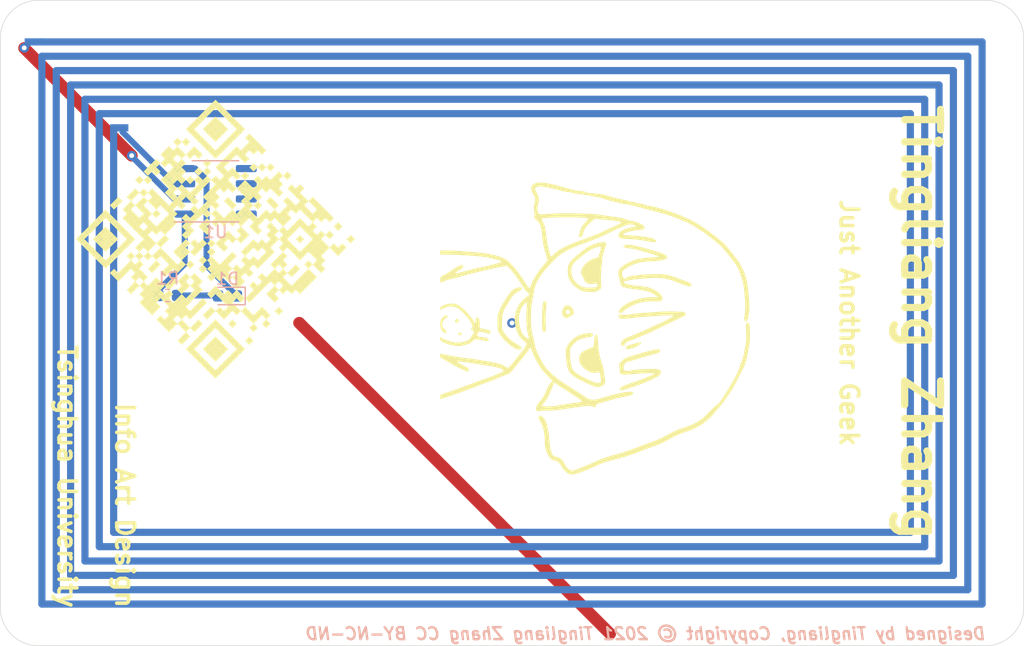
<source format=kicad_pcb>
(kicad_pcb (version 20171130) (host pcbnew "(5.1.6)-1")

  (general
    (thickness 1.6)
    (drawings 12)
    (tracks 23)
    (zones 0)
    (modules 6)
    (nets 10)
  )

  (page A4)
  (layers
    (0 F.Cu signal)
    (31 B.Cu signal)
    (32 B.Adhes user)
    (33 F.Adhes user)
    (34 B.Paste user)
    (35 F.Paste user)
    (36 B.SilkS user)
    (37 F.SilkS user)
    (38 B.Mask user)
    (39 F.Mask user)
    (40 Dwgs.User user)
    (41 Cmts.User user)
    (42 Eco1.User user)
    (43 Eco2.User user)
    (44 Edge.Cuts user)
    (45 Margin user)
    (46 B.CrtYd user)
    (47 F.CrtYd user)
    (48 B.Fab user)
    (49 F.Fab user)
  )

  (setup
    (last_trace_width 0.5)
    (user_trace_width 0.5)
    (user_trace_width 0.6)
    (trace_clearance 0.2)
    (zone_clearance 0.508)
    (zone_45_only no)
    (trace_min 0.2)
    (via_size 0.8)
    (via_drill 0.4)
    (via_min_size 0.4)
    (via_min_drill 0.3)
    (uvia_size 0.3)
    (uvia_drill 0.1)
    (uvias_allowed no)
    (uvia_min_size 0.2)
    (uvia_min_drill 0.1)
    (edge_width 0.05)
    (segment_width 0.2)
    (pcb_text_width 0.3)
    (pcb_text_size 1.5 1.5)
    (mod_edge_width 0.12)
    (mod_text_size 1 1)
    (mod_text_width 0.15)
    (pad_size 1.524 1.524)
    (pad_drill 0.762)
    (pad_to_mask_clearance 0)
    (aux_axis_origin 0 0)
    (visible_elements 7FFFFFFF)
    (pcbplotparams
      (layerselection 0x010fc_ffffffff)
      (usegerberextensions false)
      (usegerberattributes true)
      (usegerberadvancedattributes true)
      (creategerberjobfile true)
      (excludeedgelayer true)
      (linewidth 0.100000)
      (plotframeref false)
      (viasonmask false)
      (mode 1)
      (useauxorigin false)
      (hpglpennumber 1)
      (hpglpenspeed 20)
      (hpglpendiameter 15.000000)
      (psnegative false)
      (psa4output false)
      (plotreference true)
      (plotvalue true)
      (plotinvisibletext false)
      (padsonsilk false)
      (subtractmaskfromsilk false)
      (outputformat 1)
      (mirror false)
      (drillshape 0)
      (scaleselection 1)
      (outputdirectory "CardV1Fabrication/"))
  )

  (net 0 "")
  (net 1 "Net-(AE1-Pad2)")
  (net 2 GND)
  (net 3 "Net-(D1-Pad2)")
  (net 4 +3V3)
  (net 5 "Net-(AE1-Pad1)")
  (net 6 "Net-(U1-Pad8)")
  (net 7 "Net-(U1-Pad7)")
  (net 8 "Net-(U1-Pad6)")
  (net 9 "Net-(U1-Pad5)")

  (net_class Default "This is the default net class."
    (clearance 0.2)
    (trace_width 0.25)
    (via_dia 0.8)
    (via_drill 0.4)
    (uvia_dia 0.3)
    (uvia_drill 0.1)
    (add_net +3V3)
    (add_net GND)
    (add_net "Net-(AE1-Pad1)")
    (add_net "Net-(AE1-Pad2)")
    (add_net "Net-(D1-Pad2)")
    (add_net "Net-(U1-Pad5)")
    (add_net "Net-(U1-Pad6)")
    (add_net "Net-(U1-Pad7)")
    (add_net "Net-(U1-Pad8)")
  )

  (module Card:interact.cool (layer F.Cu) (tedit 603CE1ED) (tstamp 603D91A0)
    (at 118 66 45)
    (fp_text reference QR (at 0 9.5 45) (layer Dwgs.User) hide
      (effects (font (size 1 1) (thickness 0.15)))
    )
    (fp_text value https://interact.cool/ (at 0 -9.5 45) (layer Dwgs.User) hide
      (effects (font (size 1 1) (thickness 0.15)))
    )
    (fp_poly (pts (xy -7.75 -7.75) (xy -7.75 -8.25) (xy -8.25 -8.25) (xy -8.25 -7.75)) (layer F.SilkS) (width 0))
    (fp_poly (pts (xy -7.25 -7.75) (xy -7.25 -8.25) (xy -7.75 -8.25) (xy -7.75 -7.75)) (layer F.SilkS) (width 0))
    (fp_poly (pts (xy -6.75 -7.75) (xy -6.75 -8.25) (xy -7.25 -8.25) (xy -7.25 -7.75)) (layer F.SilkS) (width 0))
    (fp_poly (pts (xy -6.25 -7.75) (xy -6.25 -8.25) (xy -6.75 -8.25) (xy -6.75 -7.75)) (layer F.SilkS) (width 0))
    (fp_poly (pts (xy -5.75 -7.75) (xy -5.75 -8.25) (xy -6.25 -8.25) (xy -6.25 -7.75)) (layer F.SilkS) (width 0))
    (fp_poly (pts (xy -5.25 -7.75) (xy -5.25 -8.25) (xy -5.75 -8.25) (xy -5.75 -7.75)) (layer F.SilkS) (width 0))
    (fp_poly (pts (xy -4.75 -7.75) (xy -4.75 -8.25) (xy -5.25 -8.25) (xy -5.25 -7.75)) (layer F.SilkS) (width 0))
    (fp_poly (pts (xy -3.75 -7.75) (xy -3.75 -8.25) (xy -4.25 -8.25) (xy -4.25 -7.75)) (layer F.SilkS) (width 0))
    (fp_poly (pts (xy -3.25 -7.75) (xy -3.25 -8.25) (xy -3.75 -8.25) (xy -3.75 -7.75)) (layer F.SilkS) (width 0))
    (fp_poly (pts (xy -0.75 -7.75) (xy -0.75 -8.25) (xy -1.25 -8.25) (xy -1.25 -7.75)) (layer F.SilkS) (width 0))
    (fp_poly (pts (xy 0.25 -7.75) (xy 0.25 -8.25) (xy -0.25 -8.25) (xy -0.25 -7.75)) (layer F.SilkS) (width 0))
    (fp_poly (pts (xy 0.75 -7.75) (xy 0.75 -8.25) (xy 0.25 -8.25) (xy 0.25 -7.75)) (layer F.SilkS) (width 0))
    (fp_poly (pts (xy 1.25 -7.75) (xy 1.25 -8.25) (xy 0.75 -8.25) (xy 0.75 -7.75)) (layer F.SilkS) (width 0))
    (fp_poly (pts (xy 2.25 -7.75) (xy 2.25 -8.25) (xy 1.75 -8.25) (xy 1.75 -7.75)) (layer F.SilkS) (width 0))
    (fp_poly (pts (xy 2.75 -7.75) (xy 2.75 -8.25) (xy 2.25 -8.25) (xy 2.25 -7.75)) (layer F.SilkS) (width 0))
    (fp_poly (pts (xy 3.75 -7.75) (xy 3.75 -8.25) (xy 3.25 -8.25) (xy 3.25 -7.75)) (layer F.SilkS) (width 0))
    (fp_poly (pts (xy 5.25 -7.75) (xy 5.25 -8.25) (xy 4.75 -8.25) (xy 4.75 -7.75)) (layer F.SilkS) (width 0))
    (fp_poly (pts (xy 5.75 -7.75) (xy 5.75 -8.25) (xy 5.25 -8.25) (xy 5.25 -7.75)) (layer F.SilkS) (width 0))
    (fp_poly (pts (xy 6.25 -7.75) (xy 6.25 -8.25) (xy 5.75 -8.25) (xy 5.75 -7.75)) (layer F.SilkS) (width 0))
    (fp_poly (pts (xy 6.75 -7.75) (xy 6.75 -8.25) (xy 6.25 -8.25) (xy 6.25 -7.75)) (layer F.SilkS) (width 0))
    (fp_poly (pts (xy 7.25 -7.75) (xy 7.25 -8.25) (xy 6.75 -8.25) (xy 6.75 -7.75)) (layer F.SilkS) (width 0))
    (fp_poly (pts (xy 7.75 -7.75) (xy 7.75 -8.25) (xy 7.25 -8.25) (xy 7.25 -7.75)) (layer F.SilkS) (width 0))
    (fp_poly (pts (xy 8.25 -7.75) (xy 8.25 -8.25) (xy 7.75 -8.25) (xy 7.75 -7.75)) (layer F.SilkS) (width 0))
    (fp_poly (pts (xy -7.75 -7.25) (xy -7.75 -7.75) (xy -8.25 -7.75) (xy -8.25 -7.25)) (layer F.SilkS) (width 0))
    (fp_poly (pts (xy -4.75 -7.25) (xy -4.75 -7.75) (xy -5.25 -7.75) (xy -5.25 -7.25)) (layer F.SilkS) (width 0))
    (fp_poly (pts (xy -2.25 -7.25) (xy -2.25 -7.75) (xy -2.75 -7.75) (xy -2.75 -7.25)) (layer F.SilkS) (width 0))
    (fp_poly (pts (xy -1.75 -7.25) (xy -1.75 -7.75) (xy -2.25 -7.75) (xy -2.25 -7.25)) (layer F.SilkS) (width 0))
    (fp_poly (pts (xy -0.25 -7.25) (xy -0.25 -7.75) (xy -0.75 -7.75) (xy -0.75 -7.25)) (layer F.SilkS) (width 0))
    (fp_poly (pts (xy 0.75 -7.25) (xy 0.75 -7.75) (xy 0.25 -7.75) (xy 0.25 -7.25)) (layer F.SilkS) (width 0))
    (fp_poly (pts (xy 1.75 -7.25) (xy 1.75 -7.75) (xy 1.25 -7.75) (xy 1.25 -7.25)) (layer F.SilkS) (width 0))
    (fp_poly (pts (xy 2.25 -7.25) (xy 2.25 -7.75) (xy 1.75 -7.75) (xy 1.75 -7.25)) (layer F.SilkS) (width 0))
    (fp_poly (pts (xy 2.75 -7.25) (xy 2.75 -7.75) (xy 2.25 -7.75) (xy 2.25 -7.25)) (layer F.SilkS) (width 0))
    (fp_poly (pts (xy 3.25 -7.25) (xy 3.25 -7.75) (xy 2.75 -7.75) (xy 2.75 -7.25)) (layer F.SilkS) (width 0))
    (fp_poly (pts (xy 4.25 -7.25) (xy 4.25 -7.75) (xy 3.75 -7.75) (xy 3.75 -7.25)) (layer F.SilkS) (width 0))
    (fp_poly (pts (xy 5.25 -7.25) (xy 5.25 -7.75) (xy 4.75 -7.75) (xy 4.75 -7.25)) (layer F.SilkS) (width 0))
    (fp_poly (pts (xy 8.25 -7.25) (xy 8.25 -7.75) (xy 7.75 -7.75) (xy 7.75 -7.25)) (layer F.SilkS) (width 0))
    (fp_poly (pts (xy -7.75 -6.75) (xy -7.75 -7.25) (xy -8.25 -7.25) (xy -8.25 -6.75)) (layer F.SilkS) (width 0))
    (fp_poly (pts (xy -6.75 -6.75) (xy -6.75 -7.25) (xy -7.25 -7.25) (xy -7.25 -6.75)) (layer F.SilkS) (width 0))
    (fp_poly (pts (xy -6.25 -6.75) (xy -6.25 -7.25) (xy -6.75 -7.25) (xy -6.75 -6.75)) (layer F.SilkS) (width 0))
    (fp_poly (pts (xy -5.75 -6.75) (xy -5.75 -7.25) (xy -6.25 -7.25) (xy -6.25 -6.75)) (layer F.SilkS) (width 0))
    (fp_poly (pts (xy -4.75 -6.75) (xy -4.75 -7.25) (xy -5.25 -7.25) (xy -5.25 -6.75)) (layer F.SilkS) (width 0))
    (fp_poly (pts (xy -3.25 -6.75) (xy -3.25 -7.25) (xy -3.75 -7.25) (xy -3.75 -6.75)) (layer F.SilkS) (width 0))
    (fp_poly (pts (xy -2.75 -6.75) (xy -2.75 -7.25) (xy -3.25 -7.25) (xy -3.25 -6.75)) (layer F.SilkS) (width 0))
    (fp_poly (pts (xy -1.25 -6.75) (xy -1.25 -7.25) (xy -1.75 -7.25) (xy -1.75 -6.75)) (layer F.SilkS) (width 0))
    (fp_poly (pts (xy 2.25 -6.75) (xy 2.25 -7.25) (xy 1.75 -7.25) (xy 1.75 -6.75)) (layer F.SilkS) (width 0))
    (fp_poly (pts (xy 3.25 -6.75) (xy 3.25 -7.25) (xy 2.75 -7.25) (xy 2.75 -6.75)) (layer F.SilkS) (width 0))
    (fp_poly (pts (xy 5.25 -6.75) (xy 5.25 -7.25) (xy 4.75 -7.25) (xy 4.75 -6.75)) (layer F.SilkS) (width 0))
    (fp_poly (pts (xy 6.25 -6.75) (xy 6.25 -7.25) (xy 5.75 -7.25) (xy 5.75 -6.75)) (layer F.SilkS) (width 0))
    (fp_poly (pts (xy 6.75 -6.75) (xy 6.75 -7.25) (xy 6.25 -7.25) (xy 6.25 -6.75)) (layer F.SilkS) (width 0))
    (fp_poly (pts (xy 7.25 -6.75) (xy 7.25 -7.25) (xy 6.75 -7.25) (xy 6.75 -6.75)) (layer F.SilkS) (width 0))
    (fp_poly (pts (xy 8.25 -6.75) (xy 8.25 -7.25) (xy 7.75 -7.25) (xy 7.75 -6.75)) (layer F.SilkS) (width 0))
    (fp_poly (pts (xy -7.75 -6.25) (xy -7.75 -6.75) (xy -8.25 -6.75) (xy -8.25 -6.25)) (layer F.SilkS) (width 0))
    (fp_poly (pts (xy -6.75 -6.25) (xy -6.75 -6.75) (xy -7.25 -6.75) (xy -7.25 -6.25)) (layer F.SilkS) (width 0))
    (fp_poly (pts (xy -6.25 -6.25) (xy -6.25 -6.75) (xy -6.75 -6.75) (xy -6.75 -6.25)) (layer F.SilkS) (width 0))
    (fp_poly (pts (xy -5.75 -6.25) (xy -5.75 -6.75) (xy -6.25 -6.75) (xy -6.25 -6.25)) (layer F.SilkS) (width 0))
    (fp_poly (pts (xy -4.75 -6.25) (xy -4.75 -6.75) (xy -5.25 -6.75) (xy -5.25 -6.25)) (layer F.SilkS) (width 0))
    (fp_poly (pts (xy -3.75 -6.25) (xy -3.75 -6.75) (xy -4.25 -6.75) (xy -4.25 -6.25)) (layer F.SilkS) (width 0))
    (fp_poly (pts (xy -3.25 -6.25) (xy -3.25 -6.75) (xy -3.75 -6.75) (xy -3.75 -6.25)) (layer F.SilkS) (width 0))
    (fp_poly (pts (xy -2.25 -6.25) (xy -2.25 -6.75) (xy -2.75 -6.75) (xy -2.75 -6.25)) (layer F.SilkS) (width 0))
    (fp_poly (pts (xy -1.75 -6.25) (xy -1.75 -6.75) (xy -2.25 -6.75) (xy -2.25 -6.25)) (layer F.SilkS) (width 0))
    (fp_poly (pts (xy -0.75 -6.25) (xy -0.75 -6.75) (xy -1.25 -6.75) (xy -1.25 -6.25)) (layer F.SilkS) (width 0))
    (fp_poly (pts (xy 0.75 -6.25) (xy 0.75 -6.75) (xy 0.25 -6.75) (xy 0.25 -6.25)) (layer F.SilkS) (width 0))
    (fp_poly (pts (xy 1.25 -6.25) (xy 1.25 -6.75) (xy 0.75 -6.75) (xy 0.75 -6.25)) (layer F.SilkS) (width 0))
    (fp_poly (pts (xy 1.75 -6.25) (xy 1.75 -6.75) (xy 1.25 -6.75) (xy 1.25 -6.25)) (layer F.SilkS) (width 0))
    (fp_poly (pts (xy 2.25 -6.25) (xy 2.25 -6.75) (xy 1.75 -6.75) (xy 1.75 -6.25)) (layer F.SilkS) (width 0))
    (fp_poly (pts (xy 2.75 -6.25) (xy 2.75 -6.75) (xy 2.25 -6.75) (xy 2.25 -6.25)) (layer F.SilkS) (width 0))
    (fp_poly (pts (xy 3.75 -6.25) (xy 3.75 -6.75) (xy 3.25 -6.75) (xy 3.25 -6.25)) (layer F.SilkS) (width 0))
    (fp_poly (pts (xy 4.25 -6.25) (xy 4.25 -6.75) (xy 3.75 -6.75) (xy 3.75 -6.25)) (layer F.SilkS) (width 0))
    (fp_poly (pts (xy 5.25 -6.25) (xy 5.25 -6.75) (xy 4.75 -6.75) (xy 4.75 -6.25)) (layer F.SilkS) (width 0))
    (fp_poly (pts (xy 6.25 -6.25) (xy 6.25 -6.75) (xy 5.75 -6.75) (xy 5.75 -6.25)) (layer F.SilkS) (width 0))
    (fp_poly (pts (xy 6.75 -6.25) (xy 6.75 -6.75) (xy 6.25 -6.75) (xy 6.25 -6.25)) (layer F.SilkS) (width 0))
    (fp_poly (pts (xy 7.25 -6.25) (xy 7.25 -6.75) (xy 6.75 -6.75) (xy 6.75 -6.25)) (layer F.SilkS) (width 0))
    (fp_poly (pts (xy 8.25 -6.25) (xy 8.25 -6.75) (xy 7.75 -6.75) (xy 7.75 -6.25)) (layer F.SilkS) (width 0))
    (fp_poly (pts (xy -7.75 -5.75) (xy -7.75 -6.25) (xy -8.25 -6.25) (xy -8.25 -5.75)) (layer F.SilkS) (width 0))
    (fp_poly (pts (xy -6.75 -5.75) (xy -6.75 -6.25) (xy -7.25 -6.25) (xy -7.25 -5.75)) (layer F.SilkS) (width 0))
    (fp_poly (pts (xy -6.25 -5.75) (xy -6.25 -6.25) (xy -6.75 -6.25) (xy -6.75 -5.75)) (layer F.SilkS) (width 0))
    (fp_poly (pts (xy -5.75 -5.75) (xy -5.75 -6.25) (xy -6.25 -6.25) (xy -6.25 -5.75)) (layer F.SilkS) (width 0))
    (fp_poly (pts (xy -4.75 -5.75) (xy -4.75 -6.25) (xy -5.25 -6.25) (xy -5.25 -5.75)) (layer F.SilkS) (width 0))
    (fp_poly (pts (xy -3.75 -5.75) (xy -3.75 -6.25) (xy -4.25 -6.25) (xy -4.25 -5.75)) (layer F.SilkS) (width 0))
    (fp_poly (pts (xy -3.25 -5.75) (xy -3.25 -6.25) (xy -3.75 -6.25) (xy -3.75 -5.75)) (layer F.SilkS) (width 0))
    (fp_poly (pts (xy -2.25 -5.75) (xy -2.25 -6.25) (xy -2.75 -6.25) (xy -2.75 -5.75)) (layer F.SilkS) (width 0))
    (fp_poly (pts (xy -1.25 -5.75) (xy -1.25 -6.25) (xy -1.75 -6.25) (xy -1.75 -5.75)) (layer F.SilkS) (width 0))
    (fp_poly (pts (xy -0.75 -5.75) (xy -0.75 -6.25) (xy -1.25 -6.25) (xy -1.25 -5.75)) (layer F.SilkS) (width 0))
    (fp_poly (pts (xy 0.75 -5.75) (xy 0.75 -6.25) (xy 0.25 -6.25) (xy 0.25 -5.75)) (layer F.SilkS) (width 0))
    (fp_poly (pts (xy 1.25 -5.75) (xy 1.25 -6.25) (xy 0.75 -6.25) (xy 0.75 -5.75)) (layer F.SilkS) (width 0))
    (fp_poly (pts (xy 1.75 -5.75) (xy 1.75 -6.25) (xy 1.25 -6.25) (xy 1.25 -5.75)) (layer F.SilkS) (width 0))
    (fp_poly (pts (xy 2.25 -5.75) (xy 2.25 -6.25) (xy 1.75 -6.25) (xy 1.75 -5.75)) (layer F.SilkS) (width 0))
    (fp_poly (pts (xy 4.25 -5.75) (xy 4.25 -6.25) (xy 3.75 -6.25) (xy 3.75 -5.75)) (layer F.SilkS) (width 0))
    (fp_poly (pts (xy 5.25 -5.75) (xy 5.25 -6.25) (xy 4.75 -6.25) (xy 4.75 -5.75)) (layer F.SilkS) (width 0))
    (fp_poly (pts (xy 6.25 -5.75) (xy 6.25 -6.25) (xy 5.75 -6.25) (xy 5.75 -5.75)) (layer F.SilkS) (width 0))
    (fp_poly (pts (xy 6.75 -5.75) (xy 6.75 -6.25) (xy 6.25 -6.25) (xy 6.25 -5.75)) (layer F.SilkS) (width 0))
    (fp_poly (pts (xy 7.25 -5.75) (xy 7.25 -6.25) (xy 6.75 -6.25) (xy 6.75 -5.75)) (layer F.SilkS) (width 0))
    (fp_poly (pts (xy 8.25 -5.75) (xy 8.25 -6.25) (xy 7.75 -6.25) (xy 7.75 -5.75)) (layer F.SilkS) (width 0))
    (fp_poly (pts (xy -7.75 -5.25) (xy -7.75 -5.75) (xy -8.25 -5.75) (xy -8.25 -5.25)) (layer F.SilkS) (width 0))
    (fp_poly (pts (xy -4.75 -5.25) (xy -4.75 -5.75) (xy -5.25 -5.75) (xy -5.25 -5.25)) (layer F.SilkS) (width 0))
    (fp_poly (pts (xy -3.75 -5.25) (xy -3.75 -5.75) (xy -4.25 -5.75) (xy -4.25 -5.25)) (layer F.SilkS) (width 0))
    (fp_poly (pts (xy -3.25 -5.25) (xy -3.25 -5.75) (xy -3.75 -5.75) (xy -3.75 -5.25)) (layer F.SilkS) (width 0))
    (fp_poly (pts (xy -2.75 -5.25) (xy -2.75 -5.75) (xy -3.25 -5.75) (xy -3.25 -5.25)) (layer F.SilkS) (width 0))
    (fp_poly (pts (xy -2.25 -5.25) (xy -2.25 -5.75) (xy -2.75 -5.75) (xy -2.75 -5.25)) (layer F.SilkS) (width 0))
    (fp_poly (pts (xy -1.25 -5.25) (xy -1.25 -5.75) (xy -1.75 -5.75) (xy -1.75 -5.25)) (layer F.SilkS) (width 0))
    (fp_poly (pts (xy -0.75 -5.25) (xy -0.75 -5.75) (xy -1.25 -5.75) (xy -1.25 -5.25)) (layer F.SilkS) (width 0))
    (fp_poly (pts (xy 0.25 -5.25) (xy 0.25 -5.75) (xy -0.25 -5.75) (xy -0.25 -5.25)) (layer F.SilkS) (width 0))
    (fp_poly (pts (xy 0.75 -5.25) (xy 0.75 -5.75) (xy 0.25 -5.75) (xy 0.25 -5.25)) (layer F.SilkS) (width 0))
    (fp_poly (pts (xy 1.75 -5.25) (xy 1.75 -5.75) (xy 1.25 -5.75) (xy 1.25 -5.25)) (layer F.SilkS) (width 0))
    (fp_poly (pts (xy 5.25 -5.25) (xy 5.25 -5.75) (xy 4.75 -5.75) (xy 4.75 -5.25)) (layer F.SilkS) (width 0))
    (fp_poly (pts (xy 8.25 -5.25) (xy 8.25 -5.75) (xy 7.75 -5.75) (xy 7.75 -5.25)) (layer F.SilkS) (width 0))
    (fp_poly (pts (xy -7.75 -4.75) (xy -7.75 -5.25) (xy -8.25 -5.25) (xy -8.25 -4.75)) (layer F.SilkS) (width 0))
    (fp_poly (pts (xy -7.25 -4.75) (xy -7.25 -5.25) (xy -7.75 -5.25) (xy -7.75 -4.75)) (layer F.SilkS) (width 0))
    (fp_poly (pts (xy -6.75 -4.75) (xy -6.75 -5.25) (xy -7.25 -5.25) (xy -7.25 -4.75)) (layer F.SilkS) (width 0))
    (fp_poly (pts (xy -6.25 -4.75) (xy -6.25 -5.25) (xy -6.75 -5.25) (xy -6.75 -4.75)) (layer F.SilkS) (width 0))
    (fp_poly (pts (xy -5.75 -4.75) (xy -5.75 -5.25) (xy -6.25 -5.25) (xy -6.25 -4.75)) (layer F.SilkS) (width 0))
    (fp_poly (pts (xy -5.25 -4.75) (xy -5.25 -5.25) (xy -5.75 -5.25) (xy -5.75 -4.75)) (layer F.SilkS) (width 0))
    (fp_poly (pts (xy -4.75 -4.75) (xy -4.75 -5.25) (xy -5.25 -5.25) (xy -5.25 -4.75)) (layer F.SilkS) (width 0))
    (fp_poly (pts (xy -3.75 -4.75) (xy -3.75 -5.25) (xy -4.25 -5.25) (xy -4.25 -4.75)) (layer F.SilkS) (width 0))
    (fp_poly (pts (xy -2.75 -4.75) (xy -2.75 -5.25) (xy -3.25 -5.25) (xy -3.25 -4.75)) (layer F.SilkS) (width 0))
    (fp_poly (pts (xy -1.75 -4.75) (xy -1.75 -5.25) (xy -2.25 -5.25) (xy -2.25 -4.75)) (layer F.SilkS) (width 0))
    (fp_poly (pts (xy -0.75 -4.75) (xy -0.75 -5.25) (xy -1.25 -5.25) (xy -1.25 -4.75)) (layer F.SilkS) (width 0))
    (fp_poly (pts (xy 0.25 -4.75) (xy 0.25 -5.25) (xy -0.25 -5.25) (xy -0.25 -4.75)) (layer F.SilkS) (width 0))
    (fp_poly (pts (xy 1.25 -4.75) (xy 1.25 -5.25) (xy 0.75 -5.25) (xy 0.75 -4.75)) (layer F.SilkS) (width 0))
    (fp_poly (pts (xy 2.25 -4.75) (xy 2.25 -5.25) (xy 1.75 -5.25) (xy 1.75 -4.75)) (layer F.SilkS) (width 0))
    (fp_poly (pts (xy 3.25 -4.75) (xy 3.25 -5.25) (xy 2.75 -5.25) (xy 2.75 -4.75)) (layer F.SilkS) (width 0))
    (fp_poly (pts (xy 4.25 -4.75) (xy 4.25 -5.25) (xy 3.75 -5.25) (xy 3.75 -4.75)) (layer F.SilkS) (width 0))
    (fp_poly (pts (xy 5.25 -4.75) (xy 5.25 -5.25) (xy 4.75 -5.25) (xy 4.75 -4.75)) (layer F.SilkS) (width 0))
    (fp_poly (pts (xy 5.75 -4.75) (xy 5.75 -5.25) (xy 5.25 -5.25) (xy 5.25 -4.75)) (layer F.SilkS) (width 0))
    (fp_poly (pts (xy 6.25 -4.75) (xy 6.25 -5.25) (xy 5.75 -5.25) (xy 5.75 -4.75)) (layer F.SilkS) (width 0))
    (fp_poly (pts (xy 6.75 -4.75) (xy 6.75 -5.25) (xy 6.25 -5.25) (xy 6.25 -4.75)) (layer F.SilkS) (width 0))
    (fp_poly (pts (xy 7.25 -4.75) (xy 7.25 -5.25) (xy 6.75 -5.25) (xy 6.75 -4.75)) (layer F.SilkS) (width 0))
    (fp_poly (pts (xy 7.75 -4.75) (xy 7.75 -5.25) (xy 7.25 -5.25) (xy 7.25 -4.75)) (layer F.SilkS) (width 0))
    (fp_poly (pts (xy 8.25 -4.75) (xy 8.25 -5.25) (xy 7.75 -5.25) (xy 7.75 -4.75)) (layer F.SilkS) (width 0))
    (fp_poly (pts (xy -3.75 -4.25) (xy -3.75 -4.75) (xy -4.25 -4.75) (xy -4.25 -4.25)) (layer F.SilkS) (width 0))
    (fp_poly (pts (xy -3.25 -4.25) (xy -3.25 -4.75) (xy -3.75 -4.75) (xy -3.75 -4.25)) (layer F.SilkS) (width 0))
    (fp_poly (pts (xy -2.75 -4.25) (xy -2.75 -4.75) (xy -3.25 -4.75) (xy -3.25 -4.25)) (layer F.SilkS) (width 0))
    (fp_poly (pts (xy -0.75 -4.25) (xy -0.75 -4.75) (xy -1.25 -4.75) (xy -1.25 -4.25)) (layer F.SilkS) (width 0))
    (fp_poly (pts (xy -0.25 -4.25) (xy -0.25 -4.75) (xy -0.75 -4.75) (xy -0.75 -4.25)) (layer F.SilkS) (width 0))
    (fp_poly (pts (xy 0.25 -4.25) (xy 0.25 -4.75) (xy -0.25 -4.75) (xy -0.25 -4.25)) (layer F.SilkS) (width 0))
    (fp_poly (pts (xy 0.75 -4.25) (xy 0.75 -4.75) (xy 0.25 -4.75) (xy 0.25 -4.25)) (layer F.SilkS) (width 0))
    (fp_poly (pts (xy 1.25 -4.25) (xy 1.25 -4.75) (xy 0.75 -4.75) (xy 0.75 -4.25)) (layer F.SilkS) (width 0))
    (fp_poly (pts (xy 2.75 -4.25) (xy 2.75 -4.75) (xy 2.25 -4.75) (xy 2.25 -4.25)) (layer F.SilkS) (width 0))
    (fp_poly (pts (xy 3.75 -4.25) (xy 3.75 -4.75) (xy 3.25 -4.75) (xy 3.25 -4.25)) (layer F.SilkS) (width 0))
    (fp_poly (pts (xy -7.75 -3.75) (xy -7.75 -4.25) (xy -8.25 -4.25) (xy -8.25 -3.75)) (layer F.SilkS) (width 0))
    (fp_poly (pts (xy -5.75 -3.75) (xy -5.75 -4.25) (xy -6.25 -4.25) (xy -6.25 -3.75)) (layer F.SilkS) (width 0))
    (fp_poly (pts (xy -4.75 -3.75) (xy -4.75 -4.25) (xy -5.25 -4.25) (xy -5.25 -3.75)) (layer F.SilkS) (width 0))
    (fp_poly (pts (xy -4.25 -3.75) (xy -4.25 -4.25) (xy -4.75 -4.25) (xy -4.75 -3.75)) (layer F.SilkS) (width 0))
    (fp_poly (pts (xy -3.75 -3.75) (xy -3.75 -4.25) (xy -4.25 -4.25) (xy -4.25 -3.75)) (layer F.SilkS) (width 0))
    (fp_poly (pts (xy -2.75 -3.75) (xy -2.75 -4.25) (xy -3.25 -4.25) (xy -3.25 -3.75)) (layer F.SilkS) (width 0))
    (fp_poly (pts (xy -2.25 -3.75) (xy -2.25 -4.25) (xy -2.75 -4.25) (xy -2.75 -3.75)) (layer F.SilkS) (width 0))
    (fp_poly (pts (xy -1.75 -3.75) (xy -1.75 -4.25) (xy -2.25 -4.25) (xy -2.25 -3.75)) (layer F.SilkS) (width 0))
    (fp_poly (pts (xy -1.25 -3.75) (xy -1.25 -4.25) (xy -1.75 -4.25) (xy -1.75 -3.75)) (layer F.SilkS) (width 0))
    (fp_poly (pts (xy -0.75 -3.75) (xy -0.75 -4.25) (xy -1.25 -4.25) (xy -1.25 -3.75)) (layer F.SilkS) (width 0))
    (fp_poly (pts (xy 0.25 -3.75) (xy 0.25 -4.25) (xy -0.25 -4.25) (xy -0.25 -3.75)) (layer F.SilkS) (width 0))
    (fp_poly (pts (xy 1.25 -3.75) (xy 1.25 -4.25) (xy 0.75 -4.25) (xy 0.75 -3.75)) (layer F.SilkS) (width 0))
    (fp_poly (pts (xy 1.75 -3.75) (xy 1.75 -4.25) (xy 1.25 -4.25) (xy 1.25 -3.75)) (layer F.SilkS) (width 0))
    (fp_poly (pts (xy 2.25 -3.75) (xy 2.25 -4.25) (xy 1.75 -4.25) (xy 1.75 -3.75)) (layer F.SilkS) (width 0))
    (fp_poly (pts (xy 2.75 -3.75) (xy 2.75 -4.25) (xy 2.25 -4.25) (xy 2.25 -3.75)) (layer F.SilkS) (width 0))
    (fp_poly (pts (xy 3.25 -3.75) (xy 3.25 -4.25) (xy 2.75 -4.25) (xy 2.75 -3.75)) (layer F.SilkS) (width 0))
    (fp_poly (pts (xy 4.75 -3.75) (xy 4.75 -4.25) (xy 4.25 -4.25) (xy 4.25 -3.75)) (layer F.SilkS) (width 0))
    (fp_poly (pts (xy 5.25 -3.75) (xy 5.25 -4.25) (xy 4.75 -4.25) (xy 4.75 -3.75)) (layer F.SilkS) (width 0))
    (fp_poly (pts (xy 5.75 -3.75) (xy 5.75 -4.25) (xy 5.25 -4.25) (xy 5.25 -3.75)) (layer F.SilkS) (width 0))
    (fp_poly (pts (xy 6.25 -3.75) (xy 6.25 -4.25) (xy 5.75 -4.25) (xy 5.75 -3.75)) (layer F.SilkS) (width 0))
    (fp_poly (pts (xy 6.75 -3.75) (xy 6.75 -4.25) (xy 6.25 -4.25) (xy 6.25 -3.75)) (layer F.SilkS) (width 0))
    (fp_poly (pts (xy 8.25 -3.75) (xy 8.25 -4.25) (xy 7.75 -4.25) (xy 7.75 -3.75)) (layer F.SilkS) (width 0))
    (fp_poly (pts (xy -7.75 -3.25) (xy -7.75 -3.75) (xy -8.25 -3.75) (xy -8.25 -3.25)) (layer F.SilkS) (width 0))
    (fp_poly (pts (xy -7.25 -3.25) (xy -7.25 -3.75) (xy -7.75 -3.75) (xy -7.75 -3.25)) (layer F.SilkS) (width 0))
    (fp_poly (pts (xy -6.75 -3.25) (xy -6.75 -3.75) (xy -7.25 -3.75) (xy -7.25 -3.25)) (layer F.SilkS) (width 0))
    (fp_poly (pts (xy -6.25 -3.25) (xy -6.25 -3.75) (xy -6.75 -3.75) (xy -6.75 -3.25)) (layer F.SilkS) (width 0))
    (fp_poly (pts (xy -5.25 -3.25) (xy -5.25 -3.75) (xy -5.75 -3.75) (xy -5.75 -3.25)) (layer F.SilkS) (width 0))
    (fp_poly (pts (xy -4.25 -3.25) (xy -4.25 -3.75) (xy -4.75 -3.75) (xy -4.75 -3.25)) (layer F.SilkS) (width 0))
    (fp_poly (pts (xy -3.75 -3.25) (xy -3.75 -3.75) (xy -4.25 -3.75) (xy -4.25 -3.25)) (layer F.SilkS) (width 0))
    (fp_poly (pts (xy -2.25 -3.25) (xy -2.25 -3.75) (xy -2.75 -3.75) (xy -2.75 -3.25)) (layer F.SilkS) (width 0))
    (fp_poly (pts (xy -1.75 -3.25) (xy -1.75 -3.75) (xy -2.25 -3.75) (xy -2.25 -3.25)) (layer F.SilkS) (width 0))
    (fp_poly (pts (xy -1.25 -3.25) (xy -1.25 -3.75) (xy -1.75 -3.75) (xy -1.75 -3.25)) (layer F.SilkS) (width 0))
    (fp_poly (pts (xy 1.25 -3.25) (xy 1.25 -3.75) (xy 0.75 -3.75) (xy 0.75 -3.25)) (layer F.SilkS) (width 0))
    (fp_poly (pts (xy 3.75 -3.25) (xy 3.75 -3.75) (xy 3.25 -3.75) (xy 3.25 -3.25)) (layer F.SilkS) (width 0))
    (fp_poly (pts (xy 4.75 -3.25) (xy 4.75 -3.75) (xy 4.25 -3.75) (xy 4.25 -3.25)) (layer F.SilkS) (width 0))
    (fp_poly (pts (xy 6.75 -3.25) (xy 6.75 -3.75) (xy 6.25 -3.75) (xy 6.25 -3.25)) (layer F.SilkS) (width 0))
    (fp_poly (pts (xy 7.25 -3.25) (xy 7.25 -3.75) (xy 6.75 -3.75) (xy 6.75 -3.25)) (layer F.SilkS) (width 0))
    (fp_poly (pts (xy 7.75 -3.25) (xy 7.75 -3.75) (xy 7.25 -3.75) (xy 7.25 -3.25)) (layer F.SilkS) (width 0))
    (fp_poly (pts (xy 8.25 -3.25) (xy 8.25 -3.75) (xy 7.75 -3.75) (xy 7.75 -3.25)) (layer F.SilkS) (width 0))
    (fp_poly (pts (xy -6.25 -2.75) (xy -6.25 -3.25) (xy -6.75 -3.25) (xy -6.75 -2.75)) (layer F.SilkS) (width 0))
    (fp_poly (pts (xy -5.75 -2.75) (xy -5.75 -3.25) (xy -6.25 -3.25) (xy -6.25 -2.75)) (layer F.SilkS) (width 0))
    (fp_poly (pts (xy -4.75 -2.75) (xy -4.75 -3.25) (xy -5.25 -3.25) (xy -5.25 -2.75)) (layer F.SilkS) (width 0))
    (fp_poly (pts (xy -3.25 -2.75) (xy -3.25 -3.25) (xy -3.75 -3.25) (xy -3.75 -2.75)) (layer F.SilkS) (width 0))
    (fp_poly (pts (xy -2.75 -2.75) (xy -2.75 -3.25) (xy -3.25 -3.25) (xy -3.25 -2.75)) (layer F.SilkS) (width 0))
    (fp_poly (pts (xy -0.25 -2.75) (xy -0.25 -3.25) (xy -0.75 -3.25) (xy -0.75 -2.75)) (layer F.SilkS) (width 0))
    (fp_poly (pts (xy 0.75 -2.75) (xy 0.75 -3.25) (xy 0.25 -3.25) (xy 0.25 -2.75)) (layer F.SilkS) (width 0))
    (fp_poly (pts (xy 2.25 -2.75) (xy 2.25 -3.25) (xy 1.75 -3.25) (xy 1.75 -2.75)) (layer F.SilkS) (width 0))
    (fp_poly (pts (xy 2.75 -2.75) (xy 2.75 -3.25) (xy 2.25 -3.25) (xy 2.25 -2.75)) (layer F.SilkS) (width 0))
    (fp_poly (pts (xy 3.25 -2.75) (xy 3.25 -3.25) (xy 2.75 -3.25) (xy 2.75 -2.75)) (layer F.SilkS) (width 0))
    (fp_poly (pts (xy 3.75 -2.75) (xy 3.75 -3.25) (xy 3.25 -3.25) (xy 3.25 -2.75)) (layer F.SilkS) (width 0))
    (fp_poly (pts (xy 4.25 -2.75) (xy 4.25 -3.25) (xy 3.75 -3.25) (xy 3.75 -2.75)) (layer F.SilkS) (width 0))
    (fp_poly (pts (xy 4.75 -2.75) (xy 4.75 -3.25) (xy 4.25 -3.25) (xy 4.25 -2.75)) (layer F.SilkS) (width 0))
    (fp_poly (pts (xy 5.25 -2.75) (xy 5.25 -3.25) (xy 4.75 -3.25) (xy 4.75 -2.75)) (layer F.SilkS) (width 0))
    (fp_poly (pts (xy 6.75 -2.75) (xy 6.75 -3.25) (xy 6.25 -3.25) (xy 6.25 -2.75)) (layer F.SilkS) (width 0))
    (fp_poly (pts (xy 7.75 -2.75) (xy 7.75 -3.25) (xy 7.25 -3.25) (xy 7.25 -2.75)) (layer F.SilkS) (width 0))
    (fp_poly (pts (xy 8.25 -2.75) (xy 8.25 -3.25) (xy 7.75 -3.25) (xy 7.75 -2.75)) (layer F.SilkS) (width 0))
    (fp_poly (pts (xy -6.75 -2.25) (xy -6.75 -2.75) (xy -7.25 -2.75) (xy -7.25 -2.25)) (layer F.SilkS) (width 0))
    (fp_poly (pts (xy -6.25 -2.25) (xy -6.25 -2.75) (xy -6.75 -2.75) (xy -6.75 -2.25)) (layer F.SilkS) (width 0))
    (fp_poly (pts (xy -4.25 -2.25) (xy -4.25 -2.75) (xy -4.75 -2.75) (xy -4.75 -2.25)) (layer F.SilkS) (width 0))
    (fp_poly (pts (xy -3.75 -2.25) (xy -3.75 -2.75) (xy -4.25 -2.75) (xy -4.25 -2.25)) (layer F.SilkS) (width 0))
    (fp_poly (pts (xy -0.75 -2.25) (xy -0.75 -2.75) (xy -1.25 -2.75) (xy -1.25 -2.25)) (layer F.SilkS) (width 0))
    (fp_poly (pts (xy -0.25 -2.25) (xy -0.25 -2.75) (xy -0.75 -2.75) (xy -0.75 -2.25)) (layer F.SilkS) (width 0))
    (fp_poly (pts (xy 0.25 -2.25) (xy 0.25 -2.75) (xy -0.25 -2.75) (xy -0.25 -2.25)) (layer F.SilkS) (width 0))
    (fp_poly (pts (xy 0.75 -2.25) (xy 0.75 -2.75) (xy 0.25 -2.75) (xy 0.25 -2.25)) (layer F.SilkS) (width 0))
    (fp_poly (pts (xy 1.25 -2.25) (xy 1.25 -2.75) (xy 0.75 -2.75) (xy 0.75 -2.25)) (layer F.SilkS) (width 0))
    (fp_poly (pts (xy 1.75 -2.25) (xy 1.75 -2.75) (xy 1.25 -2.75) (xy 1.25 -2.25)) (layer F.SilkS) (width 0))
    (fp_poly (pts (xy 2.25 -2.25) (xy 2.25 -2.75) (xy 1.75 -2.75) (xy 1.75 -2.25)) (layer F.SilkS) (width 0))
    (fp_poly (pts (xy 2.75 -2.25) (xy 2.75 -2.75) (xy 2.25 -2.75) (xy 2.25 -2.25)) (layer F.SilkS) (width 0))
    (fp_poly (pts (xy 3.75 -2.25) (xy 3.75 -2.75) (xy 3.25 -2.75) (xy 3.25 -2.25)) (layer F.SilkS) (width 0))
    (fp_poly (pts (xy 4.25 -2.25) (xy 4.25 -2.75) (xy 3.75 -2.75) (xy 3.75 -2.25)) (layer F.SilkS) (width 0))
    (fp_poly (pts (xy 5.25 -2.25) (xy 5.25 -2.75) (xy 4.75 -2.75) (xy 4.75 -2.25)) (layer F.SilkS) (width 0))
    (fp_poly (pts (xy 8.25 -2.25) (xy 8.25 -2.75) (xy 7.75 -2.75) (xy 7.75 -2.25)) (layer F.SilkS) (width 0))
    (fp_poly (pts (xy -7.75 -1.75) (xy -7.75 -2.25) (xy -8.25 -2.25) (xy -8.25 -1.75)) (layer F.SilkS) (width 0))
    (fp_poly (pts (xy -7.25 -1.75) (xy -7.25 -2.25) (xy -7.75 -2.25) (xy -7.75 -1.75)) (layer F.SilkS) (width 0))
    (fp_poly (pts (xy -6.25 -1.75) (xy -6.25 -2.25) (xy -6.75 -2.25) (xy -6.75 -1.75)) (layer F.SilkS) (width 0))
    (fp_poly (pts (xy -5.25 -1.75) (xy -5.25 -2.25) (xy -5.75 -2.25) (xy -5.75 -1.75)) (layer F.SilkS) (width 0))
    (fp_poly (pts (xy -4.75 -1.75) (xy -4.75 -2.25) (xy -5.25 -2.25) (xy -5.25 -1.75)) (layer F.SilkS) (width 0))
    (fp_poly (pts (xy -3.75 -1.75) (xy -3.75 -2.25) (xy -4.25 -2.25) (xy -4.25 -1.75)) (layer F.SilkS) (width 0))
    (fp_poly (pts (xy -1.25 -1.75) (xy -1.25 -2.25) (xy -1.75 -2.25) (xy -1.75 -1.75)) (layer F.SilkS) (width 0))
    (fp_poly (pts (xy -0.75 -1.75) (xy -0.75 -2.25) (xy -1.25 -2.25) (xy -1.25 -1.75)) (layer F.SilkS) (width 0))
    (fp_poly (pts (xy 1.25 -1.75) (xy 1.25 -2.25) (xy 0.75 -2.25) (xy 0.75 -1.75)) (layer F.SilkS) (width 0))
    (fp_poly (pts (xy 2.25 -1.75) (xy 2.25 -2.25) (xy 1.75 -2.25) (xy 1.75 -1.75)) (layer F.SilkS) (width 0))
    (fp_poly (pts (xy 4.25 -1.75) (xy 4.25 -2.25) (xy 3.75 -2.25) (xy 3.75 -1.75)) (layer F.SilkS) (width 0))
    (fp_poly (pts (xy 5.75 -1.75) (xy 5.75 -2.25) (xy 5.25 -2.25) (xy 5.25 -1.75)) (layer F.SilkS) (width 0))
    (fp_poly (pts (xy 6.75 -1.75) (xy 6.75 -2.25) (xy 6.25 -2.25) (xy 6.25 -1.75)) (layer F.SilkS) (width 0))
    (fp_poly (pts (xy -6.75 -1.25) (xy -6.75 -1.75) (xy -7.25 -1.75) (xy -7.25 -1.25)) (layer F.SilkS) (width 0))
    (fp_poly (pts (xy -3.75 -1.25) (xy -3.75 -1.75) (xy -4.25 -1.75) (xy -4.25 -1.25)) (layer F.SilkS) (width 0))
    (fp_poly (pts (xy -2.75 -1.25) (xy -2.75 -1.75) (xy -3.25 -1.75) (xy -3.25 -1.25)) (layer F.SilkS) (width 0))
    (fp_poly (pts (xy -2.25 -1.25) (xy -2.25 -1.75) (xy -2.75 -1.75) (xy -2.75 -1.25)) (layer F.SilkS) (width 0))
    (fp_poly (pts (xy -1.75 -1.25) (xy -1.75 -1.75) (xy -2.25 -1.75) (xy -2.25 -1.25)) (layer F.SilkS) (width 0))
    (fp_poly (pts (xy 0.25 -1.25) (xy 0.25 -1.75) (xy -0.25 -1.75) (xy -0.25 -1.25)) (layer F.SilkS) (width 0))
    (fp_poly (pts (xy 0.75 -1.25) (xy 0.75 -1.75) (xy 0.25 -1.75) (xy 0.25 -1.25)) (layer F.SilkS) (width 0))
    (fp_poly (pts (xy 1.75 -1.25) (xy 1.75 -1.75) (xy 1.25 -1.75) (xy 1.25 -1.25)) (layer F.SilkS) (width 0))
    (fp_poly (pts (xy 3.25 -1.25) (xy 3.25 -1.75) (xy 2.75 -1.75) (xy 2.75 -1.25)) (layer F.SilkS) (width 0))
    (fp_poly (pts (xy 4.75 -1.25) (xy 4.75 -1.75) (xy 4.25 -1.75) (xy 4.25 -1.25)) (layer F.SilkS) (width 0))
    (fp_poly (pts (xy 5.25 -1.25) (xy 5.25 -1.75) (xy 4.75 -1.75) (xy 4.75 -1.25)) (layer F.SilkS) (width 0))
    (fp_poly (pts (xy 7.25 -1.25) (xy 7.25 -1.75) (xy 6.75 -1.75) (xy 6.75 -1.25)) (layer F.SilkS) (width 0))
    (fp_poly (pts (xy -7.25 -0.75) (xy -7.25 -1.25) (xy -7.75 -1.25) (xy -7.75 -0.75)) (layer F.SilkS) (width 0))
    (fp_poly (pts (xy -6.75 -0.75) (xy -6.75 -1.25) (xy -7.25 -1.25) (xy -7.25 -0.75)) (layer F.SilkS) (width 0))
    (fp_poly (pts (xy -6.25 -0.75) (xy -6.25 -1.25) (xy -6.75 -1.25) (xy -6.75 -0.75)) (layer F.SilkS) (width 0))
    (fp_poly (pts (xy -5.75 -0.75) (xy -5.75 -1.25) (xy -6.25 -1.25) (xy -6.25 -0.75)) (layer F.SilkS) (width 0))
    (fp_poly (pts (xy -4.75 -0.75) (xy -4.75 -1.25) (xy -5.25 -1.25) (xy -5.25 -0.75)) (layer F.SilkS) (width 0))
    (fp_poly (pts (xy -4.25 -0.75) (xy -4.25 -1.25) (xy -4.75 -1.25) (xy -4.75 -0.75)) (layer F.SilkS) (width 0))
    (fp_poly (pts (xy -3.75 -0.75) (xy -3.75 -1.25) (xy -4.25 -1.25) (xy -4.25 -0.75)) (layer F.SilkS) (width 0))
    (fp_poly (pts (xy -2.75 -0.75) (xy -2.75 -1.25) (xy -3.25 -1.25) (xy -3.25 -0.75)) (layer F.SilkS) (width 0))
    (fp_poly (pts (xy -2.25 -0.75) (xy -2.25 -1.25) (xy -2.75 -1.25) (xy -2.75 -0.75)) (layer F.SilkS) (width 0))
    (fp_poly (pts (xy -1.25 -0.75) (xy -1.25 -1.25) (xy -1.75 -1.25) (xy -1.75 -0.75)) (layer F.SilkS) (width 0))
    (fp_poly (pts (xy 0.25 -0.75) (xy 0.25 -1.25) (xy -0.25 -1.25) (xy -0.25 -0.75)) (layer F.SilkS) (width 0))
    (fp_poly (pts (xy 1.25 -0.75) (xy 1.25 -1.25) (xy 0.75 -1.25) (xy 0.75 -0.75)) (layer F.SilkS) (width 0))
    (fp_poly (pts (xy 1.75 -0.75) (xy 1.75 -1.25) (xy 1.25 -1.25) (xy 1.25 -0.75)) (layer F.SilkS) (width 0))
    (fp_poly (pts (xy 3.25 -0.75) (xy 3.25 -1.25) (xy 2.75 -1.25) (xy 2.75 -0.75)) (layer F.SilkS) (width 0))
    (fp_poly (pts (xy 4.75 -0.75) (xy 4.75 -1.25) (xy 4.25 -1.25) (xy 4.25 -0.75)) (layer F.SilkS) (width 0))
    (fp_poly (pts (xy 5.25 -0.75) (xy 5.25 -1.25) (xy 4.75 -1.25) (xy 4.75 -0.75)) (layer F.SilkS) (width 0))
    (fp_poly (pts (xy 6.25 -0.75) (xy 6.25 -1.25) (xy 5.75 -1.25) (xy 5.75 -0.75)) (layer F.SilkS) (width 0))
    (fp_poly (pts (xy 7.75 -0.75) (xy 7.75 -1.25) (xy 7.25 -1.25) (xy 7.25 -0.75)) (layer F.SilkS) (width 0))
    (fp_poly (pts (xy -7.75 -0.25) (xy -7.75 -0.75) (xy -8.25 -0.75) (xy -8.25 -0.25)) (layer F.SilkS) (width 0))
    (fp_poly (pts (xy -7.25 -0.25) (xy -7.25 -0.75) (xy -7.75 -0.75) (xy -7.75 -0.25)) (layer F.SilkS) (width 0))
    (fp_poly (pts (xy -6.75 -0.25) (xy -6.75 -0.75) (xy -7.25 -0.75) (xy -7.25 -0.25)) (layer F.SilkS) (width 0))
    (fp_poly (pts (xy -6.25 -0.25) (xy -6.25 -0.75) (xy -6.75 -0.75) (xy -6.75 -0.25)) (layer F.SilkS) (width 0))
    (fp_poly (pts (xy -5.75 -0.25) (xy -5.75 -0.75) (xy -6.25 -0.75) (xy -6.25 -0.25)) (layer F.SilkS) (width 0))
    (fp_poly (pts (xy -3.75 -0.25) (xy -3.75 -0.75) (xy -4.25 -0.75) (xy -4.25 -0.25)) (layer F.SilkS) (width 0))
    (fp_poly (pts (xy -3.25 -0.25) (xy -3.25 -0.75) (xy -3.75 -0.75) (xy -3.75 -0.25)) (layer F.SilkS) (width 0))
    (fp_poly (pts (xy -1.75 -0.25) (xy -1.75 -0.75) (xy -2.25 -0.75) (xy -2.25 -0.25)) (layer F.SilkS) (width 0))
    (fp_poly (pts (xy -1.25 -0.25) (xy -1.25 -0.75) (xy -1.75 -0.75) (xy -1.75 -0.25)) (layer F.SilkS) (width 0))
    (fp_poly (pts (xy -0.75 -0.25) (xy -0.75 -0.75) (xy -1.25 -0.75) (xy -1.25 -0.25)) (layer F.SilkS) (width 0))
    (fp_poly (pts (xy 1.75 -0.25) (xy 1.75 -0.75) (xy 1.25 -0.75) (xy 1.25 -0.25)) (layer F.SilkS) (width 0))
    (fp_poly (pts (xy 2.25 -0.25) (xy 2.25 -0.75) (xy 1.75 -0.75) (xy 1.75 -0.25)) (layer F.SilkS) (width 0))
    (fp_poly (pts (xy 2.75 -0.25) (xy 2.75 -0.75) (xy 2.25 -0.75) (xy 2.25 -0.25)) (layer F.SilkS) (width 0))
    (fp_poly (pts (xy 4.25 -0.25) (xy 4.25 -0.75) (xy 3.75 -0.75) (xy 3.75 -0.25)) (layer F.SilkS) (width 0))
    (fp_poly (pts (xy 4.75 -0.25) (xy 4.75 -0.75) (xy 4.25 -0.75) (xy 4.25 -0.25)) (layer F.SilkS) (width 0))
    (fp_poly (pts (xy 5.25 -0.25) (xy 5.25 -0.75) (xy 4.75 -0.75) (xy 4.75 -0.25)) (layer F.SilkS) (width 0))
    (fp_poly (pts (xy 5.75 -0.25) (xy 5.75 -0.75) (xy 5.25 -0.75) (xy 5.25 -0.25)) (layer F.SilkS) (width 0))
    (fp_poly (pts (xy 6.25 -0.25) (xy 6.25 -0.75) (xy 5.75 -0.75) (xy 5.75 -0.25)) (layer F.SilkS) (width 0))
    (fp_poly (pts (xy 6.75 -0.25) (xy 6.75 -0.75) (xy 6.25 -0.75) (xy 6.25 -0.25)) (layer F.SilkS) (width 0))
    (fp_poly (pts (xy -7.75 0.25) (xy -7.75 -0.25) (xy -8.25 -0.25) (xy -8.25 0.25)) (layer F.SilkS) (width 0))
    (fp_poly (pts (xy -7.25 0.25) (xy -7.25 -0.25) (xy -7.75 -0.25) (xy -7.75 0.25)) (layer F.SilkS) (width 0))
    (fp_poly (pts (xy -6.75 0.25) (xy -6.75 -0.25) (xy -7.25 -0.25) (xy -7.25 0.25)) (layer F.SilkS) (width 0))
    (fp_poly (pts (xy -6.25 0.25) (xy -6.25 -0.25) (xy -6.75 -0.25) (xy -6.75 0.25)) (layer F.SilkS) (width 0))
    (fp_poly (pts (xy -5.25 0.25) (xy -5.25 -0.25) (xy -5.75 -0.25) (xy -5.75 0.25)) (layer F.SilkS) (width 0))
    (fp_poly (pts (xy -4.75 0.25) (xy -4.75 -0.25) (xy -5.25 -0.25) (xy -5.25 0.25)) (layer F.SilkS) (width 0))
    (fp_poly (pts (xy -2.75 0.25) (xy -2.75 -0.25) (xy -3.25 -0.25) (xy -3.25 0.25)) (layer F.SilkS) (width 0))
    (fp_poly (pts (xy -0.25 0.25) (xy -0.25 -0.25) (xy -0.75 -0.25) (xy -0.75 0.25)) (layer F.SilkS) (width 0))
    (fp_poly (pts (xy 2.25 0.25) (xy 2.25 -0.25) (xy 1.75 -0.25) (xy 1.75 0.25)) (layer F.SilkS) (width 0))
    (fp_poly (pts (xy 2.75 0.25) (xy 2.75 -0.25) (xy 2.25 -0.25) (xy 2.25 0.25)) (layer F.SilkS) (width 0))
    (fp_poly (pts (xy 3.25 0.25) (xy 3.25 -0.25) (xy 2.75 -0.25) (xy 2.75 0.25)) (layer F.SilkS) (width 0))
    (fp_poly (pts (xy 3.75 0.25) (xy 3.75 -0.25) (xy 3.25 -0.25) (xy 3.25 0.25)) (layer F.SilkS) (width 0))
    (fp_poly (pts (xy 4.25 0.25) (xy 4.25 -0.25) (xy 3.75 -0.25) (xy 3.75 0.25)) (layer F.SilkS) (width 0))
    (fp_poly (pts (xy 5.25 0.25) (xy 5.25 -0.25) (xy 4.75 -0.25) (xy 4.75 0.25)) (layer F.SilkS) (width 0))
    (fp_poly (pts (xy 6.25 0.25) (xy 6.25 -0.25) (xy 5.75 -0.25) (xy 5.75 0.25)) (layer F.SilkS) (width 0))
    (fp_poly (pts (xy 6.75 0.25) (xy 6.75 -0.25) (xy 6.25 -0.25) (xy 6.25 0.25)) (layer F.SilkS) (width 0))
    (fp_poly (pts (xy 7.25 0.25) (xy 7.25 -0.25) (xy 6.75 -0.25) (xy 6.75 0.25)) (layer F.SilkS) (width 0))
    (fp_poly (pts (xy 7.75 0.25) (xy 7.75 -0.25) (xy 7.25 -0.25) (xy 7.25 0.25)) (layer F.SilkS) (width 0))
    (fp_poly (pts (xy -7.75 0.75) (xy -7.75 0.25) (xy -8.25 0.25) (xy -8.25 0.75)) (layer F.SilkS) (width 0))
    (fp_poly (pts (xy -7.25 0.75) (xy -7.25 0.25) (xy -7.75 0.25) (xy -7.75 0.75)) (layer F.SilkS) (width 0))
    (fp_poly (pts (xy -6.25 0.75) (xy -6.25 0.25) (xy -6.75 0.25) (xy -6.75 0.75)) (layer F.SilkS) (width 0))
    (fp_poly (pts (xy -5.75 0.75) (xy -5.75 0.25) (xy -6.25 0.25) (xy -6.25 0.75)) (layer F.SilkS) (width 0))
    (fp_poly (pts (xy -4.25 0.75) (xy -4.25 0.25) (xy -4.75 0.25) (xy -4.75 0.75)) (layer F.SilkS) (width 0))
    (fp_poly (pts (xy -3.75 0.75) (xy -3.75 0.25) (xy -4.25 0.25) (xy -4.25 0.75)) (layer F.SilkS) (width 0))
    (fp_poly (pts (xy -1.75 0.75) (xy -1.75 0.25) (xy -2.25 0.25) (xy -2.25 0.75)) (layer F.SilkS) (width 0))
    (fp_poly (pts (xy -0.75 0.75) (xy -0.75 0.25) (xy -1.25 0.25) (xy -1.25 0.75)) (layer F.SilkS) (width 0))
    (fp_poly (pts (xy 0.25 0.75) (xy 0.25 0.25) (xy -0.25 0.25) (xy -0.25 0.75)) (layer F.SilkS) (width 0))
    (fp_poly (pts (xy 0.75 0.75) (xy 0.75 0.25) (xy 0.25 0.25) (xy 0.25 0.75)) (layer F.SilkS) (width 0))
    (fp_poly (pts (xy 1.25 0.75) (xy 1.25 0.25) (xy 0.75 0.25) (xy 0.75 0.75)) (layer F.SilkS) (width 0))
    (fp_poly (pts (xy 2.75 0.75) (xy 2.75 0.25) (xy 2.25 0.25) (xy 2.25 0.75)) (layer F.SilkS) (width 0))
    (fp_poly (pts (xy 3.25 0.75) (xy 3.25 0.25) (xy 2.75 0.25) (xy 2.75 0.75)) (layer F.SilkS) (width 0))
    (fp_poly (pts (xy 3.75 0.75) (xy 3.75 0.25) (xy 3.25 0.25) (xy 3.25 0.75)) (layer F.SilkS) (width 0))
    (fp_poly (pts (xy 4.75 0.75) (xy 4.75 0.25) (xy 4.25 0.25) (xy 4.25 0.75)) (layer F.SilkS) (width 0))
    (fp_poly (pts (xy 6.75 0.75) (xy 6.75 0.25) (xy 6.25 0.25) (xy 6.25 0.75)) (layer F.SilkS) (width 0))
    (fp_poly (pts (xy 7.25 0.75) (xy 7.25 0.25) (xy 6.75 0.25) (xy 6.75 0.75)) (layer F.SilkS) (width 0))
    (fp_poly (pts (xy 8.25 0.75) (xy 8.25 0.25) (xy 7.75 0.25) (xy 7.75 0.75)) (layer F.SilkS) (width 0))
    (fp_poly (pts (xy -6.25 1.25) (xy -6.25 0.75) (xy -6.75 0.75) (xy -6.75 1.25)) (layer F.SilkS) (width 0))
    (fp_poly (pts (xy -4.75 1.25) (xy -4.75 0.75) (xy -5.25 0.75) (xy -5.25 1.25)) (layer F.SilkS) (width 0))
    (fp_poly (pts (xy -4.25 1.25) (xy -4.25 0.75) (xy -4.75 0.75) (xy -4.75 1.25)) (layer F.SilkS) (width 0))
    (fp_poly (pts (xy -3.25 1.25) (xy -3.25 0.75) (xy -3.75 0.75) (xy -3.75 1.25)) (layer F.SilkS) (width 0))
    (fp_poly (pts (xy -2.25 1.25) (xy -2.25 0.75) (xy -2.75 0.75) (xy -2.75 1.25)) (layer F.SilkS) (width 0))
    (fp_poly (pts (xy -1.25 1.25) (xy -1.25 0.75) (xy -1.75 0.75) (xy -1.75 1.25)) (layer F.SilkS) (width 0))
    (fp_poly (pts (xy 0.25 1.25) (xy 0.25 0.75) (xy -0.25 0.75) (xy -0.25 1.25)) (layer F.SilkS) (width 0))
    (fp_poly (pts (xy 1.25 1.25) (xy 1.25 0.75) (xy 0.75 0.75) (xy 0.75 1.25)) (layer F.SilkS) (width 0))
    (fp_poly (pts (xy 2.25 1.25) (xy 2.25 0.75) (xy 1.75 0.75) (xy 1.75 1.25)) (layer F.SilkS) (width 0))
    (fp_poly (pts (xy 3.75 1.25) (xy 3.75 0.75) (xy 3.25 0.75) (xy 3.25 1.25)) (layer F.SilkS) (width 0))
    (fp_poly (pts (xy 5.75 1.25) (xy 5.75 0.75) (xy 5.25 0.75) (xy 5.25 1.25)) (layer F.SilkS) (width 0))
    (fp_poly (pts (xy 6.75 1.25) (xy 6.75 0.75) (xy 6.25 0.75) (xy 6.25 1.25)) (layer F.SilkS) (width 0))
    (fp_poly (pts (xy -7.75 1.75) (xy -7.75 1.25) (xy -8.25 1.25) (xy -8.25 1.75)) (layer F.SilkS) (width 0))
    (fp_poly (pts (xy -6.75 1.75) (xy -6.75 1.25) (xy -7.25 1.25) (xy -7.25 1.75)) (layer F.SilkS) (width 0))
    (fp_poly (pts (xy -6.25 1.75) (xy -6.25 1.25) (xy -6.75 1.25) (xy -6.75 1.75)) (layer F.SilkS) (width 0))
    (fp_poly (pts (xy -5.75 1.75) (xy -5.75 1.25) (xy -6.25 1.25) (xy -6.25 1.75)) (layer F.SilkS) (width 0))
    (fp_poly (pts (xy -5.25 1.75) (xy -5.25 1.25) (xy -5.75 1.25) (xy -5.75 1.75)) (layer F.SilkS) (width 0))
    (fp_poly (pts (xy -3.75 1.75) (xy -3.75 1.25) (xy -4.25 1.25) (xy -4.25 1.75)) (layer F.SilkS) (width 0))
    (fp_poly (pts (xy -3.25 1.75) (xy -3.25 1.25) (xy -3.75 1.25) (xy -3.75 1.75)) (layer F.SilkS) (width 0))
    (fp_poly (pts (xy -1.75 1.75) (xy -1.75 1.25) (xy -2.25 1.25) (xy -2.25 1.75)) (layer F.SilkS) (width 0))
    (fp_poly (pts (xy -1.25 1.75) (xy -1.25 1.25) (xy -1.75 1.25) (xy -1.75 1.75)) (layer F.SilkS) (width 0))
    (fp_poly (pts (xy 1.75 1.75) (xy 1.75 1.25) (xy 1.25 1.25) (xy 1.25 1.75)) (layer F.SilkS) (width 0))
    (fp_poly (pts (xy 2.25 1.75) (xy 2.25 1.25) (xy 1.75 1.25) (xy 1.75 1.75)) (layer F.SilkS) (width 0))
    (fp_poly (pts (xy 3.25 1.75) (xy 3.25 1.25) (xy 2.75 1.25) (xy 2.75 1.75)) (layer F.SilkS) (width 0))
    (fp_poly (pts (xy 3.75 1.75) (xy 3.75 1.25) (xy 3.25 1.25) (xy 3.25 1.75)) (layer F.SilkS) (width 0))
    (fp_poly (pts (xy 4.25 1.75) (xy 4.25 1.25) (xy 3.75 1.25) (xy 3.75 1.75)) (layer F.SilkS) (width 0))
    (fp_poly (pts (xy 4.75 1.75) (xy 4.75 1.25) (xy 4.25 1.25) (xy 4.25 1.75)) (layer F.SilkS) (width 0))
    (fp_poly (pts (xy 5.75 1.75) (xy 5.75 1.25) (xy 5.25 1.25) (xy 5.25 1.75)) (layer F.SilkS) (width 0))
    (fp_poly (pts (xy 7.75 1.75) (xy 7.75 1.25) (xy 7.25 1.25) (xy 7.25 1.75)) (layer F.SilkS) (width 0))
    (fp_poly (pts (xy -7.75 2.25) (xy -7.75 1.75) (xy -8.25 1.75) (xy -8.25 2.25)) (layer F.SilkS) (width 0))
    (fp_poly (pts (xy -7.25 2.25) (xy -7.25 1.75) (xy -7.75 1.75) (xy -7.75 2.25)) (layer F.SilkS) (width 0))
    (fp_poly (pts (xy -6.75 2.25) (xy -6.75 1.75) (xy -7.25 1.75) (xy -7.25 2.25)) (layer F.SilkS) (width 0))
    (fp_poly (pts (xy -6.25 2.25) (xy -6.25 1.75) (xy -6.75 1.75) (xy -6.75 2.25)) (layer F.SilkS) (width 0))
    (fp_poly (pts (xy -5.75 2.25) (xy -5.75 1.75) (xy -6.25 1.75) (xy -6.25 2.25)) (layer F.SilkS) (width 0))
    (fp_poly (pts (xy -5.25 2.25) (xy -5.25 1.75) (xy -5.75 1.75) (xy -5.75 2.25)) (layer F.SilkS) (width 0))
    (fp_poly (pts (xy -4.75 2.25) (xy -4.75 1.75) (xy -5.25 1.75) (xy -5.25 2.25)) (layer F.SilkS) (width 0))
    (fp_poly (pts (xy -4.25 2.25) (xy -4.25 1.75) (xy -4.75 1.75) (xy -4.75 2.25)) (layer F.SilkS) (width 0))
    (fp_poly (pts (xy -3.75 2.25) (xy -3.75 1.75) (xy -4.25 1.75) (xy -4.25 2.25)) (layer F.SilkS) (width 0))
    (fp_poly (pts (xy -2.25 2.25) (xy -2.25 1.75) (xy -2.75 1.75) (xy -2.75 2.25)) (layer F.SilkS) (width 0))
    (fp_poly (pts (xy -1.75 2.25) (xy -1.75 1.75) (xy -2.25 1.75) (xy -2.25 2.25)) (layer F.SilkS) (width 0))
    (fp_poly (pts (xy -1.25 2.25) (xy -1.25 1.75) (xy -1.75 1.75) (xy -1.75 2.25)) (layer F.SilkS) (width 0))
    (fp_poly (pts (xy -0.75 2.25) (xy -0.75 1.75) (xy -1.25 1.75) (xy -1.25 2.25)) (layer F.SilkS) (width 0))
    (fp_poly (pts (xy -0.25 2.25) (xy -0.25 1.75) (xy -0.75 1.75) (xy -0.75 2.25)) (layer F.SilkS) (width 0))
    (fp_poly (pts (xy 0.25 2.25) (xy 0.25 1.75) (xy -0.25 1.75) (xy -0.25 2.25)) (layer F.SilkS) (width 0))
    (fp_poly (pts (xy 3.25 2.25) (xy 3.25 1.75) (xy 2.75 1.75) (xy 2.75 2.25)) (layer F.SilkS) (width 0))
    (fp_poly (pts (xy 4.75 2.25) (xy 4.75 1.75) (xy 4.25 1.75) (xy 4.25 2.25)) (layer F.SilkS) (width 0))
    (fp_poly (pts (xy 5.25 2.25) (xy 5.25 1.75) (xy 4.75 1.75) (xy 4.75 2.25)) (layer F.SilkS) (width 0))
    (fp_poly (pts (xy 6.75 2.25) (xy 6.75 1.75) (xy 6.25 1.75) (xy 6.25 2.25)) (layer F.SilkS) (width 0))
    (fp_poly (pts (xy 7.75 2.25) (xy 7.75 1.75) (xy 7.25 1.75) (xy 7.25 2.25)) (layer F.SilkS) (width 0))
    (fp_poly (pts (xy 8.25 2.25) (xy 8.25 1.75) (xy 7.75 1.75) (xy 7.75 2.25)) (layer F.SilkS) (width 0))
    (fp_poly (pts (xy -7.75 2.75) (xy -7.75 2.25) (xy -8.25 2.25) (xy -8.25 2.75)) (layer F.SilkS) (width 0))
    (fp_poly (pts (xy -7.25 2.75) (xy -7.25 2.25) (xy -7.75 2.25) (xy -7.75 2.75)) (layer F.SilkS) (width 0))
    (fp_poly (pts (xy -6.25 2.75) (xy -6.25 2.25) (xy -6.75 2.25) (xy -6.75 2.75)) (layer F.SilkS) (width 0))
    (fp_poly (pts (xy -5.75 2.75) (xy -5.75 2.25) (xy -6.25 2.25) (xy -6.25 2.75)) (layer F.SilkS) (width 0))
    (fp_poly (pts (xy -1.75 2.75) (xy -1.75 2.25) (xy -2.25 2.25) (xy -2.25 2.75)) (layer F.SilkS) (width 0))
    (fp_poly (pts (xy -1.25 2.75) (xy -1.25 2.25) (xy -1.75 2.25) (xy -1.75 2.75)) (layer F.SilkS) (width 0))
    (fp_poly (pts (xy -0.75 2.75) (xy -0.75 2.25) (xy -1.25 2.25) (xy -1.25 2.75)) (layer F.SilkS) (width 0))
    (fp_poly (pts (xy 1.25 2.75) (xy 1.25 2.25) (xy 0.75 2.25) (xy 0.75 2.75)) (layer F.SilkS) (width 0))
    (fp_poly (pts (xy 1.75 2.75) (xy 1.75 2.25) (xy 1.25 2.25) (xy 1.25 2.75)) (layer F.SilkS) (width 0))
    (fp_poly (pts (xy 2.25 2.75) (xy 2.25 2.25) (xy 1.75 2.25) (xy 1.75 2.75)) (layer F.SilkS) (width 0))
    (fp_poly (pts (xy 4.25 2.75) (xy 4.25 2.25) (xy 3.75 2.25) (xy 3.75 2.75)) (layer F.SilkS) (width 0))
    (fp_poly (pts (xy 5.25 2.75) (xy 5.25 2.25) (xy 4.75 2.25) (xy 4.75 2.75)) (layer F.SilkS) (width 0))
    (fp_poly (pts (xy 5.75 2.75) (xy 5.75 2.25) (xy 5.25 2.25) (xy 5.25 2.75)) (layer F.SilkS) (width 0))
    (fp_poly (pts (xy 6.25 2.75) (xy 6.25 2.25) (xy 5.75 2.25) (xy 5.75 2.75)) (layer F.SilkS) (width 0))
    (fp_poly (pts (xy 6.75 2.75) (xy 6.75 2.25) (xy 6.25 2.25) (xy 6.25 2.75)) (layer F.SilkS) (width 0))
    (fp_poly (pts (xy 7.75 2.75) (xy 7.75 2.25) (xy 7.25 2.25) (xy 7.25 2.75)) (layer F.SilkS) (width 0))
    (fp_poly (pts (xy -6.75 3.25) (xy -6.75 2.75) (xy -7.25 2.75) (xy -7.25 3.25)) (layer F.SilkS) (width 0))
    (fp_poly (pts (xy -5.75 3.25) (xy -5.75 2.75) (xy -6.25 2.75) (xy -6.25 3.25)) (layer F.SilkS) (width 0))
    (fp_poly (pts (xy -5.25 3.25) (xy -5.25 2.75) (xy -5.75 2.75) (xy -5.75 3.25)) (layer F.SilkS) (width 0))
    (fp_poly (pts (xy -4.75 3.25) (xy -4.75 2.75) (xy -5.25 2.75) (xy -5.25 3.25)) (layer F.SilkS) (width 0))
    (fp_poly (pts (xy -4.25 3.25) (xy -4.25 2.75) (xy -4.75 2.75) (xy -4.75 3.25)) (layer F.SilkS) (width 0))
    (fp_poly (pts (xy -3.25 3.25) (xy -3.25 2.75) (xy -3.75 2.75) (xy -3.75 3.25)) (layer F.SilkS) (width 0))
    (fp_poly (pts (xy -2.75 3.25) (xy -2.75 2.75) (xy -3.25 2.75) (xy -3.25 3.25)) (layer F.SilkS) (width 0))
    (fp_poly (pts (xy -1.25 3.25) (xy -1.25 2.75) (xy -1.75 2.75) (xy -1.75 3.25)) (layer F.SilkS) (width 0))
    (fp_poly (pts (xy -0.25 3.25) (xy -0.25 2.75) (xy -0.75 2.75) (xy -0.75 3.25)) (layer F.SilkS) (width 0))
    (fp_poly (pts (xy 0.75 3.25) (xy 0.75 2.75) (xy 0.25 2.75) (xy 0.25 3.25)) (layer F.SilkS) (width 0))
    (fp_poly (pts (xy 2.25 3.25) (xy 2.25 2.75) (xy 1.75 2.75) (xy 1.75 3.25)) (layer F.SilkS) (width 0))
    (fp_poly (pts (xy 2.75 3.25) (xy 2.75 2.75) (xy 2.25 2.75) (xy 2.25 3.25)) (layer F.SilkS) (width 0))
    (fp_poly (pts (xy 3.75 3.25) (xy 3.75 2.75) (xy 3.25 2.75) (xy 3.25 3.25)) (layer F.SilkS) (width 0))
    (fp_poly (pts (xy 4.25 3.25) (xy 4.25 2.75) (xy 3.75 2.75) (xy 3.75 3.25)) (layer F.SilkS) (width 0))
    (fp_poly (pts (xy 5.25 3.25) (xy 5.25 2.75) (xy 4.75 2.75) (xy 4.75 3.25)) (layer F.SilkS) (width 0))
    (fp_poly (pts (xy 5.75 3.25) (xy 5.75 2.75) (xy 5.25 2.75) (xy 5.25 3.25)) (layer F.SilkS) (width 0))
    (fp_poly (pts (xy 6.75 3.25) (xy 6.75 2.75) (xy 6.25 2.75) (xy 6.25 3.25)) (layer F.SilkS) (width 0))
    (fp_poly (pts (xy 7.25 3.25) (xy 7.25 2.75) (xy 6.75 2.75) (xy 6.75 3.25)) (layer F.SilkS) (width 0))
    (fp_poly (pts (xy 7.75 3.25) (xy 7.75 2.75) (xy 7.25 2.75) (xy 7.25 3.25)) (layer F.SilkS) (width 0))
    (fp_poly (pts (xy -6.75 3.75) (xy -6.75 3.25) (xy -7.25 3.25) (xy -7.25 3.75)) (layer F.SilkS) (width 0))
    (fp_poly (pts (xy -2.75 3.75) (xy -2.75 3.25) (xy -3.25 3.25) (xy -3.25 3.75)) (layer F.SilkS) (width 0))
    (fp_poly (pts (xy -0.75 3.75) (xy -0.75 3.25) (xy -1.25 3.25) (xy -1.25 3.75)) (layer F.SilkS) (width 0))
    (fp_poly (pts (xy -0.25 3.75) (xy -0.25 3.25) (xy -0.75 3.25) (xy -0.75 3.75)) (layer F.SilkS) (width 0))
    (fp_poly (pts (xy 0.25 3.75) (xy 0.25 3.25) (xy -0.25 3.25) (xy -0.25 3.75)) (layer F.SilkS) (width 0))
    (fp_poly (pts (xy 0.75 3.75) (xy 0.75 3.25) (xy 0.25 3.25) (xy 0.25 3.75)) (layer F.SilkS) (width 0))
    (fp_poly (pts (xy 1.25 3.75) (xy 1.25 3.25) (xy 0.75 3.25) (xy 0.75 3.75)) (layer F.SilkS) (width 0))
    (fp_poly (pts (xy 2.75 3.75) (xy 2.75 3.25) (xy 2.25 3.25) (xy 2.25 3.75)) (layer F.SilkS) (width 0))
    (fp_poly (pts (xy 3.25 3.75) (xy 3.25 3.25) (xy 2.75 3.25) (xy 2.75 3.75)) (layer F.SilkS) (width 0))
    (fp_poly (pts (xy 3.75 3.75) (xy 3.75 3.25) (xy 3.25 3.25) (xy 3.25 3.75)) (layer F.SilkS) (width 0))
    (fp_poly (pts (xy 4.75 3.75) (xy 4.75 3.25) (xy 4.25 3.25) (xy 4.25 3.75)) (layer F.SilkS) (width 0))
    (fp_poly (pts (xy 7.25 3.75) (xy 7.25 3.25) (xy 6.75 3.25) (xy 6.75 3.75)) (layer F.SilkS) (width 0))
    (fp_poly (pts (xy 8.25 3.75) (xy 8.25 3.25) (xy 7.75 3.25) (xy 7.75 3.75)) (layer F.SilkS) (width 0))
    (fp_poly (pts (xy -7.75 4.25) (xy -7.75 3.75) (xy -8.25 3.75) (xy -8.25 4.25)) (layer F.SilkS) (width 0))
    (fp_poly (pts (xy -7.25 4.25) (xy -7.25 3.75) (xy -7.75 3.75) (xy -7.75 4.25)) (layer F.SilkS) (width 0))
    (fp_poly (pts (xy -6.25 4.25) (xy -6.25 3.75) (xy -6.75 3.75) (xy -6.75 4.25)) (layer F.SilkS) (width 0))
    (fp_poly (pts (xy -5.75 4.25) (xy -5.75 3.75) (xy -6.25 3.75) (xy -6.25 4.25)) (layer F.SilkS) (width 0))
    (fp_poly (pts (xy -4.75 4.25) (xy -4.75 3.75) (xy -5.25 3.75) (xy -5.25 4.25)) (layer F.SilkS) (width 0))
    (fp_poly (pts (xy -4.25 4.25) (xy -4.25 3.75) (xy -4.75 3.75) (xy -4.75 4.25)) (layer F.SilkS) (width 0))
    (fp_poly (pts (xy -2.75 4.25) (xy -2.75 3.75) (xy -3.25 3.75) (xy -3.25 4.25)) (layer F.SilkS) (width 0))
    (fp_poly (pts (xy -2.25 4.25) (xy -2.25 3.75) (xy -2.75 3.75) (xy -2.75 4.25)) (layer F.SilkS) (width 0))
    (fp_poly (pts (xy -1.25 4.25) (xy -1.25 3.75) (xy -1.75 3.75) (xy -1.75 4.25)) (layer F.SilkS) (width 0))
    (fp_poly (pts (xy -0.75 4.25) (xy -0.75 3.75) (xy -1.25 3.75) (xy -1.25 4.25)) (layer F.SilkS) (width 0))
    (fp_poly (pts (xy 0.25 4.25) (xy 0.25 3.75) (xy -0.25 3.75) (xy -0.25 4.25)) (layer F.SilkS) (width 0))
    (fp_poly (pts (xy 1.25 4.25) (xy 1.25 3.75) (xy 0.75 3.75) (xy 0.75 4.25)) (layer F.SilkS) (width 0))
    (fp_poly (pts (xy 1.75 4.25) (xy 1.75 3.75) (xy 1.25 3.75) (xy 1.25 4.25)) (layer F.SilkS) (width 0))
    (fp_poly (pts (xy 2.25 4.25) (xy 2.25 3.75) (xy 1.75 3.75) (xy 1.75 4.25)) (layer F.SilkS) (width 0))
    (fp_poly (pts (xy 2.75 4.25) (xy 2.75 3.75) (xy 2.25 3.75) (xy 2.25 4.25)) (layer F.SilkS) (width 0))
    (fp_poly (pts (xy 4.25 4.25) (xy 4.25 3.75) (xy 3.75 3.75) (xy 3.75 4.25)) (layer F.SilkS) (width 0))
    (fp_poly (pts (xy 4.75 4.25) (xy 4.75 3.75) (xy 4.25 3.75) (xy 4.25 4.25)) (layer F.SilkS) (width 0))
    (fp_poly (pts (xy 5.25 4.25) (xy 5.25 3.75) (xy 4.75 3.75) (xy 4.75 4.25)) (layer F.SilkS) (width 0))
    (fp_poly (pts (xy 5.75 4.25) (xy 5.75 3.75) (xy 5.25 3.75) (xy 5.25 4.25)) (layer F.SilkS) (width 0))
    (fp_poly (pts (xy 6.25 4.25) (xy 6.25 3.75) (xy 5.75 3.75) (xy 5.75 4.25)) (layer F.SilkS) (width 0))
    (fp_poly (pts (xy 7.25 4.25) (xy 7.25 3.75) (xy 6.75 3.75) (xy 6.75 4.25)) (layer F.SilkS) (width 0))
    (fp_poly (pts (xy 8.25 4.25) (xy 8.25 3.75) (xy 7.75 3.75) (xy 7.75 4.25)) (layer F.SilkS) (width 0))
    (fp_poly (pts (xy -3.75 4.75) (xy -3.75 4.25) (xy -4.25 4.25) (xy -4.25 4.75)) (layer F.SilkS) (width 0))
    (fp_poly (pts (xy -2.75 4.75) (xy -2.75 4.25) (xy -3.25 4.25) (xy -3.25 4.75)) (layer F.SilkS) (width 0))
    (fp_poly (pts (xy -2.25 4.75) (xy -2.25 4.25) (xy -2.75 4.25) (xy -2.75 4.75)) (layer F.SilkS) (width 0))
    (fp_poly (pts (xy -1.75 4.75) (xy -1.75 4.25) (xy -2.25 4.25) (xy -2.25 4.75)) (layer F.SilkS) (width 0))
    (fp_poly (pts (xy 3.75 4.75) (xy 3.75 4.25) (xy 3.25 4.25) (xy 3.25 4.75)) (layer F.SilkS) (width 0))
    (fp_poly (pts (xy 4.25 4.75) (xy 4.25 4.25) (xy 3.75 4.25) (xy 3.75 4.75)) (layer F.SilkS) (width 0))
    (fp_poly (pts (xy 6.25 4.75) (xy 6.25 4.25) (xy 5.75 4.25) (xy 5.75 4.75)) (layer F.SilkS) (width 0))
    (fp_poly (pts (xy 7.25 4.75) (xy 7.25 4.25) (xy 6.75 4.25) (xy 6.75 4.75)) (layer F.SilkS) (width 0))
    (fp_poly (pts (xy 7.75 4.75) (xy 7.75 4.25) (xy 7.25 4.25) (xy 7.25 4.75)) (layer F.SilkS) (width 0))
    (fp_poly (pts (xy 8.25 4.75) (xy 8.25 4.25) (xy 7.75 4.25) (xy 7.75 4.75)) (layer F.SilkS) (width 0))
    (fp_poly (pts (xy -7.75 5.25) (xy -7.75 4.75) (xy -8.25 4.75) (xy -8.25 5.25)) (layer F.SilkS) (width 0))
    (fp_poly (pts (xy -7.25 5.25) (xy -7.25 4.75) (xy -7.75 4.75) (xy -7.75 5.25)) (layer F.SilkS) (width 0))
    (fp_poly (pts (xy -6.75 5.25) (xy -6.75 4.75) (xy -7.25 4.75) (xy -7.25 5.25)) (layer F.SilkS) (width 0))
    (fp_poly (pts (xy -6.25 5.25) (xy -6.25 4.75) (xy -6.75 4.75) (xy -6.75 5.25)) (layer F.SilkS) (width 0))
    (fp_poly (pts (xy -5.75 5.25) (xy -5.75 4.75) (xy -6.25 4.75) (xy -6.25 5.25)) (layer F.SilkS) (width 0))
    (fp_poly (pts (xy -5.25 5.25) (xy -5.25 4.75) (xy -5.75 4.75) (xy -5.75 5.25)) (layer F.SilkS) (width 0))
    (fp_poly (pts (xy -4.75 5.25) (xy -4.75 4.75) (xy -5.25 4.75) (xy -5.25 5.25)) (layer F.SilkS) (width 0))
    (fp_poly (pts (xy -3.75 5.25) (xy -3.75 4.75) (xy -4.25 4.75) (xy -4.25 5.25)) (layer F.SilkS) (width 0))
    (fp_poly (pts (xy -3.25 5.25) (xy -3.25 4.75) (xy -3.75 4.75) (xy -3.75 5.25)) (layer F.SilkS) (width 0))
    (fp_poly (pts (xy -2.75 5.25) (xy -2.75 4.75) (xy -3.25 4.75) (xy -3.25 5.25)) (layer F.SilkS) (width 0))
    (fp_poly (pts (xy -1.75 5.25) (xy -1.75 4.75) (xy -2.25 4.75) (xy -2.25 5.25)) (layer F.SilkS) (width 0))
    (fp_poly (pts (xy -0.25 5.25) (xy -0.25 4.75) (xy -0.75 4.75) (xy -0.75 5.25)) (layer F.SilkS) (width 0))
    (fp_poly (pts (xy 0.75 5.25) (xy 0.75 4.75) (xy 0.25 4.75) (xy 0.25 5.25)) (layer F.SilkS) (width 0))
    (fp_poly (pts (xy 2.25 5.25) (xy 2.25 4.75) (xy 1.75 4.75) (xy 1.75 5.25)) (layer F.SilkS) (width 0))
    (fp_poly (pts (xy 2.75 5.25) (xy 2.75 4.75) (xy 2.25 4.75) (xy 2.25 5.25)) (layer F.SilkS) (width 0))
    (fp_poly (pts (xy 3.25 5.25) (xy 3.25 4.75) (xy 2.75 4.75) (xy 2.75 5.25)) (layer F.SilkS) (width 0))
    (fp_poly (pts (xy 4.25 5.25) (xy 4.25 4.75) (xy 3.75 4.75) (xy 3.75 5.25)) (layer F.SilkS) (width 0))
    (fp_poly (pts (xy 5.25 5.25) (xy 5.25 4.75) (xy 4.75 4.75) (xy 4.75 5.25)) (layer F.SilkS) (width 0))
    (fp_poly (pts (xy 6.25 5.25) (xy 6.25 4.75) (xy 5.75 4.75) (xy 5.75 5.25)) (layer F.SilkS) (width 0))
    (fp_poly (pts (xy 6.75 5.25) (xy 6.75 4.75) (xy 6.25 4.75) (xy 6.25 5.25)) (layer F.SilkS) (width 0))
    (fp_poly (pts (xy 7.75 5.25) (xy 7.75 4.75) (xy 7.25 4.75) (xy 7.25 5.25)) (layer F.SilkS) (width 0))
    (fp_poly (pts (xy 8.25 5.25) (xy 8.25 4.75) (xy 7.75 4.75) (xy 7.75 5.25)) (layer F.SilkS) (width 0))
    (fp_poly (pts (xy -7.75 5.75) (xy -7.75 5.25) (xy -8.25 5.25) (xy -8.25 5.75)) (layer F.SilkS) (width 0))
    (fp_poly (pts (xy -4.75 5.75) (xy -4.75 5.25) (xy -5.25 5.25) (xy -5.25 5.75)) (layer F.SilkS) (width 0))
    (fp_poly (pts (xy -2.75 5.75) (xy -2.75 5.25) (xy -3.25 5.25) (xy -3.25 5.75)) (layer F.SilkS) (width 0))
    (fp_poly (pts (xy -1.25 5.75) (xy -1.25 5.25) (xy -1.75 5.25) (xy -1.75 5.75)) (layer F.SilkS) (width 0))
    (fp_poly (pts (xy -0.75 5.75) (xy -0.75 5.25) (xy -1.25 5.25) (xy -1.25 5.75)) (layer F.SilkS) (width 0))
    (fp_poly (pts (xy -0.25 5.75) (xy -0.25 5.25) (xy -0.75 5.25) (xy -0.75 5.75)) (layer F.SilkS) (width 0))
    (fp_poly (pts (xy 0.25 5.75) (xy 0.25 5.25) (xy -0.25 5.25) (xy -0.25 5.75)) (layer F.SilkS) (width 0))
    (fp_poly (pts (xy 0.75 5.75) (xy 0.75 5.25) (xy 0.25 5.25) (xy 0.25 5.75)) (layer F.SilkS) (width 0))
    (fp_poly (pts (xy 1.25 5.75) (xy 1.25 5.25) (xy 0.75 5.25) (xy 0.75 5.75)) (layer F.SilkS) (width 0))
    (fp_poly (pts (xy 1.75 5.75) (xy 1.75 5.25) (xy 1.25 5.25) (xy 1.25 5.75)) (layer F.SilkS) (width 0))
    (fp_poly (pts (xy 2.75 5.75) (xy 2.75 5.25) (xy 2.25 5.25) (xy 2.25 5.75)) (layer F.SilkS) (width 0))
    (fp_poly (pts (xy 4.25 5.75) (xy 4.25 5.25) (xy 3.75 5.25) (xy 3.75 5.75)) (layer F.SilkS) (width 0))
    (fp_poly (pts (xy 6.25 5.75) (xy 6.25 5.25) (xy 5.75 5.25) (xy 5.75 5.75)) (layer F.SilkS) (width 0))
    (fp_poly (pts (xy 8.25 5.75) (xy 8.25 5.25) (xy 7.75 5.25) (xy 7.75 5.75)) (layer F.SilkS) (width 0))
    (fp_poly (pts (xy -7.75 6.25) (xy -7.75 5.75) (xy -8.25 5.75) (xy -8.25 6.25)) (layer F.SilkS) (width 0))
    (fp_poly (pts (xy -6.75 6.25) (xy -6.75 5.75) (xy -7.25 5.75) (xy -7.25 6.25)) (layer F.SilkS) (width 0))
    (fp_poly (pts (xy -6.25 6.25) (xy -6.25 5.75) (xy -6.75 5.75) (xy -6.75 6.25)) (layer F.SilkS) (width 0))
    (fp_poly (pts (xy -5.75 6.25) (xy -5.75 5.75) (xy -6.25 5.75) (xy -6.25 6.25)) (layer F.SilkS) (width 0))
    (fp_poly (pts (xy -4.75 6.25) (xy -4.75 5.75) (xy -5.25 5.75) (xy -5.25 6.25)) (layer F.SilkS) (width 0))
    (fp_poly (pts (xy -3.75 6.25) (xy -3.75 5.75) (xy -4.25 5.75) (xy -4.25 6.25)) (layer F.SilkS) (width 0))
    (fp_poly (pts (xy -2.25 6.25) (xy -2.25 5.75) (xy -2.75 5.75) (xy -2.75 6.25)) (layer F.SilkS) (width 0))
    (fp_poly (pts (xy 1.25 6.25) (xy 1.25 5.75) (xy 0.75 5.75) (xy 0.75 6.25)) (layer F.SilkS) (width 0))
    (fp_poly (pts (xy 1.75 6.25) (xy 1.75 5.75) (xy 1.25 5.75) (xy 1.25 6.25)) (layer F.SilkS) (width 0))
    (fp_poly (pts (xy 2.25 6.25) (xy 2.25 5.75) (xy 1.75 5.75) (xy 1.75 6.25)) (layer F.SilkS) (width 0))
    (fp_poly (pts (xy 4.25 6.25) (xy 4.25 5.75) (xy 3.75 5.75) (xy 3.75 6.25)) (layer F.SilkS) (width 0))
    (fp_poly (pts (xy 4.75 6.25) (xy 4.75 5.75) (xy 4.25 5.75) (xy 4.25 6.25)) (layer F.SilkS) (width 0))
    (fp_poly (pts (xy 5.25 6.25) (xy 5.25 5.75) (xy 4.75 5.75) (xy 4.75 6.25)) (layer F.SilkS) (width 0))
    (fp_poly (pts (xy 5.75 6.25) (xy 5.75 5.75) (xy 5.25 5.75) (xy 5.25 6.25)) (layer F.SilkS) (width 0))
    (fp_poly (pts (xy 6.25 6.25) (xy 6.25 5.75) (xy 5.75 5.75) (xy 5.75 6.25)) (layer F.SilkS) (width 0))
    (fp_poly (pts (xy 6.75 6.25) (xy 6.75 5.75) (xy 6.25 5.75) (xy 6.25 6.25)) (layer F.SilkS) (width 0))
    (fp_poly (pts (xy -7.75 6.75) (xy -7.75 6.25) (xy -8.25 6.25) (xy -8.25 6.75)) (layer F.SilkS) (width 0))
    (fp_poly (pts (xy -6.75 6.75) (xy -6.75 6.25) (xy -7.25 6.25) (xy -7.25 6.75)) (layer F.SilkS) (width 0))
    (fp_poly (pts (xy -6.25 6.75) (xy -6.25 6.25) (xy -6.75 6.25) (xy -6.75 6.75)) (layer F.SilkS) (width 0))
    (fp_poly (pts (xy -5.75 6.75) (xy -5.75 6.25) (xy -6.25 6.25) (xy -6.25 6.75)) (layer F.SilkS) (width 0))
    (fp_poly (pts (xy -4.75 6.75) (xy -4.75 6.25) (xy -5.25 6.25) (xy -5.25 6.75)) (layer F.SilkS) (width 0))
    (fp_poly (pts (xy -2.25 6.75) (xy -2.25 6.25) (xy -2.75 6.25) (xy -2.75 6.75)) (layer F.SilkS) (width 0))
    (fp_poly (pts (xy 0.25 6.75) (xy 0.25 6.25) (xy -0.25 6.25) (xy -0.25 6.75)) (layer F.SilkS) (width 0))
    (fp_poly (pts (xy 0.75 6.75) (xy 0.75 6.25) (xy 0.25 6.25) (xy 0.25 6.75)) (layer F.SilkS) (width 0))
    (fp_poly (pts (xy 1.75 6.75) (xy 1.75 6.25) (xy 1.25 6.25) (xy 1.25 6.75)) (layer F.SilkS) (width 0))
    (fp_poly (pts (xy 2.75 6.75) (xy 2.75 6.25) (xy 2.25 6.25) (xy 2.25 6.75)) (layer F.SilkS) (width 0))
    (fp_poly (pts (xy 3.25 6.75) (xy 3.25 6.25) (xy 2.75 6.25) (xy 2.75 6.75)) (layer F.SilkS) (width 0))
    (fp_poly (pts (xy 5.25 6.75) (xy 5.25 6.25) (xy 4.75 6.25) (xy 4.75 6.75)) (layer F.SilkS) (width 0))
    (fp_poly (pts (xy 5.75 6.75) (xy 5.75 6.25) (xy 5.25 6.25) (xy 5.25 6.75)) (layer F.SilkS) (width 0))
    (fp_poly (pts (xy 6.25 6.75) (xy 6.25 6.25) (xy 5.75 6.25) (xy 5.75 6.75)) (layer F.SilkS) (width 0))
    (fp_poly (pts (xy 7.25 6.75) (xy 7.25 6.25) (xy 6.75 6.25) (xy 6.75 6.75)) (layer F.SilkS) (width 0))
    (fp_poly (pts (xy 8.25 6.75) (xy 8.25 6.25) (xy 7.75 6.25) (xy 7.75 6.75)) (layer F.SilkS) (width 0))
    (fp_poly (pts (xy -7.75 7.25) (xy -7.75 6.75) (xy -8.25 6.75) (xy -8.25 7.25)) (layer F.SilkS) (width 0))
    (fp_poly (pts (xy -6.75 7.25) (xy -6.75 6.75) (xy -7.25 6.75) (xy -7.25 7.25)) (layer F.SilkS) (width 0))
    (fp_poly (pts (xy -6.25 7.25) (xy -6.25 6.75) (xy -6.75 6.75) (xy -6.75 7.25)) (layer F.SilkS) (width 0))
    (fp_poly (pts (xy -5.75 7.25) (xy -5.75 6.75) (xy -6.25 6.75) (xy -6.25 7.25)) (layer F.SilkS) (width 0))
    (fp_poly (pts (xy -4.75 7.25) (xy -4.75 6.75) (xy -5.25 6.75) (xy -5.25 7.25)) (layer F.SilkS) (width 0))
    (fp_poly (pts (xy -2.25 7.25) (xy -2.25 6.75) (xy -2.75 6.75) (xy -2.75 7.25)) (layer F.SilkS) (width 0))
    (fp_poly (pts (xy -1.75 7.25) (xy -1.75 6.75) (xy -2.25 6.75) (xy -2.25 7.25)) (layer F.SilkS) (width 0))
    (fp_poly (pts (xy -1.25 7.25) (xy -1.25 6.75) (xy -1.75 6.75) (xy -1.75 7.25)) (layer F.SilkS) (width 0))
    (fp_poly (pts (xy 0.25 7.25) (xy 0.25 6.75) (xy -0.25 6.75) (xy -0.25 7.25)) (layer F.SilkS) (width 0))
    (fp_poly (pts (xy 1.25 7.25) (xy 1.25 6.75) (xy 0.75 6.75) (xy 0.75 7.25)) (layer F.SilkS) (width 0))
    (fp_poly (pts (xy 1.75 7.25) (xy 1.75 6.75) (xy 1.25 6.75) (xy 1.25 7.25)) (layer F.SilkS) (width 0))
    (fp_poly (pts (xy 4.25 7.25) (xy 4.25 6.75) (xy 3.75 6.75) (xy 3.75 7.25)) (layer F.SilkS) (width 0))
    (fp_poly (pts (xy 5.25 7.25) (xy 5.25 6.75) (xy 4.75 6.75) (xy 4.75 7.25)) (layer F.SilkS) (width 0))
    (fp_poly (pts (xy 5.75 7.25) (xy 5.75 6.75) (xy 5.25 6.75) (xy 5.25 7.25)) (layer F.SilkS) (width 0))
    (fp_poly (pts (xy 6.25 7.25) (xy 6.25 6.75) (xy 5.75 6.75) (xy 5.75 7.25)) (layer F.SilkS) (width 0))
    (fp_poly (pts (xy -7.75 7.75) (xy -7.75 7.25) (xy -8.25 7.25) (xy -8.25 7.75)) (layer F.SilkS) (width 0))
    (fp_poly (pts (xy -4.75 7.75) (xy -4.75 7.25) (xy -5.25 7.25) (xy -5.25 7.75)) (layer F.SilkS) (width 0))
    (fp_poly (pts (xy -2.75 7.75) (xy -2.75 7.25) (xy -3.25 7.25) (xy -3.25 7.75)) (layer F.SilkS) (width 0))
    (fp_poly (pts (xy -1.25 7.75) (xy -1.25 7.25) (xy -1.75 7.25) (xy -1.75 7.75)) (layer F.SilkS) (width 0))
    (fp_poly (pts (xy 1.75 7.75) (xy 1.75 7.25) (xy 1.25 7.25) (xy 1.25 7.75)) (layer F.SilkS) (width 0))
    (fp_poly (pts (xy 2.25 7.75) (xy 2.25 7.25) (xy 1.75 7.25) (xy 1.75 7.75)) (layer F.SilkS) (width 0))
    (fp_poly (pts (xy 2.75 7.75) (xy 2.75 7.25) (xy 2.25 7.25) (xy 2.25 7.75)) (layer F.SilkS) (width 0))
    (fp_poly (pts (xy 3.25 7.75) (xy 3.25 7.25) (xy 2.75 7.25) (xy 2.75 7.75)) (layer F.SilkS) (width 0))
    (fp_poly (pts (xy 3.75 7.75) (xy 3.75 7.25) (xy 3.25 7.25) (xy 3.25 7.75)) (layer F.SilkS) (width 0))
    (fp_poly (pts (xy 4.75 7.75) (xy 4.75 7.25) (xy 4.25 7.25) (xy 4.25 7.75)) (layer F.SilkS) (width 0))
    (fp_poly (pts (xy 5.25 7.75) (xy 5.25 7.25) (xy 4.75 7.25) (xy 4.75 7.75)) (layer F.SilkS) (width 0))
    (fp_poly (pts (xy 6.75 7.75) (xy 6.75 7.25) (xy 6.25 7.25) (xy 6.25 7.75)) (layer F.SilkS) (width 0))
    (fp_poly (pts (xy -7.75 8.25) (xy -7.75 7.75) (xy -8.25 7.75) (xy -8.25 8.25)) (layer F.SilkS) (width 0))
    (fp_poly (pts (xy -7.25 8.25) (xy -7.25 7.75) (xy -7.75 7.75) (xy -7.75 8.25)) (layer F.SilkS) (width 0))
    (fp_poly (pts (xy -6.75 8.25) (xy -6.75 7.75) (xy -7.25 7.75) (xy -7.25 8.25)) (layer F.SilkS) (width 0))
    (fp_poly (pts (xy -6.25 8.25) (xy -6.25 7.75) (xy -6.75 7.75) (xy -6.75 8.25)) (layer F.SilkS) (width 0))
    (fp_poly (pts (xy -5.75 8.25) (xy -5.75 7.75) (xy -6.25 7.75) (xy -6.25 8.25)) (layer F.SilkS) (width 0))
    (fp_poly (pts (xy -5.25 8.25) (xy -5.25 7.75) (xy -5.75 7.75) (xy -5.75 8.25)) (layer F.SilkS) (width 0))
    (fp_poly (pts (xy -4.75 8.25) (xy -4.75 7.75) (xy -5.25 7.75) (xy -5.25 8.25)) (layer F.SilkS) (width 0))
    (fp_poly (pts (xy -3.75 8.25) (xy -3.75 7.75) (xy -4.25 7.75) (xy -4.25 8.25)) (layer F.SilkS) (width 0))
    (fp_poly (pts (xy -1.75 8.25) (xy -1.75 7.75) (xy -2.25 7.75) (xy -2.25 8.25)) (layer F.SilkS) (width 0))
    (fp_poly (pts (xy -0.25 8.25) (xy -0.25 7.75) (xy -0.75 7.75) (xy -0.75 8.25)) (layer F.SilkS) (width 0))
    (fp_poly (pts (xy 2.25 8.25) (xy 2.25 7.75) (xy 1.75 7.75) (xy 1.75 8.25)) (layer F.SilkS) (width 0))
    (fp_poly (pts (xy 2.75 8.25) (xy 2.75 7.75) (xy 2.25 7.75) (xy 2.25 8.25)) (layer F.SilkS) (width 0))
    (fp_poly (pts (xy 3.25 8.25) (xy 3.25 7.75) (xy 2.75 7.75) (xy 2.75 8.25)) (layer F.SilkS) (width 0))
    (fp_poly (pts (xy 3.75 8.25) (xy 3.75 7.75) (xy 3.25 7.75) (xy 3.25 8.25)) (layer F.SilkS) (width 0))
    (fp_poly (pts (xy 4.75 8.25) (xy 4.75 7.75) (xy 4.25 7.75) (xy 4.25 8.25)) (layer F.SilkS) (width 0))
    (fp_poly (pts (xy 6.75 8.25) (xy 6.75 7.75) (xy 6.25 7.75) (xy 6.25 8.25)) (layer F.SilkS) (width 0))
    (fp_poly (pts (xy 7.25 8.25) (xy 7.25 7.75) (xy 6.75 7.75) (xy 6.75 8.25)) (layer F.SilkS) (width 0))
    (fp_poly (pts (xy 8.25 8.25) (xy 8.25 7.75) (xy 7.75 7.75) (xy 7.75 8.25)) (layer F.SilkS) (width 0))
    (fp_line (start -8.35 -8.35) (end 8.35 -8.35) (layer F.CrtYd) (width 0.05))
    (fp_line (start 8.35 -8.35) (end 8.35 8.35) (layer F.CrtYd) (width 0.05))
    (fp_line (start 8.35 8.35) (end -8.35 8.35) (layer F.CrtYd) (width 0.05))
    (fp_line (start -8.35 8.35) (end -8.35 -8.35) (layer F.CrtYd) (width 0.05))
  )

  (module Card:cai (layer F.Cu) (tedit 0) (tstamp 603D55ED)
    (at 150 73 270)
    (fp_text reference G*** (at 0 0 90) (layer F.SilkS) hide
      (effects (font (size 1.524 1.524) (thickness 0.3)))
    )
    (fp_text value LOGO (at 0.75 0 90) (layer F.SilkS) hide
      (effects (font (size 1.524 1.524) (thickness 0.3)))
    )
    (fp_poly (pts (xy 1.699613 -3.58867) (xy 1.791155 -3.493361) (xy 1.848235 -3.420343) (xy 2.027156 -3.139465)
      (xy 2.138057 -2.856807) (xy 2.183572 -2.629118) (xy 2.190363 -2.454487) (xy 2.159909 -2.34066)
      (xy 2.096709 -2.294056) (xy 2.005265 -2.321091) (xy 1.980043 -2.338917) (xy 1.931836 -2.407716)
      (xy 1.880378 -2.528345) (xy 1.850568 -2.624667) (xy 1.808749 -2.780988) (xy 1.754772 -2.97948)
      (xy 1.699347 -3.180793) (xy 1.69178 -3.208048) (xy 1.640379 -3.418012) (xy 1.62442 -3.551261)
      (xy 1.6441 -3.608058) (xy 1.699613 -3.58867)) (layer F.SilkS) (width 0.01))
    (fp_poly (pts (xy 4.280369 -5.210602) (xy 4.374114 -5.13934) (xy 4.45946 -5.027156) (xy 4.565059 -4.845133)
      (xy 4.686033 -4.604282) (xy 4.817504 -4.315614) (xy 4.954597 -3.990142) (xy 5.092432 -3.638876)
      (xy 5.226134 -3.272829) (xy 5.311715 -3.022553) (xy 5.384216 -2.810017) (xy 5.469224 -2.56924)
      (xy 5.548808 -2.350983) (xy 5.551623 -2.343443) (xy 5.614733 -2.16521) (xy 5.646625 -2.045408)
      (xy 5.65081 -1.965254) (xy 5.632755 -1.909526) (xy 5.56503 -1.831925) (xy 5.48738 -1.834672)
      (xy 5.399344 -1.91842) (xy 5.300461 -2.083821) (xy 5.19027 -2.331528) (xy 5.068311 -2.662193)
      (xy 5.038007 -2.751667) (xy 4.955795 -2.991093) (xy 4.859011 -3.262392) (xy 4.757404 -3.539103)
      (xy 4.660725 -3.794762) (xy 4.578722 -4.002907) (xy 4.562316 -4.042834) (xy 4.462674 -4.279767)
      (xy 4.38828 -4.448521) (xy 4.33357 -4.559782) (xy 4.292985 -4.624233) (xy 4.260962 -4.65256)
      (xy 4.242805 -4.656667) (xy 4.221937 -4.64089) (xy 4.208747 -4.586505) (xy 4.202785 -4.482934)
      (xy 4.203602 -4.319597) (xy 4.210748 -4.085916) (xy 4.214485 -3.989917) (xy 4.227223 -3.717097)
      (xy 4.243431 -3.432925) (xy 4.261258 -3.166713) (xy 4.27885 -2.947772) (xy 4.283391 -2.899834)
      (xy 4.312679 -2.568769) (xy 4.326514 -2.312198) (xy 4.324369 -2.121273) (xy 4.305715 -1.987147)
      (xy 4.270025 -1.900973) (xy 4.221099 -1.85612) (xy 4.139018 -1.832038) (xy 3.998484 -1.809613)
      (xy 3.825684 -1.792727) (xy 3.770249 -1.789257) (xy 3.407833 -1.769722) (xy 3.227771 -1.944906)
      (xy 3.101072 -2.073862) (xy 3.01052 -2.186416) (xy 2.941994 -2.307377) (xy 2.881377 -2.461555)
      (xy 2.816256 -2.668066) (xy 2.75884 -2.85977) (xy 2.687277 -3.098771) (xy 2.611694 -3.351252)
      (xy 2.556748 -3.534834) (xy 2.494716 -3.744837) (xy 2.438833 -3.938987) (xy 2.395302 -4.095415)
      (xy 2.370614 -4.191) (xy 2.340146 -4.315143) (xy 2.297784 -4.478006) (xy 2.266942 -4.592248)
      (xy 2.218793 -4.827083) (xy 2.215174 -5.012143) (xy 2.255597 -5.13852) (xy 2.299235 -5.181546)
      (xy 2.374074 -5.196233) (xy 2.44441 -5.142431) (xy 2.51311 -5.0156) (xy 2.583042 -4.811199)
      (xy 2.621026 -4.672042) (xy 2.678582 -4.454982) (xy 2.748646 -4.200885) (xy 2.819029 -3.953702)
      (xy 2.842503 -3.8735) (xy 2.90086 -3.675097) (xy 2.955439 -3.487936) (xy 2.998365 -3.339096)
      (xy 3.014864 -3.280834) (xy 3.052358 -3.153413) (xy 3.105032 -2.982782) (xy 3.160899 -2.807703)
      (xy 3.20879 -2.653265) (xy 3.243886 -2.5265) (xy 3.259433 -2.45204) (xy 3.259666 -2.447437)
      (xy 3.29517 -2.358394) (xy 3.3848 -2.261917) (xy 3.503236 -2.179838) (xy 3.62266 -2.134448)
      (xy 3.806408 -2.130788) (xy 3.940159 -2.192935) (xy 4.01774 -2.314249) (xy 4.032977 -2.488094)
      (xy 4.021757 -2.563516) (xy 3.992824 -2.705413) (xy 3.957438 -2.878043) (xy 3.939891 -2.963334)
      (xy 3.923977 -3.077145) (xy 3.907621 -3.258541) (xy 3.891951 -3.490455) (xy 3.878096 -3.755821)
      (xy 3.867183 -4.037572) (xy 3.865714 -4.08546) (xy 3.857513 -4.388483) (xy 3.853495 -4.619242)
      (xy 3.854196 -4.790063) (xy 3.860155 -4.91327) (xy 3.871909 -5.001189) (xy 3.889996 -5.066145)
      (xy 3.910512 -5.112044) (xy 3.975645 -5.208065) (xy 4.057536 -5.245334) (xy 4.122814 -5.249334)
      (xy 4.280369 -5.210602)) (layer F.SilkS) (width 0.01))
    (fp_poly (pts (xy -0.655045 -7.312108) (xy -0.586478 -7.234146) (xy -0.509686 -7.091185) (xy -0.444111 -6.942667)
      (xy -0.395452 -6.833654) (xy -0.315139 -6.661251) (xy -0.209131 -6.437921) (xy -0.08339 -6.176125)
      (xy 0.056124 -5.888327) (xy 0.203451 -5.586989) (xy 0.234162 -5.5245) (xy 0.389862 -5.205116)
      (xy 0.545172 -4.881294) (xy 0.692661 -4.568915) (xy 0.824896 -4.283857) (xy 0.934446 -4.042002)
      (xy 1.013879 -3.859229) (xy 1.016757 -3.852334) (xy 1.103376 -3.644848) (xy 1.183029 -3.455049)
      (xy 1.247647 -3.302096) (xy 1.289163 -3.205144) (xy 1.293097 -3.196167) (xy 1.334448 -3.094095)
      (xy 1.391606 -2.942567) (xy 1.453034 -2.772256) (xy 1.460266 -2.751667) (xy 1.548631 -2.524805)
      (xy 1.632487 -2.369296) (xy 1.720051 -2.272784) (xy 1.809947 -2.225797) (xy 1.89911 -2.165276)
      (xy 1.93463 -2.075811) (xy 1.908385 -1.987686) (xy 1.88093 -1.961143) (xy 1.784355 -1.912714)
      (xy 1.683499 -1.920133) (xy 1.551592 -1.985724) (xy 1.54396 -1.990413) (xy 1.451318 -2.056007)
      (xy 1.377188 -2.134023) (xy 1.310252 -2.242236) (xy 1.23919 -2.398422) (xy 1.167029 -2.582334)
      (xy 1.094274 -2.769251) (xy 1.017775 -2.957734) (xy 0.953737 -3.107879) (xy 0.952122 -3.1115)
      (xy 0.894574 -3.2427) (xy 0.816668 -3.423604) (xy 0.730609 -3.625762) (xy 0.679686 -3.7465)
      (xy 0.590251 -3.954555) (xy 0.49643 -4.164855) (xy 0.412439 -4.34585) (xy 0.375218 -4.422207)
      (xy 0.297754 -4.584073) (xy 0.20617 -4.786464) (xy 0.117639 -4.991235) (xy 0.09945 -5.034813)
      (xy 0.009221 -5.24007) (xy -0.094199 -5.45626) (xy -0.191031 -5.642343) (xy -0.207355 -5.67144)
      (xy -0.300175 -5.835664) (xy -0.389893 -5.99692) (xy -0.454893 -6.116236) (xy -0.518673 -6.22144)
      (xy -0.574023 -6.289061) (xy -0.589872 -6.29968) (xy -0.608968 -6.267222) (xy -0.622412 -6.165146)
      (xy -0.630185 -6.008312) (xy -0.632266 -5.81158) (xy -0.628638 -5.589811) (xy -0.61928 -5.357865)
      (xy -0.604173 -5.130603) (xy -0.591569 -4.995334) (xy -0.575568 -4.825813) (xy -0.556641 -4.596306)
      (xy -0.536675 -4.331357) (xy -0.517557 -4.05551) (xy -0.508572 -3.915834) (xy -0.49026 -3.650866)
      (xy -0.469104 -3.390624) (xy -0.447143 -3.15747) (xy -0.426415 -2.973769) (xy -0.415946 -2.899834)
      (xy -0.390327 -2.707667) (xy -0.367322 -2.477565) (xy -0.351534 -2.256236) (xy -0.350511 -2.236013)
      (xy -0.343906 -2.053965) (xy -0.347502 -1.935367) (xy -0.364512 -1.859292) (xy -0.398151 -1.804812)
      (xy -0.420405 -1.780929) (xy -0.502124 -1.711203) (xy -0.565644 -1.703183) (xy -0.641748 -1.749459)
      (xy -0.683521 -1.799148) (xy -0.692808 -1.876472) (xy -0.675879 -1.996211) (xy -0.661495 -2.165088)
      (xy -0.668916 -2.367311) (xy -0.679805 -2.460016) (xy -0.72545 -2.773696) (xy -0.760173 -3.028668)
      (xy -0.78668 -3.249781) (xy -0.807679 -3.46189) (xy -0.825878 -3.689847) (xy -0.843983 -3.958505)
      (xy -0.845307 -3.979334) (xy -0.864835 -4.276513) (xy -0.887861 -4.610377) (xy -0.911611 -4.94151)
      (xy -0.933307 -5.230495) (xy -0.934771 -5.249334) (xy -0.961831 -5.953308) (xy -0.946392 -6.560555)
      (xy -0.932609 -6.818095) (xy -0.920547 -7.004021) (xy -0.907753 -7.131284) (xy -0.891776 -7.212833)
      (xy -0.870163 -7.261619) (xy -0.840461 -7.290591) (xy -0.804334 -7.310655) (xy -0.724596 -7.334477)
      (xy -0.655045 -7.312108)) (layer F.SilkS) (width 0.01))
    (fp_poly (pts (xy -3.161343 -7.820205) (xy -3.108017 -7.803306) (xy -3.107714 -7.80319) (xy -3.067345 -7.744541)
      (xy -3.063745 -7.621256) (xy -3.094579 -7.443797) (xy -3.157512 -7.222622) (xy -3.250212 -6.968194)
      (xy -3.34223 -6.752167) (xy -3.558109 -6.195195) (xy -3.69632 -5.645444) (xy -3.760499 -5.086508)
      (xy -3.766237 -4.838369) (xy -3.761779 -4.627609) (xy -3.750323 -4.376335) (xy -3.733145 -4.098569)
      (xy -3.711525 -3.80833) (xy -3.686739 -3.519639) (xy -3.660065 -3.246518) (xy -3.63278 -3.002985)
      (xy -3.606163 -2.803062) (xy -3.581491 -2.66077) (xy -3.561605 -2.592806) (xy -3.52849 -2.488504)
      (xy -3.513718 -2.358083) (xy -3.513667 -2.350955) (xy -3.491442 -2.226043) (xy -3.436328 -2.167293)
      (xy -3.36567 -2.17271) (xy -3.296813 -2.240299) (xy -3.247101 -2.368068) (xy -3.244259 -2.381928)
      (xy -3.217809 -2.512308) (xy -3.184395 -2.667849) (xy -3.175162 -2.709334) (xy -3.154506 -2.828788)
      (xy -3.131216 -3.007172) (xy -3.108354 -3.218939) (xy -3.091407 -3.407834) (xy -3.045257 -3.814349)
      (xy -2.974612 -4.160088) (xy -2.873828 -4.466816) (xy -2.746049 -4.739991) (xy -2.593274 -4.988374)
      (xy -2.433408 -5.181576) (xy -2.273874 -5.314735) (xy -2.122093 -5.382988) (xy -1.985487 -5.381471)
      (xy -1.875818 -5.310199) (xy -1.837136 -5.26263) (xy -1.812087 -5.210136) (xy -1.798822 -5.135862)
      (xy -1.795493 -5.022952) (xy -1.800252 -4.854549) (xy -1.807677 -4.688862) (xy -1.808133 -4.211761)
      (xy -1.757807 -3.777808) (xy -1.651047 -3.361539) (xy -1.4822 -2.93749) (xy -1.367053 -2.703659)
      (xy -1.277842 -2.536797) (xy -1.20095 -2.408841) (xy -1.116895 -2.2916) (xy -1.006194 -2.156883)
      (xy -0.921427 -2.058859) (xy -0.837581 -1.95189) (xy -0.809527 -1.875662) (xy -0.82994 -1.804479)
      (xy -0.842772 -1.782854) (xy -0.912537 -1.742291) (xy -1.019864 -1.763442) (xy -1.151115 -1.84059)
      (xy -1.292655 -1.968019) (xy -1.29799 -1.973708) (xy -1.501022 -2.237391) (xy -1.686953 -2.566372)
      (xy -1.84976 -2.942013) (xy -1.983417 -3.345674) (xy -2.081901 -3.758715) (xy -2.139186 -4.162496)
      (xy -2.149249 -4.538377) (xy -2.145902 -4.597137) (xy -2.138598 -4.764932) (xy -2.141584 -4.895043)
      (xy -2.154124 -4.967228) (xy -2.159627 -4.974555) (xy -2.20524 -4.954089) (xy -2.283107 -4.858787)
      (xy -2.391325 -4.691282) (xy -2.501846 -4.50106) (xy -2.570135 -4.341248) (xy -2.637584 -4.112826)
      (xy -2.700547 -3.831802) (xy -2.755382 -3.514186) (xy -2.793998 -3.217334) (xy -2.821699 -2.994477)
      (xy -2.855023 -2.767961) (xy -2.888605 -2.572917) (xy -2.903928 -2.497667) (xy -2.938793 -2.340159)
      (xy -2.968889 -2.204348) (xy -2.985748 -2.128422) (xy -3.051365 -1.995214) (xy -3.1828 -1.903117)
      (xy -3.385366 -1.848797) (xy -3.443606 -1.841182) (xy -3.599404 -1.816081) (xy -3.73275 -1.781023)
      (xy -3.797928 -1.752826) (xy -3.897638 -1.718054) (xy -4.049867 -1.697079) (xy -4.152158 -1.693334)
      (xy -4.300376 -1.696989) (xy -4.396726 -1.716582) (xy -4.47395 -1.765055) (xy -4.564795 -1.85535)
      (xy -4.566398 -1.857055) (xy -4.662675 -1.961777) (xy -4.738605 -2.04827) (xy -4.763757 -2.079305)
      (xy -4.831509 -2.178345) (xy -4.910078 -2.304619) (xy -4.986213 -2.435187) (xy -5.04666 -2.54711)
      (xy -5.078168 -2.617449) (xy -5.08 -2.62671) (xy -5.097927 -2.686371) (xy -5.143891 -2.79271)
      (xy -5.182452 -2.871993) (xy -5.261099 -3.061772) (xy -5.326505 -3.298555) (xy -5.380398 -3.591722)
      (xy -5.424506 -3.950655) (xy -5.460211 -4.379695) (xy -5.476767 -4.609116) (xy -5.492443 -4.806843)
      (xy -5.505976 -4.958356) (xy -5.516101 -5.049135) (xy -5.52019 -5.068635) (xy -5.555842 -5.056041)
      (xy -5.605283 -4.968708) (xy -5.664636 -4.814698) (xy -5.708133 -4.677834) (xy -5.836293 -4.244511)
      (xy -5.941428 -3.881243) (xy -6.026228 -3.577419) (xy -6.093384 -3.322426) (xy -6.145585 -3.105654)
      (xy -6.185523 -2.916489) (xy -6.215886 -2.744321) (xy -6.238406 -2.586118) (xy -6.270249 -2.374458)
      (xy -6.30368 -2.236045) (xy -6.341845 -2.159474) (xy -6.360734 -2.14257) (xy -6.439974 -2.124604)
      (xy -6.49574 -2.180072) (xy -6.52782 -2.301002) (xy -6.536 -2.479417) (xy -6.520066 -2.707344)
      (xy -6.479804 -2.976809) (xy -6.415001 -3.279836) (xy -6.393495 -3.3655) (xy -6.296129 -3.734384)
      (xy -6.196735 -4.097535) (xy -6.098891 -4.44286) (xy -6.006173 -4.758267) (xy -5.922159 -5.031665)
      (xy -5.850427 -5.250961) (xy -5.794553 -5.404062) (xy -5.780696 -5.4369) (xy -5.685802 -5.611561)
      (xy -5.58665 -5.730156) (xy -5.492433 -5.787386) (xy -5.412341 -5.777956) (xy -5.355568 -5.696569)
      (xy -5.351509 -5.684211) (xy -5.317516 -5.592735) (xy -5.269569 -5.482167) (xy -5.243892 -5.387641)
      (xy -5.218005 -5.219579) (xy -5.193249 -4.989095) (xy -5.170963 -4.707306) (xy -5.164953 -4.614334)
      (xy -5.146714 -4.323977) (xy -5.131166 -4.100846) (xy -5.116195 -3.927636) (xy -5.099691 -3.787041)
      (xy -5.079542 -3.661757) (xy -5.053637 -3.534479) (xy -5.019863 -3.387902) (xy -5.010489 -3.348505)
      (xy -4.944498 -3.127307) (xy -4.851911 -2.891874) (xy -4.741106 -2.657016) (xy -4.620465 -2.437542)
      (xy -4.498368 -2.248264) (xy -4.383193 -2.103991) (xy -4.283323 -2.019534) (xy -4.250964 -2.006163)
      (xy -4.075855 -1.997903) (xy -3.888982 -2.044238) (xy -3.749256 -2.122063) (xy -3.676712 -2.184426)
      (xy -3.665889 -2.225295) (xy -3.710825 -2.274044) (xy -3.717262 -2.2797) (xy -3.783825 -2.364135)
      (xy -3.841689 -2.497231) (xy -3.892598 -2.686581) (xy -3.938299 -2.939777) (xy -3.980537 -3.264411)
      (xy -4.010675 -3.556) (xy -4.045042 -3.987647) (xy -4.066513 -4.414442) (xy -4.075012 -4.820675)
      (xy -4.070463 -5.190633) (xy -4.052788 -5.508606) (xy -4.021912 -5.758882) (xy -4.02141 -5.761696)
      (xy -3.989672 -5.894936) (xy -3.933663 -6.086549) (xy -3.85987 -6.316028) (xy -3.774784 -6.562866)
      (xy -3.721359 -6.709834) (xy -3.596818 -7.04379) (xy -3.496768 -7.306115) (xy -3.416754 -7.504745)
      (xy -3.352322 -7.647616) (xy -3.299018 -7.742661) (xy -3.25239 -7.797818) (xy -3.207983 -7.821021)
      (xy -3.161343 -7.820205)) (layer F.SilkS) (width 0.01))
    (fp_poly (pts (xy -6.438628 -0.644017) (xy -6.214296 -0.569534) (xy -6.206956 -0.566849) (xy -5.819495 -0.439523)
      (xy -5.493006 -0.364333) (xy -5.236276 -0.340175) (xy -5.081526 -0.332758) (xy -4.891161 -0.315118)
      (xy -4.749443 -0.297093) (xy -4.534356 -0.272276) (xy -4.280496 -0.253476) (xy -4.009877 -0.24124)
      (xy -3.744513 -0.236113) (xy -3.506418 -0.238639) (xy -3.317606 -0.249366) (xy -3.238764 -0.259665)
      (xy -3.04275 -0.276541) (xy -2.896096 -0.23772) (xy -2.777844 -0.133067) (xy -2.688879 0.006199)
      (xy -2.639492 0.101592) (xy -2.607441 0.184835) (xy -2.589816 0.276873) (xy -2.583708 0.39865)
      (xy -2.586208 0.571109) (xy -2.59079 0.712249) (xy -2.600641 0.93589) (xy -2.615069 1.099213)
      (xy -2.63871 1.226568) (xy -2.6762 1.342306) (xy -2.732174 1.470775) (xy -2.737277 1.481666)
      (xy -2.905349 1.769432) (xy -3.12075 2.03168) (xy -3.364581 2.248561) (xy -3.607405 2.395454)
      (xy -3.749562 2.455348) (xy -3.87937 2.493432) (xy -4.025951 2.515356) (xy -4.21843 2.526769)
      (xy -4.296834 2.529188) (xy -4.511046 2.531576) (xy -4.66256 2.523531) (xy -4.772967 2.502593)
      (xy -4.86386 2.466298) (xy -4.868334 2.464007) (xy -5.019318 2.380734) (xy -5.145092 2.295484)
      (xy -5.264095 2.192068) (xy -5.394767 2.054293) (xy -5.555548 1.865969) (xy -5.571968 1.846177)
      (xy -5.716377 1.672269) (xy -5.858229 1.502178) (xy -5.97904 1.358031) (xy -6.046635 1.278003)
      (xy -6.329307 0.888856) (xy -6.540243 0.467037) (xy -6.684485 0.001342) (xy -6.715299 -0.157911)
      (xy -6.377155 -0.157911) (xy -6.36761 -0.05347) (xy -6.297539 0.21751) (xy -6.1814 0.490798)
      (xy -6.011269 0.782193) (xy -5.797101 1.084009) (xy -5.552794 1.402436) (xy -5.347771 1.657829)
      (xy -5.173059 1.85672) (xy -5.019683 2.005642) (xy -4.87867 2.111128) (xy -4.741045 2.17971)
      (xy -4.597834 2.21792) (xy -4.440064 2.232293) (xy -4.25876 2.229359) (xy -4.226024 2.227668)
      (xy -4.02233 2.208673) (xy -3.862309 2.170865) (xy -3.705358 2.103535) (xy -3.654524 2.076908)
      (xy -3.438078 1.921918) (xy -3.236528 1.706979) (xy -3.070775 1.456596) (xy -3.002313 1.312333)
      (xy -2.97735 1.208516) (xy -2.960177 1.052292) (xy -2.950602 0.862749) (xy -2.94843 0.658974)
      (xy -2.953467 0.460054) (xy -2.965519 0.285076) (xy -2.984394 0.153127) (xy -3.009896 0.083296)
      (xy -3.014838 0.078998) (xy -3.088372 0.06582) (xy -3.193233 0.074208) (xy -3.280395 0.099049)
      (xy -3.294889 0.108204) (xy -3.296355 0.152647) (xy -3.286268 0.257053) (xy -3.26901 0.383679)
      (xy -3.252797 0.552577) (xy -3.252706 0.712649) (xy -3.263291 0.800013) (xy -3.323284 0.938376)
      (xy -3.426025 1.064145) (xy -3.547825 1.154118) (xy -3.656681 1.185333) (xy -3.748654 1.210986)
      (xy -3.865604 1.27577) (xy -3.915834 1.312333) (xy -4.080614 1.409607) (xy -4.251108 1.43568)
      (xy -4.443915 1.391159) (xy -4.566823 1.336123) (xy -4.821155 1.168277) (xy -5.048091 0.944568)
      (xy -5.233338 0.684524) (xy -5.362602 0.407671) (xy -5.417798 0.1736) (xy -5.440818 0.049912)
      (xy -5.482168 -0.015264) (xy -5.545667 -0.044891) (xy -5.637858 -0.071961) (xy -5.781412 -0.114658)
      (xy -5.946633 -0.164146) (xy -5.960656 -0.168362) (xy -6.155005 -0.221518) (xy -6.281915 -0.239552)
      (xy -6.35232 -0.219379) (xy -6.377155 -0.157911) (xy -6.715299 -0.157911) (xy -6.732108 -0.244778)
      (xy -6.755926 -0.44463) (xy -6.74686 -0.579344) (xy -6.696536 -0.654057) (xy -6.596583 -0.673903)
      (xy -6.438628 -0.644017)) (layer F.SilkS) (width 0.01))
    (fp_poly (pts (xy 4.989821 -0.583931) (xy 5.090603 -0.550451) (xy 5.176287 -0.48881) (xy 5.200727 -0.465427)
      (xy 5.307289 -0.302815) (xy 5.360192 -0.094319) (xy 5.355969 0.137762) (xy 5.319135 0.296333)
      (xy 5.26227 0.449807) (xy 5.176144 0.6567) (xy 5.070722 0.8954) (xy 4.95597 1.144293)
      (xy 4.841853 1.381767) (xy 4.738339 1.58621) (xy 4.655391 1.73601) (xy 4.6549 1.736825)
      (xy 4.482904 2.00429) (xy 4.318706 2.211822) (xy 4.146991 2.368383) (xy 3.952448 2.482937)
      (xy 3.719762 2.564449) (xy 3.43362 2.62188) (xy 3.07871 2.664195) (xy 3.068992 2.665121)
      (xy 2.799999 2.688864) (xy 2.596248 2.701533) (xy 2.439008 2.702863) (xy 2.309549 2.692591)
      (xy 2.189138 2.670455) (xy 2.11471 2.65171) (xy 1.881742 2.553166) (xy 1.643647 2.389557)
      (xy 1.418285 2.177304) (xy 1.223515 1.932829) (xy 1.097458 1.716331) (xy 0.995272 1.462925)
      (xy 0.915762 1.183457) (xy 0.866138 0.909502) (xy 0.85361 0.672639) (xy 0.854631 0.652912)
      (xy 0.868434 0.524886) (xy 0.89574 0.459182) (xy 0.947057 0.433505) (xy 0.958995 0.431507)
      (xy 1.054422 0.456067) (xy 1.134383 0.541717) (xy 1.180487 0.664933) (xy 1.185333 0.721026)
      (xy 1.199761 0.854342) (xy 1.237831 1.036775) (xy 1.291723 1.240738) (xy 1.353617 1.438641)
      (xy 1.415693 1.602895) (xy 1.460599 1.692116) (xy 1.587044 1.858964) (xy 1.748498 2.028305)
      (xy 1.918681 2.175072) (xy 2.070437 2.273766) (xy 2.228669 2.321768) (xy 2.447828 2.346341)
      (xy 2.708039 2.349337) (xy 2.989427 2.332609) (xy 3.272114 2.298011) (xy 3.536227 2.247394)
      (xy 3.761887 2.182612) (xy 3.92922 2.105516) (xy 3.938305 2.099661) (xy 4.073347 1.978842)
      (xy 4.224371 1.789154) (xy 4.383256 1.54289) (xy 4.541878 1.252344) (xy 4.654339 1.016)
      (xy 4.743338 0.818455) (xy 4.832166 0.623161) (xy 4.907212 0.459965) (xy 4.93609 0.398081)
      (xy 5.012943 0.183414) (xy 5.034524 -0.007406) (xy 4.999587 -0.157764) (xy 4.980197 -0.189412)
      (xy 4.947682 -0.225593) (xy 4.90368 -0.244819) (xy 4.829853 -0.248032) (xy 4.707865 -0.236175)
      (xy 4.534275 -0.212328) (xy 4.362991 -0.185373) (xy 4.226534 -0.159366) (xy 4.144419 -0.138253)
      (xy 4.129689 -0.130543) (xy 4.12899 -0.07743) (xy 4.145269 0.028556) (xy 4.15982 0.097743)
      (xy 4.178871 0.362965) (xy 4.12372 0.637986) (xy 4.001417 0.908806) (xy 3.819011 1.161422)
      (xy 3.583553 1.381831) (xy 3.474523 1.458858) (xy 3.336091 1.536357) (xy 3.204826 1.57424)
      (xy 3.036444 1.584986) (xy 3.026833 1.585033) (xy 2.832547 1.570391) (xy 2.670974 1.51895)
      (xy 2.532511 1.421497) (xy 2.407556 1.268822) (xy 2.286506 1.051712) (xy 2.159759 0.760956)
      (xy 2.154735 0.748415) (xy 2.088502 0.590075) (xy 2.029956 0.463343) (xy 1.988434 0.387934)
      (xy 1.978513 0.376437) (xy 1.921933 0.362795) (xy 1.80175 0.347638) (xy 1.638934 0.333355)
      (xy 1.545829 0.327152) (xy 1.292271 0.304528) (xy 1.116627 0.270532) (xy 1.012673 0.223251)
      (xy 0.974186 0.160769) (xy 0.973666 0.151206) (xy 0.983696 0.112561) (xy 1.020973 0.08238)
      (xy 1.096278 0.058555) (xy 1.220389 0.038981) (xy 1.404087 0.021552) (xy 1.658152 0.004163)
      (xy 1.756833 -0.001782) (xy 2.19525 -0.039538) (xy 2.595863 -0.102162) (xy 2.992716 -0.196608)
      (xy 3.419856 -0.329832) (xy 3.502288 -0.358364) (xy 3.672828 -0.411435) (xy 3.832597 -0.449798)
      (xy 3.948597 -0.465607) (xy 3.953647 -0.465667) (xy 4.066279 -0.473717) (xy 4.228903 -0.494954)
      (xy 4.408687 -0.525008) (xy 4.430692 -0.52916) (xy 4.676487 -0.57191) (xy 4.857323 -0.590626)
      (xy 4.989821 -0.583931)) (layer F.SilkS) (width 0.01))
    (fp_poly (pts (xy -0.717344 2.061634) (xy -0.622548 2.144113) (xy -0.594014 2.247688) (xy -0.56356 2.325398)
      (xy -0.508 2.391833) (xy -0.436369 2.508012) (xy -0.417805 2.656031) (xy -0.450635 2.803139)
      (xy -0.533186 2.916584) (xy -0.534876 2.917927) (xy -0.669378 2.979696) (xy -0.846917 3.004225)
      (xy -1.034099 2.990698) (xy -1.197529 2.938299) (xy -1.205109 2.934303) (xy -1.336903 2.851912)
      (xy -1.411895 2.76801) (xy -1.453716 2.654643) (xy -1.458267 2.634836) (xy -1.456927 2.546125)
      (xy -1.103131 2.546125) (xy -1.060475 2.628398) (xy -0.961939 2.688695) (xy -0.865717 2.706649)
      (xy -0.799671 2.682144) (xy -0.770467 2.658533) (xy -0.732487 2.580526) (xy -0.719667 2.4892)
      (xy -0.727523 2.412358) (xy -0.767369 2.378724) (xy -0.863621 2.370738) (xy -0.884471 2.370666)
      (xy -1.016264 2.396936) (xy -1.088772 2.462196) (xy -1.103131 2.546125) (xy -1.456927 2.546125)
      (xy -1.455703 2.465122) (xy -1.38327 2.305125) (xy -1.255604 2.16976) (xy -1.087342 2.073945)
      (xy -0.893122 2.032596) (xy -0.866737 2.032) (xy -0.717344 2.061634)) (layer F.SilkS) (width 0.01))
    (fp_poly (pts (xy -1.565704 4.331572) (xy -1.383142 4.340733) (xy -1.164272 4.355756) (xy -1.027687 4.36681)
      (xy -0.572891 4.396407) (xy -0.180873 4.401371) (xy 0.097354 4.388022) (xy 0.353011 4.371323)
      (xy 0.535905 4.36884) (xy 0.657044 4.382507) (xy 0.727436 4.414257) (xy 0.758089 4.466024)
      (xy 0.762 4.504777) (xy 0.733748 4.596496) (xy 0.687916 4.639113) (xy 0.612213 4.653942)
      (xy 0.467112 4.6656) (xy 0.267822 4.674081) (xy 0.029554 4.679382) (xy -0.232484 4.681499)
      (xy -0.503081 4.680427) (xy -0.767028 4.676162) (xy -1.009116 4.6687) (xy -1.214136 4.658036)
      (xy -1.366877 4.644166) (xy -1.398251 4.6397) (xy -1.558637 4.610996) (xy -1.688819 4.582287)
      (xy -1.763821 4.559176) (xy -1.768668 4.556601) (xy -1.813705 4.489274) (xy -1.812499 4.401755)
      (xy -1.76717 4.33805) (xy -1.757937 4.333732) (xy -1.695966 4.328997) (xy -1.565704 4.331572)) (layer F.SilkS) (width 0.01))
    (fp_poly (pts (xy 1.237779 -12.697585) (xy 1.449408 -12.691119) (xy 1.619917 -12.680414) (xy 1.731348 -12.665388)
      (xy 1.752305 -12.659389) (xy 1.836724 -12.637049) (xy 1.983104 -12.607826) (xy 2.169451 -12.575822)
      (xy 2.337144 -12.55031) (xy 2.554634 -12.516387) (xy 2.764588 -12.478829) (xy 2.938922 -12.442904)
      (xy 3.026833 -12.420946) (xy 3.175332 -12.374478) (xy 3.350101 -12.314253) (xy 3.529461 -12.24844)
      (xy 3.691733 -12.185209) (xy 3.815235 -12.13273) (xy 3.876031 -12.100931) (xy 3.927825 -12.071304)
      (xy 4.041192 -12.011234) (xy 4.20195 -11.928087) (xy 4.395917 -11.829228) (xy 4.511031 -11.771122)
      (xy 4.854529 -11.596796) (xy 5.134387 -11.450876) (xy 5.363678 -11.325944) (xy 5.555474 -11.214578)
      (xy 5.72285 -11.10936) (xy 5.878879 -11.002869) (xy 5.932964 -10.964115) (xy 6.078538 -10.860971)
      (xy 6.209584 -10.772149) (xy 6.30187 -10.713986) (xy 6.313964 -10.707246) (xy 6.434986 -10.631833)
      (xy 6.597521 -10.511439) (xy 6.806661 -10.341993) (xy 7.067496 -10.119425) (xy 7.260166 -9.95053)
      (xy 7.403964 -9.826409) (xy 7.535962 -9.717632) (xy 7.635167 -9.641305) (xy 7.662333 -9.622834)
      (xy 7.725626 -9.568487) (xy 7.828682 -9.464101) (xy 7.957702 -9.325204) (xy 8.098885 -9.167327)
      (xy 8.238432 -9.005999) (xy 8.362542 -8.856749) (xy 8.457415 -8.735108) (xy 8.48283 -8.6995)
      (xy 8.638048 -8.443402) (xy 8.799752 -8.123312) (xy 8.959345 -7.75855) (xy 9.108229 -7.368436)
      (xy 9.208059 -7.069667) (xy 9.278102 -6.867379) (xy 9.367054 -6.652825) (xy 9.481436 -6.412542)
      (xy 9.627775 -6.133066) (xy 9.812592 -5.800936) (xy 9.880142 -5.6827) (xy 9.975011 -5.500568)
      (xy 10.081879 -5.268501) (xy 10.187186 -5.017285) (xy 10.271745 -4.7937) (xy 10.377968 -4.494171)
      (xy 10.462917 -4.256978) (xy 10.533208 -4.064518) (xy 10.595458 -3.899185) (xy 10.656283 -3.743376)
      (xy 10.722301 -3.579487) (xy 10.791627 -3.410523) (xy 10.987198 -2.892913) (xy 11.180032 -2.296254)
      (xy 11.368342 -1.626156) (xy 11.405856 -1.481667) (xy 11.541717 -0.976732) (xy 11.670084 -0.55237)
      (xy 11.792194 -0.204937) (xy 11.909281 0.06921) (xy 11.973645 0.193014) (xy 12.009121 0.265986)
      (xy 12.067192 0.396217) (xy 12.138551 0.562542) (xy 12.186557 0.677333) (xy 12.346204 1.067178)
      (xy 12.473066 1.388833) (xy 12.569191 1.651278) (xy 12.636627 1.863492) (xy 12.677422 2.034453)
      (xy 12.693624 2.173142) (xy 12.687283 2.288537) (xy 12.660445 2.389618) (xy 12.61516 2.485363)
      (xy 12.603581 2.505493) (xy 12.463614 2.70449) (xy 12.290235 2.872219) (xy 12.062658 3.027275)
      (xy 11.947979 3.091978) (xy 11.732474 3.232075) (xy 11.594156 3.381859) (xy 11.525548 3.551256)
      (xy 11.514732 3.666972) (xy 11.472821 3.82839) (xy 11.349154 3.984202) (xy 11.146583 4.131902)
      (xy 10.867962 4.268979) (xy 10.798335 4.296846) (xy 10.598045 4.370793) (xy 10.44094 4.416794)
      (xy 10.292916 4.441477) (xy 10.119871 4.451469) (xy 9.994002 4.453148) (xy 9.815849 4.45593)
      (xy 9.670339 4.461602) (xy 9.577759 4.469199) (xy 9.556528 4.473972) (xy 9.500708 4.485026)
      (xy 9.385439 4.495957) (xy 9.239028 4.504239) (xy 8.94195 4.548294) (xy 8.611948 4.653977)
      (xy 8.266852 4.815152) (xy 8.157887 4.876424) (xy 8.030798 4.948976) (xy 7.951737 4.983502)
      (xy 7.896027 4.985365) (xy 7.838991 4.959926) (xy 7.821083 4.949609) (xy 7.75566 4.874902)
      (xy 7.761354 4.777198) (xy 7.830861 4.665419) (xy 7.956878 4.548487) (xy 8.132103 4.435322)
      (xy 8.312229 4.349599) (xy 8.474791 4.290388) (xy 8.626438 4.247876) (xy 8.732088 4.231475)
      (xy 8.864628 4.215319) (xy 9.012524 4.178044) (xy 9.034423 4.170612) (xy 9.144377 4.144323)
      (xy 9.313946 4.118803) (xy 9.518114 4.097312) (xy 9.69059 4.085151) (xy 10.076124 4.054099)
      (xy 10.4187 4.005957) (xy 10.70616 3.943061) (xy 10.926346 3.867742) (xy 10.991257 3.835561)
      (xy 11.080585 3.778493) (xy 11.13778 3.714345) (xy 11.178265 3.617688) (xy 11.217461 3.463095)
      (xy 11.217639 3.462314) (xy 11.274763 3.266516) (xy 11.354742 3.116707) (xy 11.474222 2.993241)
      (xy 11.649851 2.876468) (xy 11.768666 2.811988) (xy 11.914584 2.733731) (xy 12.037144 2.66345)
      (xy 12.110782 2.615833) (xy 12.112558 2.61444) (xy 12.200891 2.517923) (xy 12.28439 2.385805)
      (xy 12.34384 2.252574) (xy 12.361175 2.168184) (xy 12.343009 2.065036) (xy 12.289815 1.891613)
      (xy 12.203866 1.653643) (xy 12.08744 1.356856) (xy 11.942811 1.00698) (xy 11.772257 0.609746)
      (xy 11.578052 0.170882) (xy 11.49148 -0.021167) (xy 11.399454 -0.242243) (xy 11.302032 -0.512838)
      (xy 11.196294 -0.841927) (xy 11.079317 -1.238486) (xy 10.983922 -1.580212) (xy 10.853572 -2.024027)
      (xy 10.69874 -2.499544) (xy 10.533971 -2.963332) (xy 10.431106 -3.231212) (xy 10.328658 -3.491311)
      (xy 10.23311 -3.738689) (xy 10.150474 -3.95741) (xy 10.086759 -4.13154) (xy 10.047977 -4.245142)
      (xy 10.04512 -4.2545) (xy 10.003141 -4.383423) (xy 9.965394 -4.479636) (xy 9.949851 -4.5085)
      (xy 9.917535 -4.577859) (xy 9.887703 -4.677834) (xy 9.842135 -4.819404) (xy 9.763416 -5.012423)
      (xy 9.661552 -5.235496) (xy 9.546551 -5.467232) (xy 9.428421 -5.686237) (xy 9.36598 -5.793118)
      (xy 9.108352 -6.265761) (xy 8.902256 -6.753834) (xy 8.76313 -7.182336) (xy 8.629536 -7.578351)
      (xy 8.46304 -7.964944) (xy 8.273322 -8.324069) (xy 8.070059 -8.63768) (xy 7.86293 -8.887732)
      (xy 7.831666 -8.91909) (xy 7.510951 -9.233802) (xy 7.252139 -9.492504) (xy 7.055413 -9.695004)
      (xy 6.920958 -9.841109) (xy 6.84896 -9.930628) (xy 6.83686 -9.952767) (xy 6.779122 -10.035847)
      (xy 6.65027 -10.15279) (xy 6.44948 -10.304155) (xy 6.175932 -10.490504) (xy 5.828804 -10.712394)
      (xy 5.407274 -10.970388) (xy 4.910666 -11.264957) (xy 4.645636 -11.413122) (xy 4.37034 -11.554699)
      (xy 4.10634 -11.679405) (xy 3.875194 -11.776955) (xy 3.730466 -11.827915) (xy 3.594444 -11.873319)
      (xy 3.415996 -11.938432) (xy 3.230761 -12.010193) (xy 3.206984 -12.019757) (xy 2.998245 -12.093027)
      (xy 2.755025 -12.162064) (xy 2.526949 -12.212912) (xy 2.508484 -12.216184) (xy 2.276362 -12.256616)
      (xy 2.015122 -12.302764) (xy 1.778923 -12.345057) (xy 1.765654 -12.347458) (xy 1.579159 -12.376107)
      (xy 1.391141 -12.392547) (xy 1.178211 -12.397652) (xy 0.916981 -12.392296) (xy 0.749654 -12.385457)
      (xy 0.486813 -12.375137) (xy 0.295916 -12.372158) (xy 0.164521 -12.376993) (xy 0.080184 -12.390112)
      (xy 0.030462 -12.411986) (xy 0.029445 -12.41273) (xy -0.022961 -12.489441) (xy 0.001591 -12.572249)
      (xy 0.098056 -12.646196) (xy 0.110154 -12.651933) (xy 0.191379 -12.669188) (xy 0.339233 -12.682692)
      (xy 0.535758 -12.692366) (xy 0.762996 -12.698127) (xy 1.002989 -12.699894) (xy 1.237779 -12.697585)) (layer F.SilkS) (width 0.01))
    (fp_poly (pts (xy -2.822768 6.374107) (xy -2.77025 6.423609) (xy -2.698354 6.528367) (xy -2.622131 6.666289)
      (xy -2.617952 6.674724) (xy -2.525965 6.84013) (xy -2.419409 6.981349) (xy -2.283497 7.11208)
      (xy -2.103444 7.246022) (xy -1.864462 7.396874) (xy -1.792167 7.439781) (xy -1.630669 7.53538)
      (xy -1.494687 7.61702) (xy -1.402069 7.673922) (xy -1.373231 7.692787) (xy -1.11419 7.84834)
      (xy -0.819292 7.95626) (xy -0.475586 8.019908) (xy -0.070119 8.042645) (xy -0.024067 8.042797)
      (xy 0.197303 8.041188) (xy 0.355567 8.034595) (xy 0.472269 8.019547) (xy 0.568955 7.992574)
      (xy 0.667173 7.950206) (xy 0.72298 7.922473) (xy 0.963258 7.767314) (xy 1.210908 7.548264)
      (xy 1.450215 7.282889) (xy 1.665465 6.988759) (xy 1.840947 6.683439) (xy 1.852499 6.659677)
      (xy 1.950329 6.491473) (xy 2.042376 6.406263) (xy 2.127853 6.404517) (xy 2.187951 6.459321)
      (xy 2.238687 6.589843) (xy 2.219467 6.75267) (xy 2.155054 6.908067) (xy 1.973166 7.210771)
      (xy 1.741803 7.513673) (xy 1.479156 7.79743) (xy 1.203414 8.042696) (xy 0.93277 8.230126)
      (xy 0.888756 8.254748) (xy 0.775553 8.314255) (xy 0.682561 8.355405) (xy 0.589934 8.381852)
      (xy 0.477826 8.397248) (xy 0.326391 8.405246) (xy 0.115784 8.409498) (xy 0.042333 8.410531)
      (xy -0.175907 8.411886) (xy -0.369048 8.410032) (xy -0.518475 8.405363) (xy -0.605573 8.398274)
      (xy -0.613834 8.396612) (xy -1.061066 8.244859) (xy -1.375834 8.098125) (xy -1.557044 7.998185)
      (xy -1.769867 7.870148) (xy -1.996303 7.725991) (xy -2.218351 7.577693) (xy -2.418011 7.437229)
      (xy -2.577283 7.316578) (xy -2.666972 7.239028) (xy -2.774753 7.108696) (xy -2.861819 6.956492)
      (xy -2.925605 6.796658) (xy -2.963546 6.643436) (xy -2.973075 6.511068) (xy -2.951629 6.413797)
      (xy -2.89664 6.365866) (xy -2.822768 6.374107)) (layer F.SilkS) (width 0.01))
    (fp_poly (pts (xy 0.990332 11.423803) (xy 1.03946 11.509358) (xy 1.037811 11.597301) (xy 0.98111 11.667636)
      (xy 0.89735 11.678292) (xy 0.821219 11.62752) (xy 0.809412 11.608823) (xy 0.794287 11.515732)
      (xy 0.829269 11.430215) (xy 0.898533 11.38811) (xy 0.907086 11.387666) (xy 0.990332 11.423803)) (layer F.SilkS) (width 0.01))
    (fp_poly (pts (xy -0.119705 11.661248) (xy -0.042686 11.713706) (xy -0.004222 11.794602) (xy -0.025707 11.885083)
      (xy -0.110447 11.961267) (xy -0.206889 11.967737) (xy -0.287593 11.905132) (xy -0.302148 11.878644)
      (xy -0.329541 11.782316) (xy -0.299931 11.709628) (xy -0.295679 11.704377) (xy -0.211846 11.65291)
      (xy -0.119705 11.661248)) (layer F.SilkS) (width 0.01))
    (fp_poly (pts (xy -0.470957 12.612475) (xy -0.402753 12.710583) (xy -0.280963 12.879386) (xy -0.107537 12.984946)
      (xy 0.107445 13.029976) (xy 0.227913 13.036782) (xy 0.310887 13.024067) (xy 0.384946 12.979135)
      (xy 0.478666 12.889291) (xy 0.519423 12.846951) (xy 0.654685 12.724798) (xy 0.756518 12.673553)
      (xy 0.821573 12.693725) (xy 0.846505 12.785824) (xy 0.846666 12.797125) (xy 0.807618 12.924075)
      (xy 0.7016 13.033282) (xy 0.545303 13.120018) (xy 0.355416 13.17956) (xy 0.14863 13.20718)
      (xy -0.058365 13.198155) (xy -0.248878 13.147757) (xy -0.302777 13.122575) (xy -0.420197 13.039131)
      (xy -0.51895 12.930967) (xy -0.591658 12.814332) (xy -0.63094 12.705475) (xy -0.629421 12.620646)
      (xy -0.57972 12.576095) (xy -0.55232 12.573) (xy -0.470957 12.612475)) (layer F.SilkS) (width 0.01))
    (fp_poly (pts (xy 0.836382 8.993708) (xy 0.87666 9.028851) (xy 0.919878 9.096543) (xy 0.909371 9.1831)
      (xy 0.897753 9.2153) (xy 0.865066 9.316124) (xy 0.823143 9.467489) (xy 0.780874 9.637233)
      (xy 0.77955 9.642886) (xy 0.743925 9.80106) (xy 0.728852 9.897845) (xy 0.734792 9.954099)
      (xy 0.762206 9.990681) (xy 0.787669 10.010764) (xy 0.906069 10.075289) (xy 1.022385 10.102396)
      (xy 1.106098 10.085661) (xy 1.113561 10.079372) (xy 1.138355 10.018349) (xy 1.163459 9.897825)
      (xy 1.18378 9.742793) (xy 1.185221 9.727778) (xy 1.219523 9.46882) (xy 1.267772 9.290102)
      (xy 1.331688 9.188089) (xy 1.412991 9.159241) (xy 1.456679 9.169558) (xy 1.506234 9.219021)
      (xy 1.520665 9.321756) (xy 1.500117 9.486601) (xy 1.464448 9.645889) (xy 1.424344 9.832455)
      (xy 1.390533 10.033154) (xy 1.379703 10.117666) (xy 1.3681 10.253103) (xy 1.377623 10.334906)
      (xy 1.418812 10.393447) (xy 1.49684 10.455149) (xy 1.587523 10.53563) (xy 1.662454 10.638763)
      (xy 1.728684 10.779664) (xy 1.793261 10.973448) (xy 1.863237 11.235233) (xy 1.866167 11.247006)
      (xy 1.908792 11.424846) (xy 1.933024 11.557964) (xy 1.939935 11.676082) (xy 1.930599 11.808923)
      (xy 1.90609 11.986211) (xy 1.895387 12.056084) (xy 1.845279 12.303231) (xy 1.772578 12.561934)
      (xy 1.685808 12.807834) (xy 1.593492 13.016576) (xy 1.510824 13.155083) (xy 1.4554 13.184845)
      (xy 1.362515 13.203796) (xy 1.265566 13.209091) (xy 1.19795 13.197889) (xy 1.185333 13.182785)
      (xy 1.207268 13.134) (xy 1.260414 13.050269) (xy 1.263942 13.045201) (xy 1.34523 12.901764)
      (xy 1.433299 12.702546) (xy 1.51795 12.474715) (xy 1.588984 12.245435) (xy 1.631947 12.065)
      (xy 1.659016 11.858322) (xy 1.656563 11.650582) (xy 1.622361 11.417834) (xy 1.554186 11.136134)
      (xy 1.541294 11.089607) (xy 1.448337 10.866603) (xy 1.301799 10.691153) (xy 1.088239 10.548264)
      (xy 1.030024 10.519281) (xy 0.931255 10.464848) (xy 0.870541 10.417524) (xy 0.867133 10.412867)
      (xy 0.801914 10.371732) (xy 0.720469 10.38768) (xy 0.659238 10.4515) (xy 0.653313 10.466916)
      (xy 0.59363 10.583283) (xy 0.51466 10.617887) (xy 0.419578 10.569834) (xy 0.390186 10.541107)
      (xy 0.344878 10.497169) (xy 0.301032 10.482248) (xy 0.236052 10.499176) (xy 0.127338 10.550786)
      (xy 0.06681 10.58164) (xy -0.09921 10.671828) (xy -0.249187 10.767364) (xy -0.400552 10.881637)
      (xy -0.570732 11.028041) (xy -0.777156 11.219965) (xy -0.831479 11.271846) (xy -1.051144 11.498528)
      (xy -1.206085 11.701445) (xy -1.305411 11.898271) (xy -1.358229 12.106683) (xy -1.373577 12.323822)
      (xy -1.368989 12.484109) (xy -1.346091 12.615188) (xy -1.295695 12.752106) (xy -1.220971 12.905905)
      (xy -1.066108 13.208) (xy -1.184037 13.208) (xy -1.285974 13.190327) (xy -1.344361 13.155083)
      (xy -1.481462 12.926192) (xy -1.566569 12.643137) (xy -1.600317 12.349577) (xy -1.607378 12.163657)
      (xy -1.602451 12.031996) (xy -1.580267 11.924454) (xy -1.535554 11.810892) (xy -1.489201 11.714053)
      (xy -1.380426 11.538329) (xy -1.219078 11.335053) (xy -1.020662 11.118889) (xy -0.800684 10.904502)
      (xy -0.57465 10.706558) (xy -0.358064 10.53972) (xy -0.166432 10.418653) (xy -0.074084 10.37566)
      (xy 0.020316 10.325926) (xy 0.033736 10.283835) (xy -0.030163 10.254913) (xy -0.160867 10.244666)
      (xy -0.325557 10.22678) (xy -0.429574 10.179561) (xy -0.466829 10.112673) (xy -0.431233 10.035778)
      (xy -0.335359 9.967789) (xy -0.179703 9.920961) (xy 0.034284 9.90617) (xy 0.056224 9.906537)
      (xy 0.206915 9.909297) (xy 0.329966 9.910172) (xy 0.387237 9.909335) (xy 0.430589 9.884405)
      (xy 0.465722 9.805142) (xy 0.498237 9.657762) (xy 0.504693 9.62025) (xy 0.541858 9.403515)
      (xy 0.571469 9.254568) (xy 0.598911 9.157526) (xy 0.629566 9.096503) (xy 0.668822 9.055618)
      (xy 0.704717 9.030199) (xy 0.784413 8.986193) (xy 0.836382 8.993708)) (layer F.SilkS) (width 0.01))
    (fp_poly (pts (xy -1.053297 -12.636295) (xy -0.781179 -12.609461) (xy -0.541219 -12.569741) (xy -0.344172 -12.519298)
      (xy -0.200788 -12.460292) (xy -0.121821 -12.394885) (xy -0.114162 -12.333729) (xy -0.183348 -12.255165)
      (xy -0.315193 -12.222894) (xy -0.513434 -12.236349) (xy -0.622444 -12.256564) (xy -0.840107 -12.288557)
      (xy -1.116217 -12.308049) (xy -1.425439 -12.314725) (xy -1.742434 -12.308272) (xy -2.041865 -12.288377)
      (xy -2.159 -12.275599) (xy -2.371052 -12.251361) (xy -2.612648 -12.227082) (xy -2.815167 -12.209368)
      (xy -3.094983 -12.176248) (xy -3.371333 -12.123835) (xy -3.611482 -12.058906) (xy -3.704167 -12.02533)
      (xy -3.789496 -11.995207) (xy -3.923612 -11.952527) (xy -4.042834 -11.916744) (xy -4.256044 -11.84489)
      (xy -4.468606 -11.751574) (xy -4.69179 -11.629858) (xy -4.936868 -11.472805) (xy -5.215111 -11.273477)
      (xy -5.537791 -11.024937) (xy -5.693834 -10.900546) (xy -5.97919 -10.667295) (xy -6.212675 -10.465473)
      (xy -6.411551 -10.277636) (xy -6.593083 -10.086342) (xy -6.774536 -9.874147) (xy -6.973174 -9.623606)
      (xy -7.027334 -9.553208) (xy -7.153299 -9.389006) (xy -7.262938 -9.246551) (xy -7.344635 -9.140905)
      (xy -7.386775 -9.087128) (xy -7.387167 -9.086644) (xy -7.447501 -9.004475) (xy -7.471834 -8.967719)
      (xy -7.516545 -8.900541) (xy -7.593423 -8.788153) (xy -7.68599 -8.65464) (xy -7.687828 -8.652007)
      (xy -7.808163 -8.473315) (xy -7.937989 -8.270044) (xy -8.069275 -8.056022) (xy -8.19399 -7.845076)
      (xy -8.304101 -7.651034) (xy -8.391578 -7.487722) (xy -8.448389 -7.368969) (xy -8.466667 -7.311098)
      (xy -8.482945 -7.2549) (xy -8.524159 -7.152109) (xy -8.549124 -7.095684) (xy -8.733652 -6.656452)
      (xy -8.918108 -6.152653) (xy -9.095921 -5.604137) (xy -9.260518 -5.030755) (xy -9.356684 -4.656667)
      (xy -9.425323 -4.382195) (xy -9.497599 -4.103008) (xy -9.567131 -3.843113) (xy -9.627536 -3.626516)
      (xy -9.657957 -3.523346) (xy -9.72119 -3.301435) (xy -9.78403 -3.055104) (xy -9.842235 -2.803986)
      (xy -9.891562 -2.567719) (xy -9.927768 -2.365936) (xy -9.946609 -2.218273) (xy -9.948334 -2.179612)
      (xy -9.959465 -2.094439) (xy -9.99001 -1.944404) (xy -10.035701 -1.74593) (xy -10.092266 -1.515439)
      (xy -10.155436 -1.269356) (xy -10.22094 -1.024104) (xy -10.28451 -0.796107) (xy -10.341874 -0.601787)
      (xy -10.388762 -0.457568) (xy -10.411167 -0.399452) (xy -10.459589 -0.256732) (xy -10.500679 -0.079562)
      (xy -10.516789 0.023881) (xy -10.53971 0.185487) (xy -10.566743 0.332397) (xy -10.583575 0.402166)
      (xy -10.604452 0.494629) (xy -10.633875 0.652226) (xy -10.668851 0.856212) (xy -10.706387 1.087845)
      (xy -10.743489 1.328381) (xy -10.777166 1.559077) (xy -10.804423 1.761189) (xy -10.816278 1.859405)
      (xy -10.839263 2.005805) (xy -10.869568 2.128008) (xy -10.887586 2.173796) (xy -10.915356 2.263152)
      (xy -10.937312 2.400195) (xy -10.945179 2.494557) (xy -10.959721 2.609747) (xy -10.992898 2.789273)
      (xy -11.041021 3.015802) (xy -11.1004 3.271998) (xy -11.167345 3.540529) (xy -11.170123 3.551263)
      (xy -11.275044 3.974723) (xy -11.350547 4.325691) (xy -11.396976 4.610939) (xy -11.414671 4.837239)
      (xy -11.403976 5.011362) (xy -11.365231 5.140082) (xy -11.29878 5.23017) (xy -11.256516 5.26207)
      (xy -11.212761 5.279609) (xy -11.156554 5.275302) (xy -11.072726 5.243483) (xy -10.946107 5.178487)
      (xy -10.774358 5.081989) (xy -10.561763 4.997906) (xy -10.320158 4.960789) (xy -10.08467 4.973668)
      (xy -9.950091 5.010857) (xy -9.690302 5.072003) (xy -9.41468 5.061673) (xy -9.249834 5.019482)
      (xy -9.199082 5.003983) (xy -9.158865 4.990803) (xy -9.128444 4.970855) (xy -9.107075 4.935053)
      (xy -9.09402 4.87431) (xy -9.088535 4.779542) (xy -9.08988 4.641663) (xy -9.097313 4.451585)
      (xy -9.110094 4.200224) (xy -9.127481 3.878494) (xy -9.139079 3.661833) (xy -9.153235 3.347634)
      (xy -9.163512 3.023111) (xy -9.169483 2.711386) (xy -9.17072 2.435584) (xy -9.169411 2.363293)
      (xy -8.828818 2.363293) (xy -8.828728 2.714373) (xy -8.8255 3.066811) (xy -8.819192 3.410202)
      (xy -8.809862 3.734143) (xy -8.797568 4.028229) (xy -8.782367 4.282056) (xy -8.764318 4.485221)
      (xy -8.743479 4.627318) (xy -8.719906 4.697945) (xy -8.715134 4.702419) (xy -8.655146 4.699323)
      (xy -8.545208 4.661687) (xy -8.408551 4.597547) (xy -8.402035 4.594108) (xy -8.142335 4.483983)
      (xy -7.867985 4.412658) (xy -7.847877 4.409367) (xy -7.688774 4.386429) (xy -7.474257 4.357993)
      (xy -7.233075 4.327764) (xy -7.006167 4.300845) (xy -6.802299 4.272042) (xy -6.575197 4.23113)
      (xy -6.339567 4.181819) (xy -6.110115 4.127821) (xy -5.901548 4.072845) (xy -5.72857 4.020604)
      (xy -5.605888 3.974807) (xy -5.548207 3.939165) (xy -5.545667 3.93231) (xy -5.572155 3.886826)
      (xy -5.639141 3.8049) (xy -5.678442 3.76156) (xy -5.898281 3.512894) (xy -6.078376 3.274524)
      (xy -6.235307 3.020722) (xy -6.385657 2.725759) (xy -6.479381 2.518833) (xy -6.515534 2.436292)
      (xy -6.572357 2.306553) (xy -6.627708 2.180166) (xy -6.681749 2.048937) (xy -6.755344 1.85935)
      (xy -6.8403 1.633038) (xy -6.928426 1.391635) (xy -6.964336 1.291166) (xy -7.089747 0.939488)
      (xy -7.193159 0.654118) (xy -7.280023 0.421269) (xy -7.355788 0.227154) (xy -7.425902 0.057988)
      (xy -7.495816 -0.100017) (xy -7.570978 -0.260646) (xy -7.608551 -0.338667) (xy -7.700058 -0.531531)
      (xy -7.811956 -0.773562) (xy -7.931169 -1.036157) (xy -8.044618 -1.290715) (xy -8.063428 -1.3335)
      (xy -8.164798 -1.55625) (xy -8.25383 -1.735677) (xy -8.324822 -1.861154) (xy -8.372071 -1.922053)
      (xy -8.381384 -1.926167) (xy -8.431815 -1.889769) (xy -8.473086 -1.80193) (xy -8.473849 -1.799167)
      (xy -8.494508 -1.698082) (xy -8.520113 -1.534877) (xy -8.548996 -1.324587) (xy -8.579488 -1.082245)
      (xy -8.609923 -0.822886) (xy -8.638634 -0.561543) (xy -8.663951 -0.31325) (xy -8.684209 -0.093041)
      (xy -8.697738 0.084051) (xy -8.702873 0.20299) (xy -8.700481 0.243999) (xy -8.657792 0.32282)
      (xy -8.566517 0.44182) (xy -8.441582 0.585199) (xy -8.297916 0.737151) (xy -8.150449 0.881875)
      (xy -8.014107 1.003567) (xy -7.905952 1.085073) (xy -7.764376 1.156367) (xy -7.595548 1.216312)
      (xy -7.533248 1.232068) (xy -7.386067 1.277233) (xy -7.258334 1.339081) (xy -7.216607 1.369248)
      (xy -7.150024 1.438265) (xy -7.143678 1.490508) (xy -7.175092 1.540664) (xy -7.210315 1.580547)
      (xy -7.252513 1.598626) (xy -7.322586 1.595205) (xy -7.441437 1.57059) (xy -7.543704 1.546055)
      (xy -7.780872 1.479752) (xy -7.969839 1.401728) (xy -8.139051 1.295894) (xy -8.316954 1.146158)
      (xy -8.413938 1.053819) (xy -8.546634 0.932979) (xy -8.655408 0.850446) (xy -8.725755 0.816831)
      (xy -8.736735 0.817685) (xy -8.760229 0.867949) (xy -8.780179 0.992398) (xy -8.796645 1.180629)
      (xy -8.809684 1.422239) (xy -8.819354 1.706822) (xy -8.825713 2.023975) (xy -8.828818 2.363293)
      (xy -9.169411 2.363293) (xy -9.166795 2.21883) (xy -9.166104 2.201333) (xy -9.157018 1.969628)
      (xy -9.146788 1.682908) (xy -9.136417 1.370796) (xy -9.126906 1.062917) (xy -9.122838 0.921699)
      (xy -9.113594 0.663719) (xy -9.101218 0.422197) (xy -9.08692 0.215274) (xy -9.071909 0.061089)
      (xy -9.060772 -0.009634) (xy -9.043298 -0.104122) (xy -9.017314 -0.267659) (xy -8.985012 -0.485304)
      (xy -8.948586 -0.74212) (xy -8.91023 -1.023168) (xy -8.893784 -1.147035) (xy -8.844576 -1.505111)
      (xy -8.801104 -1.786032) (xy -8.762009 -1.997013) (xy -8.72593 -2.145268) (xy -8.691508 -2.23801)
      (xy -8.686334 -2.247702) (xy -8.6424 -2.353759) (xy -8.593757 -2.515719) (xy -8.548321 -2.705766)
      (xy -8.530854 -2.794) (xy -8.464558 -3.084788) (xy -8.380187 -3.347353) (xy -8.283381 -3.570595)
      (xy -8.179784 -3.743416) (xy -8.075038 -3.854715) (xy -7.974785 -3.893393) (xy -7.972034 -3.893321)
      (xy -7.903492 -3.875321) (xy -7.851338 -3.819794) (xy -7.811406 -3.71531) (xy -7.779533 -3.550439)
      (xy -7.751554 -3.313752) (xy -7.748151 -3.278839) (xy -7.715301 -3.0191) (xy -7.669265 -2.769078)
      (xy -7.613905 -2.540915) (xy -7.553087 -2.34675) (xy -7.490673 -2.198724) (xy -7.430528 -2.108977)
      (xy -7.376516 -2.08965) (xy -7.370626 -2.092642) (xy -7.356973 -2.140175) (xy -7.342167 -2.256939)
      (xy -7.327652 -2.42754) (xy -7.314867 -2.636582) (xy -7.310042 -2.739574) (xy -7.292499 -3.063319)
      (xy -7.266997 -3.363652) (xy -7.230359 -3.66673) (xy -7.179407 -3.998705) (xy -7.110966 -4.385731)
      (xy -7.108341 -4.39991) (xy -7.057 -4.586701) (xy -6.983561 -4.738301) (xy -6.898441 -4.837658)
      (xy -6.822181 -4.868334) (xy -6.775708 -4.829887) (xy -6.754775 -4.722645) (xy -6.760084 -4.558754)
      (xy -6.792266 -4.350708) (xy -6.89454 -3.788842) (xy -6.964225 -3.26284) (xy -7.006254 -2.732668)
      (xy -7.015224 -2.541753) (xy -7.025971 -2.290779) (xy -7.036737 -2.110048) (xy -7.049875 -1.985166)
      (xy -7.06774 -1.901742) (xy -7.092687 -1.845383) (xy -7.127071 -1.801698) (xy -7.138149 -1.790337)
      (xy -7.261842 -1.707743) (xy -7.391804 -1.705405) (xy -7.533773 -1.784076) (xy -7.609417 -1.852385)
      (xy -7.744473 -2.037605) (xy -7.861459 -2.304685) (xy -7.960519 -2.653997) (xy -8.00496 -2.868084)
      (xy -8.034968 -3.004433) (xy -8.064693 -3.099959) (xy -8.085991 -3.132667) (xy -8.150644 -3.094186)
      (xy -8.199824 -2.992358) (xy -8.230345 -2.847607) (xy -8.239021 -2.680358) (xy -8.222668 -2.511033)
      (xy -8.198248 -2.413) (xy -8.149212 -2.281022) (xy -8.070021 -2.089372) (xy -7.96801 -1.854295)
      (xy -7.850515 -1.592033) (xy -7.724869 -1.31883) (xy -7.598409 -1.050928) (xy -7.478469 -0.804572)
      (xy -7.414463 -0.677334) (xy -7.256777 -0.352414) (xy -7.100473 0.004288) (xy -6.938671 0.409292)
      (xy -6.76449 0.87912) (xy -6.75334 0.910166) (xy -6.652906 1.18964) (xy -6.572859 1.409243)
      (xy -6.505121 1.588842) (xy -6.441615 1.748304) (xy -6.374263 1.907499) (xy -6.294989 2.086292)
      (xy -6.195715 2.304551) (xy -6.113995 2.482747) (xy -5.878857 2.910512) (xy -5.581845 3.314108)
      (xy -5.503911 3.403549) (xy -5.266426 3.653912) (xy -4.989887 3.924204) (xy -4.696889 4.193711)
      (xy -4.410032 4.441715) (xy -4.151911 4.647502) (xy -4.12538 4.66731) (xy -3.816743 4.885996)
      (xy -3.545499 5.053145) (xy -3.290383 5.178274) (xy -3.030131 5.270901) (xy -2.743478 5.340542)
      (xy -2.54 5.376859) (xy -2.305973 5.416053) (xy -2.072563 5.457977) (xy -1.868572 5.4973)
      (xy -1.735667 5.525662) (xy -1.543692 5.558332) (xy -1.287209 5.584811) (xy -0.986192 5.604453)
      (xy -0.66062 5.616613) (xy -0.330467 5.620644) (xy -0.015711 5.615901) (xy 0.263674 5.601737)
      (xy 0.359833 5.593411) (xy 0.592873 5.563173) (xy 0.835018 5.520257) (xy 1.049597 5.471621)
      (xy 1.143 5.444817) (xy 1.354563 5.384775) (xy 1.595663 5.328146) (xy 1.799166 5.289755)
      (xy 1.957896 5.262071) (xy 2.099067 5.228824) (xy 2.240426 5.183404) (xy 2.399717 5.119199)
      (xy 2.594686 5.029598) (xy 2.843078 4.90799) (xy 2.899833 4.879693) (xy 3.193341 4.728916)
      (xy 3.427415 4.596983) (xy 3.620974 4.470658) (xy 3.792939 4.33671) (xy 3.962231 4.181902)
      (xy 4.10794 4.03468) (xy 4.284414 3.847754) (xy 4.43945 3.674543) (xy 4.476995 3.629355)
      (xy 5.005695 3.629355) (xy 5.007818 3.698209) (xy 5.07517 3.725295) (xy 5.078939 3.725333)
      (xy 5.157196 3.742456) (xy 5.284992 3.787549) (xy 5.435903 3.851192) (xy 5.449356 3.857342)
      (xy 5.618667 3.932832) (xy 5.783398 4.002268) (xy 5.904112 4.049209) (xy 6.189516 4.180289)
      (xy 6.497043 4.375034) (xy 6.684491 4.517789) (xy 6.809095 4.609685) (xy 6.903503 4.661676)
      (xy 6.950553 4.665713) (xy 6.96823 4.608986) (xy 6.98367 4.489164) (xy 6.994454 4.327819)
      (xy 6.997062 4.250904) (xy 6.988129 3.943672) (xy 6.947514 3.57069) (xy 6.894944 3.2385)
      (xy 6.820384 2.803958) (xy 6.761133 2.437775) (xy 6.715002 2.125468) (xy 6.679802 1.852557)
      (xy 6.663792 1.709099) (xy 6.638056 1.51956) (xy 6.606556 1.408795) (xy 6.565166 1.370924)
      (xy 6.509758 1.400069) (xy 6.474379 1.439333) (xy 6.422783 1.509313) (xy 6.337748 1.631261)
      (xy 6.227463 1.792836) (xy 6.100118 1.981694) (xy 5.963904 2.185494) (xy 5.827009 2.391892)
      (xy 5.697623 2.588547) (xy 5.583937 2.763116) (xy 5.49414 2.903256) (xy 5.436421 2.996625)
      (xy 5.418666 3.030363) (xy 5.395509 3.077699) (xy 5.336197 3.170461) (xy 5.255969 3.286795)
      (xy 5.170067 3.404843) (xy 5.09373 3.50275) (xy 5.069416 3.531234) (xy 5.005695 3.629355)
      (xy 4.476995 3.629355) (xy 4.583003 3.50177) (xy 4.725027 3.316162) (xy 4.875477 3.104443)
      (xy 5.044307 2.853337) (xy 5.24147 2.54957) (xy 5.356277 2.369881) (xy 5.513327 2.123697)
      (xy 5.665271 1.886451) (xy 5.802644 1.672851) (xy 5.915983 1.497604) (xy 5.995821 1.375419)
      (xy 6.009584 1.354666) (xy 6.182615 1.088019) (xy 6.307652 0.870441) (xy 6.388136 0.683751)
      (xy 6.427509 0.509768) (xy 6.429214 0.330309) (xy 6.396691 0.127193) (xy 6.333383 -0.117762)
      (xy 6.306089 -0.211667) (xy 6.202801 -0.563241) (xy 6.120247 -0.849028) (xy 6.05445 -1.084222)
      (xy 6.001432 -1.284018) (xy 5.957216 -1.463608) (xy 5.917825 -1.638188) (xy 5.879283 -1.822951)
      (xy 5.862836 -1.905) (xy 5.802966 -2.23413) (xy 5.769372 -2.490983) (xy 5.761677 -2.683645)
      (xy 5.779503 -2.820202) (xy 5.816252 -2.900728) (xy 5.870815 -2.954638) (xy 5.925271 -2.938931)
      (xy 5.942527 -2.925404) (xy 5.976354 -2.889704) (xy 6.007647 -2.835202) (xy 6.039761 -2.750634)
      (xy 6.076053 -2.624736) (xy 6.119877 -2.446246) (xy 6.17459 -2.203899) (xy 6.221285 -1.989667)
      (xy 6.280964 -1.727169) (xy 6.350084 -1.444306) (xy 6.419744 -1.176479) (xy 6.476696 -0.973667)
      (xy 6.579153 -0.626345) (xy 6.658004 -0.354512) (xy 6.714773 -0.152805) (xy 6.750982 -0.015861)
      (xy 6.761938 0.03038) (xy 6.810907 0.115991) (xy 6.862422 0.14957) (xy 6.960675 0.201425)
      (xy 7.005425 0.238139) (xy 7.04261 0.289012) (xy 7.042034 0.351054) (xy 7.003302 0.456206)
      (xy 7.002707 0.457616) (xy 6.950641 0.658102) (xy 6.936316 0.905809) (xy 6.960689 1.171698)
      (xy 6.976411 1.254009) (xy 7.002013 1.391359) (xy 7.031713 1.579797) (xy 7.060423 1.78624)
      (xy 7.070031 1.862666) (xy 7.094324 2.049633) (xy 7.128332 2.2937) (xy 7.168249 2.568387)
      (xy 7.210268 2.847214) (xy 7.228276 2.963333) (xy 7.281144 3.334177) (xy 7.314094 3.654232)
      (xy 7.329667 3.95434) (xy 7.331196 4.212166) (xy 7.332101 4.432577) (xy 7.339288 4.633839)
      (xy 7.351578 4.794651) (xy 7.367794 4.893715) (xy 7.369119 4.89801) (xy 7.388387 5.041539)
      (xy 7.3491 5.148832) (xy 7.259145 5.20338) (xy 7.221513 5.207) (xy 7.127484 5.191735)
      (xy 7.002441 5.154009) (xy 6.879517 5.105922) (xy 6.791844 5.059573) (xy 6.773333 5.043319)
      (xy 6.73273 5.006352) (xy 6.641963 4.93038) (xy 6.51729 4.828904) (xy 6.453429 4.777694)
      (xy 6.323398 4.676464) (xy 6.207733 4.594903) (xy 6.088383 4.523209) (xy 5.947297 4.451582)
      (xy 5.766423 4.370223) (xy 5.52771 4.269331) (xy 5.482312 4.250459) (xy 5.279671 4.150027)
      (xy 5.101176 4.032101) (xy 5.022291 3.963811) (xy 4.858456 3.800123) (xy 4.408311 4.246724)
      (xy 4.186628 4.459825) (xy 3.991606 4.628939) (xy 3.795966 4.775338) (xy 3.572426 4.920296)
      (xy 3.450166 4.993859) (xy 3.256391 5.105905) (xy 3.080428 5.202904) (xy 2.939037 5.275949)
      (xy 2.848977 5.316136) (xy 2.836333 5.320033) (xy 2.734926 5.354882) (xy 2.680067 5.385291)
      (xy 2.61594 5.419437) (xy 2.498199 5.46956) (xy 2.365069 5.520117) (xy 2.227935 5.575332)
      (xy 2.126806 5.627065) (xy 2.084717 5.662679) (xy 2.107773 5.711124) (xy 2.184872 5.769443)
      (xy 2.203529 5.779635) (xy 2.315376 5.847957) (xy 2.475646 5.959885) (xy 2.668663 6.103711)
      (xy 2.87875 6.267726) (xy 3.090231 6.440222) (xy 3.10888 6.455833) (xy 3.218359 6.546727)
      (xy 3.374298 6.674941) (xy 3.557305 6.824584) (xy 3.747984 6.979764) (xy 3.780524 7.006166)
      (xy 3.967283 7.159103) (xy 4.099306 7.273203) (xy 4.188424 7.361944) (xy 4.246471 7.438804)
      (xy 4.28528 7.517261) (xy 4.316683 7.610793) (xy 4.319429 7.62) (xy 4.365155 7.755004)
      (xy 4.435543 7.94052) (xy 4.520226 8.149979) (xy 4.591983 8.3185) (xy 4.683925 8.534245)
      (xy 4.773452 8.753523) (xy 4.848829 8.947116) (xy 4.889515 9.059333) (xy 4.941456 9.205289)
      (xy 5.015215 9.404723) (xy 5.101347 9.632428) (xy 5.190406 9.863198) (xy 5.198858 9.884833)
      (xy 5.403635 10.413324) (xy 5.593601 10.913521) (xy 5.765313 11.375996) (xy 5.915328 11.791319)
      (xy 6.040204 12.150064) (xy 6.136498 12.442801) (xy 6.157211 12.5095) (xy 6.220273 12.713254)
      (xy 6.277976 12.894944) (xy 6.324026 13.035056) (xy 6.35213 13.114078) (xy 6.352537 13.115075)
      (xy 6.371737 13.174001) (xy 6.353087 13.20055) (xy 6.278806 13.204431) (xy 6.197488 13.199742)
      (xy 6.124761 13.19631) (xy 6.070941 13.189612) (xy 6.029278 13.16829) (xy 5.993017 13.120985)
      (xy 5.955407 13.036337) (xy 5.909696 12.902989) (xy 5.84913 12.709581) (xy 5.787165 12.5095)
      (xy 5.733348 12.345992) (xy 5.657525 12.12816) (xy 5.568447 11.88056) (xy 5.474863 11.62775)
      (xy 5.441737 11.540145) (xy 5.353874 11.307398) (xy 5.271786 11.086578) (xy 5.202552 10.896963)
      (xy 5.153246 10.757835) (xy 5.138736 10.714645) (xy 5.092994 10.579421) (xy 5.051364 10.466377)
      (xy 5.038546 10.435166) (xy 4.990255 10.314712) (xy 4.916563 10.115635) (xy 4.81816 9.839856)
      (xy 4.695739 9.489299) (xy 4.632145 9.305191) (xy 4.546906 9.067038) (xy 4.45375 8.821944)
      (xy 4.364265 8.599615) (xy 4.293588 8.437357) (xy 4.218154 8.273084) (xy 4.152936 8.127743)
      (xy 4.109155 8.026444) (xy 4.10192 8.008503) (xy 4.044863 7.933313) (xy 3.970418 7.933935)
      (xy 3.890584 8.006777) (xy 3.84411 8.085666) (xy 3.796076 8.215009) (xy 3.74141 8.412431)
      (xy 3.683601 8.661953) (xy 3.626139 8.947593) (xy 3.572514 9.253373) (xy 3.534428 9.503833)
      (xy 3.503211 9.715966) (xy 3.470058 9.926101) (xy 3.44031 10.100903) (xy 3.429292 10.16)
      (xy 3.402826 10.310216) (xy 3.372978 10.503386) (xy 3.341671 10.723969) (xy 3.310829 10.956424)
      (xy 3.282373 11.18521) (xy 3.258228 11.394787) (xy 3.240315 11.569614) (xy 3.230557 11.694151)
      (xy 3.230877 11.752856) (xy 3.231946 11.755058) (xy 3.266738 11.764835) (xy 3.312874 11.727054)
      (xy 3.375781 11.63383) (xy 3.460882 11.477274) (xy 3.559254 11.279172) (xy 3.662549 11.07404)
      (xy 3.742449 10.936088) (xy 3.80673 10.853779) (xy 3.863169 10.815572) (xy 3.873933 10.812275)
      (xy 3.990834 10.806152) (xy 4.052104 10.862847) (xy 4.064 10.940047) (xy 4.044404 11.014836)
      (xy 3.990319 11.149486) (xy 3.9088 11.330087) (xy 3.806901 11.542724) (xy 3.691677 11.773487)
      (xy 3.570182 12.008463) (xy 3.449472 12.233739) (xy 3.3366 12.435404) (xy 3.238622 12.599546)
      (xy 3.171213 12.700688) (xy 3.082898 12.83908) (xy 3.000479 12.995421) (xy 2.985749 13.028083)
      (xy 2.931934 13.138769) (xy 2.877727 13.191305) (xy 2.793871 13.207136) (xy 2.740302 13.208)
      (xy 2.63353 13.203037) (xy 2.59068 13.179257) (xy 2.591186 13.123323) (xy 2.593418 13.11275)
      (xy 2.752496 12.328728) (xy 2.87684 11.583844) (xy 2.918526 11.281833) (xy 3.008572 10.603228)
      (xy 3.094177 10.005478) (xy 3.176139 9.484936) (xy 3.255259 9.037951) (xy 3.332333 8.660877)
      (xy 3.408162 8.350064) (xy 3.483544 8.101863) (xy 3.559278 7.912626) (xy 3.636162 7.778704)
      (xy 3.701072 7.707234) (xy 3.756959 7.627346) (xy 3.767666 7.578788) (xy 3.737535 7.516794)
      (xy 3.658224 7.418702) (xy 3.546354 7.30169) (xy 3.418548 7.182939) (xy 3.291425 7.079628)
      (xy 3.268918 7.063302) (xy 3.191287 7.004502) (xy 3.078944 6.915185) (xy 3.001738 6.852173)
      (xy 2.681689 6.590951) (xy 2.417948 6.382847) (xy 2.204306 6.223876) (xy 2.034556 6.110058)
      (xy 1.902489 6.037411) (xy 1.801897 6.001952) (xy 1.726573 5.999698) (xy 1.692019 6.012036)
      (xy 1.625435 6.059326) (xy 1.607521 6.086906) (xy 1.576791 6.143483) (xy 1.498624 6.237059)
      (xy 1.390392 6.350149) (xy 1.269465 6.465269) (xy 1.153215 6.564937) (xy 1.077489 6.620364)
      (xy 0.914849 6.703804) (xy 0.694133 6.787783) (xy 0.441516 6.864474) (xy 0.183176 6.926052)
      (xy -0.054713 6.964692) (xy -0.084667 6.967804) (xy -0.276349 6.970895) (xy -0.508967 6.952628)
      (xy -0.750495 6.917569) (xy -0.968905 6.870286) (xy -1.121834 6.819938) (xy -1.510967 6.618106)
      (xy -1.828846 6.380406) (xy -2.071688 6.109733) (xy -2.0955 6.075333) (xy -2.150685 6.001597)
      (xy -1.693334 6.001597) (xy -1.660182 6.079295) (xy -1.574686 6.172542) (xy -1.534584 6.205154)
      (xy -1.435878 6.280988) (xy -1.368449 6.335967) (xy -1.354667 6.34893) (xy -1.289906 6.390082)
      (xy -1.165835 6.44422) (xy -1.005152 6.503284) (xy -0.830557 6.559214) (xy -0.664747 6.60395)
      (xy -0.592667 6.619517) (xy -0.424912 6.632966) (xy -0.20442 6.624954) (xy 0.040536 6.598642)
      (xy 0.281684 6.557187) (xy 0.490753 6.503752) (xy 0.515294 6.495685) (xy 0.764866 6.399299)
      (xy 0.952567 6.296541) (xy 1.100824 6.173166) (xy 1.195916 6.063339) (xy 1.273198 5.943976)
      (xy 1.310199 5.845683) (xy 1.304642 5.783742) (xy 1.254252 5.773436) (xy 1.23825 5.779059)
      (xy 0.985817 5.859968) (xy 0.665331 5.924369) (xy 0.29208 5.970688) (xy -0.118651 5.99735)
      (xy -0.551574 6.002781) (xy -0.846667 5.993748) (xy -1.07098 5.981566) (xy -1.276191 5.96806)
      (xy -1.441541 5.954754) (xy -1.546274 5.943175) (xy -1.55575 5.941632) (xy -1.650486 5.932453)
      (xy -1.688139 5.958391) (xy -1.693334 6.001597) (xy -2.150685 6.001597) (xy -2.195491 5.94173)
      (xy -2.295278 5.833386) (xy -2.377169 5.768249) (xy -2.408922 5.757333) (xy -2.458413 5.788254)
      (xy -2.532445 5.865866) (xy -2.561696 5.902429) (xy -2.65277 5.997618) (xy -2.788731 6.112121)
      (xy -2.941446 6.222401) (xy -2.953816 6.230513) (xy -3.297012 6.455641) (xy -3.580347 6.646287)
      (xy -3.816617 6.811435) (xy -4.018618 6.960068) (xy -4.199147 7.101172) (xy -4.232907 7.12855)
      (xy -4.398898 7.26418) (xy -4.51275 7.358973) (xy -4.587873 7.425679) (xy -4.637679 7.477045)
      (xy -4.675581 7.52582) (xy -4.714989 7.584754) (xy -4.718529 7.590169) (xy -4.768452 7.690907)
      (xy -4.761725 7.774436) (xy -4.74967 7.801835) (xy -4.716946 7.902417) (xy -4.691374 8.040333)
      (xy -4.686331 8.085666) (xy -4.667241 8.220835) (xy -4.632664 8.401418) (xy -4.589621 8.591207)
      (xy -4.583727 8.614833) (xy -4.534292 8.816671) (xy -4.485323 9.026522) (xy -4.447044 9.200521)
      (xy -4.445593 9.2075) (xy -4.405296 9.39472) (xy -4.352765 9.628178) (xy -4.292141 9.890535)
      (xy -4.227565 10.164453) (xy -4.163179 10.432596) (xy -4.103124 10.677626) (xy -4.05154 10.882205)
      (xy -4.01257 11.028995) (xy -4.000681 11.070166) (xy -3.886675 11.452618) (xy -3.795653 11.773257)
      (xy -3.722714 12.050214) (xy -3.662956 12.301621) (xy -3.642322 12.39592) (xy -3.594666 12.587715)
      (xy -3.541024 12.754624) (xy -3.489712 12.872041) (xy -3.472417 12.898738) (xy -3.411206 13.006734)
      (xy -3.386667 13.107875) (xy -3.394354 13.167296) (xy -3.431739 13.197004) (xy -3.520312 13.20712)
      (xy -3.599266 13.208) (xy -3.723441 13.204052) (xy -3.801767 13.180323) (xy -3.864621 13.118983)
      (xy -3.937933 13.009211) (xy -4.007537 12.893415) (xy -4.053322 12.805659) (xy -4.064 12.774321)
      (xy -4.086108 12.723647) (xy -4.144295 12.624183) (xy -4.226357 12.496687) (xy -4.233334 12.486276)
      (xy -4.421449 12.204905) (xy -4.566413 11.983407) (xy -4.673352 11.812103) (xy -4.747395 11.681314)
      (xy -4.793672 11.58136) (xy -4.817309 11.502562) (xy -4.823435 11.435242) (xy -4.818888 11.381102)
      (xy -4.782918 11.302423) (xy -4.700813 11.281833) (xy -4.634002 11.297506) (xy -4.569662 11.354607)
      (xy -4.493109 11.468256) (xy -4.454151 11.535833) (xy -4.332155 11.738499) (xy -4.237345 11.8665)
      (xy -4.172122 11.919869) (xy -4.13889 11.898643) (xy -4.140051 11.802857) (xy -4.17801 11.632546)
      (xy -4.207548 11.532208) (xy -4.303373 11.208132) (xy -4.401479 10.843102) (xy -4.504765 10.425545)
      (xy -4.616127 9.943887) (xy -4.699246 9.567863) (xy -4.789213 9.1597) (xy -4.86516 8.828303)
      (xy -4.929139 8.567313) (xy -4.983202 8.370367) (xy -5.029402 8.231107) (xy -5.069791 8.14317)
      (xy -5.106422 8.100198) (xy -5.141347 8.095828) (xy -5.168199 8.114598) (xy -5.193168 8.169685)
      (xy -5.232123 8.290821) (xy -5.280717 8.461394) (xy -5.334602 8.664795) (xy -5.38943 8.884414)
      (xy -5.440855 9.103641) (xy -5.484528 9.305865) (xy -5.498577 9.376833) (xy -5.526941 9.56065)
      (xy -5.556276 9.815071) (xy -5.58559 10.126057) (xy -5.613887 10.479567) (xy -5.640176 10.861562)
      (xy -5.663461 11.258002) (xy -5.68275 11.654846) (xy -5.69705 12.038057) (xy -5.703047 12.266083)
      (xy -5.723165 13.208) (xy -6.053667 13.208) (xy -6.053166 12.583583) (xy -6.048259 12.300157)
      (xy -6.035202 11.970662) (xy -6.01589 11.633099) (xy -5.992222 11.325467) (xy -5.988184 11.281833)
      (xy -5.961698 10.992253) (xy -5.934587 10.676352) (xy -5.909697 10.368486) (xy -5.889872 10.103014)
      (xy -5.886504 10.054166) (xy -5.801581 9.331896) (xy -5.645691 8.598327) (xy -5.580233 8.360833)
      (xy -5.486285 8.079772) (xy -5.374561 7.835545) (xy -5.233808 7.612894) (xy -5.052771 7.396562)
      (xy -4.820197 7.171292) (xy -4.52483 6.921824) (xy -4.509991 6.909872) (xy -4.282941 6.733549)
      (xy -4.028636 6.546115) (xy -3.776627 6.368805) (xy -3.556464 6.222855) (xy -3.536324 6.210168)
      (xy -3.279783 6.046209) (xy -3.093114 5.918732) (xy -2.971658 5.824046) (xy -2.910756 5.758461)
      (xy -2.90575 5.718287) (xy -2.909857 5.713943) (xy -2.963697 5.686744) (xy -3.073871 5.641887)
      (xy -3.216582 5.589059) (xy -3.217334 5.588793) (xy -3.479009 5.47584) (xy -3.779408 5.312539)
      (xy -4.10009 5.110996) (xy -4.422612 4.883317) (xy -4.728535 4.641608) (xy -4.928046 4.465798)
      (xy -5.052498 4.356826) (xy -5.159327 4.275227) (xy -5.229543 4.235187) (xy -5.239229 4.233333)
      (xy -5.302903 4.244712) (xy -5.428307 4.275533) (xy -5.596102 4.320817) (xy -5.751017 4.365035)
      (xy -6.042886 4.449399) (xy -6.275205 4.513285) (xy -6.469369 4.561032) (xy -6.646775 4.596978)
      (xy -6.828821 4.625463) (xy -7.036903 4.650826) (xy -7.290436 4.677207) (xy -7.621833 4.713685)
      (xy -7.8833 4.752904) (xy -8.089509 4.800943) (xy -8.25513 4.863882) (xy -8.394836 4.947799)
      (xy -8.523297 5.058773) (xy -8.655185 5.202885) (xy -8.706143 5.263822) (xy -8.777909 5.337003)
      (xy -8.846451 5.351553) (xy -8.932341 5.327653) (xy -9.065922 5.302234) (xy -9.214812 5.32515)
      (xy -9.240308 5.332486) (xy -9.529462 5.378745) (xy -9.840275 5.356636) (xy -10.011834 5.315153)
      (xy -10.233882 5.262088) (xy -10.409587 5.258958) (xy -10.562013 5.307209) (xy -10.642095 5.354683)
      (xy -10.905936 5.505782) (xy -11.139037 5.581054) (xy -11.339544 5.580634) (xy -11.5056 5.504658)
      (xy -11.635353 5.353264) (xy -11.673417 5.278992) (xy -11.698327 5.179626) (xy -11.716618 5.020408)
      (xy -11.725756 4.826056) (xy -11.726334 4.763015) (xy -11.711067 4.50699) (xy -11.6647 4.190847)
      (xy -11.586382 3.810583) (xy -11.475262 3.362194) (xy -11.33049 2.841676) (xy -11.285497 2.688166)
      (xy -11.188691 2.351592) (xy -11.117563 2.080803) (xy -11.068953 1.861984) (xy -11.039698 1.681318)
      (xy -11.028795 1.566333) (xy -11.016306 1.423815) (xy -10.998162 1.278378) (xy -10.977367 1.146476)
      (xy -10.956927 1.044564) (xy -10.939845 0.989098) (xy -10.929127 0.996532) (xy -10.927657 1.012472)
      (xy -10.918346 1.096356) (xy -10.905504 1.10533) (xy -10.891111 1.04897) (xy -10.877147 0.936853)
      (xy -10.865592 0.778556) (xy -10.861644 0.693195) (xy -10.850696 0.51792) (xy -10.831281 0.309815)
      (xy -10.80589 0.087275) (xy -10.777016 -0.131305) (xy -10.747152 -0.327531) (xy -10.71879 -0.483007)
      (xy -10.694422 -0.579339) (xy -10.68692 -0.596302) (xy -10.657843 -0.668547) (xy -10.614649 -0.807792)
      (xy -10.561281 -0.998319) (xy -10.501676 -1.224411) (xy -10.439776 -1.470348) (xy -10.379521 -1.720413)
      (xy -10.32485 -1.958886) (xy -10.279703 -2.170051) (xy -10.24802 -2.338188) (xy -10.243864 -2.363866)
      (xy -10.209842 -2.508941) (xy -10.161947 -2.629513) (xy -10.133268 -2.673151) (xy -10.083576 -2.747747)
      (xy -10.096986 -2.817249) (xy -10.111393 -2.842019) (xy -10.140857 -2.935947) (xy -10.125615 -2.977234)
      (xy -10.072219 -3.081254) (xy -10.021645 -3.243526) (xy -9.981334 -3.437763) (xy -9.967792 -3.534834)
      (xy -9.940684 -3.687446) (xy -9.923664 -3.7465) (xy -9.694334 -3.7465) (xy -9.673167 -3.725334)
      (xy -9.652 -3.7465) (xy -9.673167 -3.767667) (xy -9.694334 -3.7465) (xy -9.923664 -3.7465)
      (xy -9.900968 -3.825244) (xy -9.883129 -3.867742) (xy -9.842612 -3.983226) (xy -9.809302 -4.135853)
      (xy -9.799521 -4.206409) (xy -9.760564 -4.44688) (xy -9.690974 -4.750289) (xy -9.595452 -5.10263)
      (xy -9.4787 -5.4899) (xy -9.34542 -5.898096) (xy -9.200313 -6.313212) (xy -9.04808 -6.721246)
      (xy -8.893424 -7.108193) (xy -8.741046 -7.460049) (xy -8.625056 -7.704624) (xy -8.536636 -7.872615)
      (xy -8.418841 -8.083668) (xy -8.288013 -8.309584) (xy -8.160494 -8.522161) (xy -8.052627 -8.6932)
      (xy -8.048887 -8.698878) (xy -7.988603 -8.786257) (xy -7.894866 -8.917536) (xy -7.777888 -9.078883)
      (xy -7.64788 -9.256469) (xy -7.515056 -9.436461) (xy -7.389625 -9.60503) (xy -7.281801 -9.748344)
      (xy -7.201794 -9.852574) (xy -7.159817 -9.903887) (xy -7.157627 -9.906) (xy -7.121609 -9.946428)
      (xy -7.046059 -10.036716) (xy -6.944435 -10.160689) (xy -6.893056 -10.224056) (xy -6.795308 -10.34393)
      (xy -6.711074 -10.442518) (xy -6.628136 -10.531342) (xy -6.534275 -10.621926) (xy -6.417274 -10.725792)
      (xy -6.264914 -10.854464) (xy -6.064978 -11.019465) (xy -5.947834 -11.115516) (xy -5.588634 -11.402788)
      (xy -5.272831 -11.638222) (xy -4.985119 -11.830994) (xy -4.710193 -11.990278) (xy -4.432749 -12.125248)
      (xy -4.137479 -12.245081) (xy -3.954513 -12.310409) (xy -3.653115 -12.396095) (xy -3.279406 -12.472853)
      (xy -2.845437 -12.538946) (xy -2.363258 -12.592635) (xy -1.844919 -12.632183) (xy -1.651 -12.642661)
      (xy -1.346822 -12.648082) (xy -1.053297 -12.636295)) (layer F.SilkS) (width 0.01))
  )

  (module Card:NFC-Antenna_6_79.24x47.62_0.6x0.6mm (layer B.Cu) (tedit 603CD243) (tstamp 603DBD9C)
    (at 142.8 73.01)
    (path /601640C9)
    (fp_text reference AE1 (at 0 2.54) (layer Dwgs.User) hide
      (effects (font (size 1.27 1.27) (thickness 0.15)))
    )
    (fp_text value Antenna_Loop (at 0 0) (layer Dwgs.User)
      (effects (font (size 1.27 1.27) (thickness 0.15)))
    )
    (fp_line (start -39.32 -23.51) (end 39.32 -23.51) (layer B.Cu) (width 0.6))
    (fp_line (start 39.32 -23.51) (end 39.32 23.51) (layer B.Cu) (width 0.6))
    (fp_line (start 39.32 23.51) (end -39.32 23.51) (layer B.Cu) (width 0.6))
    (fp_line (start -39.32 23.51) (end -39.32 -22.31) (layer B.Cu) (width 0.6))
    (fp_line (start -39.32 -22.31) (end 38.12 -22.31) (layer B.Cu) (width 0.6))
    (fp_line (start 38.12 -22.31) (end 38.12 22.31) (layer B.Cu) (width 0.6))
    (fp_line (start 38.12 22.31) (end -38.12 22.31) (layer B.Cu) (width 0.6))
    (fp_line (start -38.12 22.31) (end -38.12 -21.11) (layer B.Cu) (width 0.6))
    (fp_line (start -38.12 -21.11) (end 36.92 -21.11) (layer B.Cu) (width 0.6))
    (fp_line (start 36.92 -21.11) (end 36.92 21.11) (layer B.Cu) (width 0.6))
    (fp_line (start 36.92 21.11) (end -36.92 21.11) (layer B.Cu) (width 0.6))
    (fp_line (start -36.92 21.11) (end -36.92 -19.91) (layer B.Cu) (width 0.6))
    (fp_line (start -36.92 -19.91) (end 35.72 -19.91) (layer B.Cu) (width 0.6))
    (fp_line (start 35.72 -19.91) (end 35.72 19.91) (layer B.Cu) (width 0.6))
    (fp_line (start 35.72 19.91) (end -35.72 19.91) (layer B.Cu) (width 0.6))
    (fp_line (start -35.72 19.91) (end -35.72 -18.71) (layer B.Cu) (width 0.6))
    (fp_line (start -35.72 -18.71) (end 34.52 -18.71) (layer B.Cu) (width 0.6))
    (fp_line (start 34.52 -18.71) (end 34.52 18.71) (layer B.Cu) (width 0.6))
    (fp_line (start 34.52 18.71) (end -34.52 18.71) (layer B.Cu) (width 0.6))
    (fp_line (start -34.52 18.71) (end -34.52 -17.51) (layer B.Cu) (width 0.6))
    (fp_line (start -34.52 -17.51) (end 33.32 -17.51) (layer B.Cu) (width 0.6))
    (fp_line (start 33.32 -17.51) (end 33.32 17.51) (layer B.Cu) (width 0.6))
    (fp_line (start 33.32 17.51) (end -33.32 17.51) (layer B.Cu) (width 0.6))
    (fp_line (start -33.32 17.51) (end -33.32 -16.31) (layer B.Cu) (width 0.6))
    (pad 2 smd rect (at -40 -23.51) (size 1.524 0.6) (layers B.Cu)
      (net 1 "Net-(AE1-Pad2)"))
    (pad 1 smd rect (at -32.85 -16.325) (size 1.524 0.6) (layers B.Cu)
      (net 5 "Net-(AE1-Pad1)"))
  )

  (module Package_SO:SO-8_3.9x4.9mm_P1.27mm (layer B.Cu) (tedit 5D9F72B1) (tstamp 602741D1)
    (at 118 62)
    (descr "SO, 8 Pin (https://www.nxp.com/docs/en/data-sheet/PCF8523.pdf), generated with kicad-footprint-generator ipc_gullwing_generator.py")
    (tags "SO SO")
    (path /6016B11D)
    (attr smd)
    (fp_text reference U1 (at 0 3.4) (layer B.SilkS)
      (effects (font (size 1 1) (thickness 0.15)) (justify mirror))
    )
    (fp_text value M24LR04E-R (at 0 -3.4) (layer B.Fab)
      (effects (font (size 1 1) (thickness 0.15)) (justify mirror))
    )
    (fp_line (start 0 -2.56) (end 1.95 -2.56) (layer B.SilkS) (width 0.12))
    (fp_line (start 0 -2.56) (end -1.95 -2.56) (layer B.SilkS) (width 0.12))
    (fp_line (start 0 2.56) (end 1.95 2.56) (layer B.SilkS) (width 0.12))
    (fp_line (start 0 2.56) (end -3.45 2.56) (layer B.SilkS) (width 0.12))
    (fp_line (start -0.975 2.45) (end 1.95 2.45) (layer B.Fab) (width 0.1))
    (fp_line (start 1.95 2.45) (end 1.95 -2.45) (layer B.Fab) (width 0.1))
    (fp_line (start 1.95 -2.45) (end -1.95 -2.45) (layer B.Fab) (width 0.1))
    (fp_line (start -1.95 -2.45) (end -1.95 1.475) (layer B.Fab) (width 0.1))
    (fp_line (start -1.95 1.475) (end -0.975 2.45) (layer B.Fab) (width 0.1))
    (fp_line (start -3.7 2.7) (end -3.7 -2.7) (layer B.CrtYd) (width 0.05))
    (fp_line (start -3.7 -2.7) (end 3.7 -2.7) (layer B.CrtYd) (width 0.05))
    (fp_line (start 3.7 -2.7) (end 3.7 2.7) (layer B.CrtYd) (width 0.05))
    (fp_line (start 3.7 2.7) (end -3.7 2.7) (layer B.CrtYd) (width 0.05))
    (fp_text user %R (at 0 0) (layer B.Fab)
      (effects (font (size 0.98 0.98) (thickness 0.15)) (justify mirror))
    )
    (pad 8 smd roundrect (at 2.575 1.905) (size 1.75 0.6) (layers B.Cu B.Paste B.Mask) (roundrect_rratio 0.25)
      (net 6 "Net-(U1-Pad8)"))
    (pad 7 smd roundrect (at 2.575 0.635) (size 1.75 0.6) (layers B.Cu B.Paste B.Mask) (roundrect_rratio 0.25)
      (net 7 "Net-(U1-Pad7)"))
    (pad 6 smd roundrect (at 2.575 -0.635) (size 1.75 0.6) (layers B.Cu B.Paste B.Mask) (roundrect_rratio 0.25)
      (net 8 "Net-(U1-Pad6)"))
    (pad 5 smd roundrect (at 2.575 -1.905) (size 1.75 0.6) (layers B.Cu B.Paste B.Mask) (roundrect_rratio 0.25)
      (net 9 "Net-(U1-Pad5)"))
    (pad 4 smd roundrect (at -2.575 -1.905) (size 1.75 0.6) (layers B.Cu B.Paste B.Mask) (roundrect_rratio 0.25)
      (net 2 GND))
    (pad 3 smd roundrect (at -2.575 -0.635) (size 1.75 0.6) (layers B.Cu B.Paste B.Mask) (roundrect_rratio 0.25)
      (net 5 "Net-(AE1-Pad1)"))
    (pad 2 smd roundrect (at -2.575 0.635) (size 1.75 0.6) (layers B.Cu B.Paste B.Mask) (roundrect_rratio 0.25)
      (net 1 "Net-(AE1-Pad2)"))
    (pad 1 smd roundrect (at -2.575 1.905) (size 1.75 0.6) (layers B.Cu B.Paste B.Mask) (roundrect_rratio 0.25)
      (net 4 +3V3))
    (model ${KISYS3DMOD}/Package_SO.3dshapes/SO-8_3.9x4.9mm_P1.27mm.wrl
      (at (xyz 0 0 0))
      (scale (xyz 1 1 1))
      (rotate (xyz 0 0 0))
    )
  )

  (module Resistor_SMD:R_0603_1608Metric (layer B.Cu) (tedit 5B301BBD) (tstamp 603DCB91)
    (at 114 70.71 180)
    (descr "Resistor SMD 0603 (1608 Metric), square (rectangular) end terminal, IPC_7351 nominal, (Body size source: http://www.tortai-tech.com/upload/download/2011102023233369053.pdf), generated with kicad-footprint-generator")
    (tags resistor)
    (path /60268E56)
    (attr smd)
    (fp_text reference R1 (at 0 1.43) (layer B.SilkS)
      (effects (font (size 1 1) (thickness 0.15)) (justify mirror))
    )
    (fp_text value R (at 0 -1.43) (layer B.Fab)
      (effects (font (size 1 1) (thickness 0.15)) (justify mirror))
    )
    (fp_line (start -0.8 -0.4) (end -0.8 0.4) (layer B.Fab) (width 0.1))
    (fp_line (start -0.8 0.4) (end 0.8 0.4) (layer B.Fab) (width 0.1))
    (fp_line (start 0.8 0.4) (end 0.8 -0.4) (layer B.Fab) (width 0.1))
    (fp_line (start 0.8 -0.4) (end -0.8 -0.4) (layer B.Fab) (width 0.1))
    (fp_line (start -0.162779 0.51) (end 0.162779 0.51) (layer B.SilkS) (width 0.12))
    (fp_line (start -0.162779 -0.51) (end 0.162779 -0.51) (layer B.SilkS) (width 0.12))
    (fp_line (start -1.48 -0.73) (end -1.48 0.73) (layer B.CrtYd) (width 0.05))
    (fp_line (start -1.48 0.73) (end 1.48 0.73) (layer B.CrtYd) (width 0.05))
    (fp_line (start 1.48 0.73) (end 1.48 -0.73) (layer B.CrtYd) (width 0.05))
    (fp_line (start 1.48 -0.73) (end -1.48 -0.73) (layer B.CrtYd) (width 0.05))
    (fp_text user %R (at 0 0) (layer B.Fab)
      (effects (font (size 0.4 0.4) (thickness 0.06)) (justify mirror))
    )
    (pad 2 smd roundrect (at 0.7875 0 180) (size 0.875 0.95) (layers B.Cu B.Paste B.Mask) (roundrect_rratio 0.25)
      (net 4 +3V3))
    (pad 1 smd roundrect (at -0.7875 0 180) (size 0.875 0.95) (layers B.Cu B.Paste B.Mask) (roundrect_rratio 0.25)
      (net 3 "Net-(D1-Pad2)"))
    (model ${KISYS3DMOD}/Resistor_SMD.3dshapes/R_0603_1608Metric.wrl
      (at (xyz 0 0 0))
      (scale (xyz 1 1 1))
      (rotate (xyz 0 0 0))
    )
  )

  (module LED_SMD:LED_0603_1608Metric (layer B.Cu) (tedit 5B301BBE) (tstamp 6018AF93)
    (at 119 70.75 180)
    (descr "LED SMD 0603 (1608 Metric), square (rectangular) end terminal, IPC_7351 nominal, (Body size source: http://www.tortai-tech.com/upload/download/2011102023233369053.pdf), generated with kicad-footprint-generator")
    (tags diode)
    (path /6016D192)
    (attr smd)
    (fp_text reference D1 (at 0 1.43) (layer B.SilkS)
      (effects (font (size 1 1) (thickness 0.15)) (justify mirror))
    )
    (fp_text value LED (at 0 -1.43) (layer B.Fab)
      (effects (font (size 1 1) (thickness 0.15)) (justify mirror))
    )
    (fp_line (start 0.8 0.4) (end -0.5 0.4) (layer B.Fab) (width 0.1))
    (fp_line (start -0.5 0.4) (end -0.8 0.1) (layer B.Fab) (width 0.1))
    (fp_line (start -0.8 0.1) (end -0.8 -0.4) (layer B.Fab) (width 0.1))
    (fp_line (start -0.8 -0.4) (end 0.8 -0.4) (layer B.Fab) (width 0.1))
    (fp_line (start 0.8 -0.4) (end 0.8 0.4) (layer B.Fab) (width 0.1))
    (fp_line (start 0.8 0.735) (end -1.485 0.735) (layer B.SilkS) (width 0.12))
    (fp_line (start -1.485 0.735) (end -1.485 -0.735) (layer B.SilkS) (width 0.12))
    (fp_line (start -1.485 -0.735) (end 0.8 -0.735) (layer B.SilkS) (width 0.12))
    (fp_line (start -1.48 -0.73) (end -1.48 0.73) (layer B.CrtYd) (width 0.05))
    (fp_line (start -1.48 0.73) (end 1.48 0.73) (layer B.CrtYd) (width 0.05))
    (fp_line (start 1.48 0.73) (end 1.48 -0.73) (layer B.CrtYd) (width 0.05))
    (fp_line (start 1.48 -0.73) (end -1.48 -0.73) (layer B.CrtYd) (width 0.05))
    (fp_text user %R (at 0 0) (layer B.Fab)
      (effects (font (size 0.4 0.4) (thickness 0.06)) (justify mirror))
    )
    (pad 2 smd roundrect (at 0.7875 0 180) (size 0.875 0.95) (layers B.Cu B.Paste B.Mask) (roundrect_rratio 0.25)
      (net 3 "Net-(D1-Pad2)"))
    (pad 1 smd roundrect (at -0.7875 0 180) (size 0.875 0.95) (layers B.Cu B.Paste B.Mask) (roundrect_rratio 0.25)
      (net 2 GND))
    (model ${KISYS3DMOD}/LED_SMD.3dshapes/LED_0603_1608Metric.wrl
      (at (xyz 0 0 0))
      (scale (xyz 1 1 1))
      (rotate (xyz 0 0 0))
    )
  )

  (gr_text "Designed by Tingliang, Copyright © 2021 Tingliang Zhang CC BY-NC-ND" (at 154 99) (layer B.SilkS)
    (effects (font (size 1 1) (thickness 0.2) italic) (justify mirror))
  )
  (gr_text "Info Art Design\n\nTsinghua University" (at 108 97 270) (layer F.SilkS) (tstamp 603CF1DE)
    (effects (font (size 1.5 1.5) (thickness 0.3)) (justify right))
  )
  (gr_text "Just Another Geek" (at 171 73 270) (layer F.SilkS) (tstamp 603CEDB0)
    (effects (font (size 1.5 1.5) (thickness 0.3)))
  )
  (gr_text "Tingliang Zhang" (at 177 73 270) (layer F.SilkS)
    (effects (font (size 3 3) (thickness 0.6)))
  )
  (gr_line (start 103.18 100) (end 182.42 100) (layer Edge.Cuts) (width 0.05) (tstamp 601526C8))
  (gr_line (start 185.6 49.2) (end 185.6 96.82) (layer Edge.Cuts) (width 0.05) (tstamp 601526BB))
  (gr_line (start 100 49.2) (end 100 96.82) (layer Edge.Cuts) (width 0.05) (tstamp 601526A9))
  (gr_line (start 103.18 46.02) (end 182.42 46.02) (layer Edge.Cuts) (width 0.05) (tstamp 60152665))
  (gr_arc (start 103.18 49.2) (end 103.18 46.02) (angle -90) (layer Edge.Cuts) (width 0.05) (tstamp 60152663))
  (gr_arc (start 182.42 49.2) (end 185.6 49.2) (angle -90) (layer Edge.Cuts) (width 0.05) (tstamp 60152662))
  (gr_arc (start 103.18 96.82) (end 100 96.82) (angle -90) (layer Edge.Cuts) (width 0.05) (tstamp 60152593))
  (gr_arc (start 182.42 96.82) (end 182.42 100) (angle -90) (layer Edge.Cuts) (width 0.05) (tstamp 60152593))

  (via (at 142.8 73.01) (size 0.8) (drill 0.4) (layers F.Cu B.Cu) (net 0))
  (segment (start 125 73) (end 151 99) (width 1) (layer F.Cu) (net 0))
  (via (at 110.991459 59.008541) (size 0.8) (drill 0.4) (layers F.Cu B.Cu) (net 1))
  (segment (start 110.991459 59.076459) (end 110.991459 59.008541) (width 0.5) (layer B.Cu) (net 1))
  (segment (start 115.425 62.635) (end 114.55 62.635) (width 0.5) (layer B.Cu) (net 1))
  (segment (start 114.55 62.635) (end 110.991459 59.076459) (width 0.5) (layer B.Cu) (net 1))
  (via (at 102 50) (size 0.8) (drill 0.4) (layers F.Cu B.Cu) (net 1))
  (segment (start 110.991459 59.008541) (end 102 50.017082) (width 1) (layer F.Cu) (net 1))
  (segment (start 102 50.017082) (end 102 50) (width 0.5) (layer F.Cu) (net 1))
  (segment (start 102.5 49.5) (end 102.72999 49.5) (width 0.5) (layer B.Cu) (net 1))
  (segment (start 102 50) (end 102.5 49.5) (width 0.5) (layer B.Cu) (net 1))
  (segment (start 116.3 60.095) (end 117.25 61.045) (width 0.5) (layer B.Cu) (net 2))
  (segment (start 115.425 60.095) (end 116.3 60.095) (width 0.5) (layer B.Cu) (net 2))
  (segment (start 117.25 68.2125) (end 119.7875 70.75) (width 0.5) (layer B.Cu) (net 2))
  (segment (start 117.25 61.045) (end 117.25 68.2125) (width 0.5) (layer B.Cu) (net 2))
  (segment (start 118.1725 70.71) (end 118.2125 70.75) (width 0.5) (layer B.Cu) (net 3))
  (segment (start 114.7875 70.71) (end 118.1725 70.71) (width 0.5) (layer B.Cu) (net 3))
  (segment (start 115.425 63.905) (end 115.425 68.075) (width 0.5) (layer B.Cu) (net 4))
  (segment (start 113.2125 70.2875) (end 113.2125 70.71) (width 0.5) (layer B.Cu) (net 4))
  (segment (start 115.425 68.075) (end 113.2125 70.2875) (width 0.5) (layer B.Cu) (net 4))
  (segment (start 110.23001 57.04501) (end 110.23001 56.685) (width 0.5) (layer B.Cu) (net 5))
  (segment (start 115.425 61.365) (end 114.55 61.365) (width 0.5) (layer B.Cu) (net 5))
  (segment (start 114.55 61.365) (end 110.23001 57.04501) (width 0.5) (layer B.Cu) (net 5))

)

</source>
